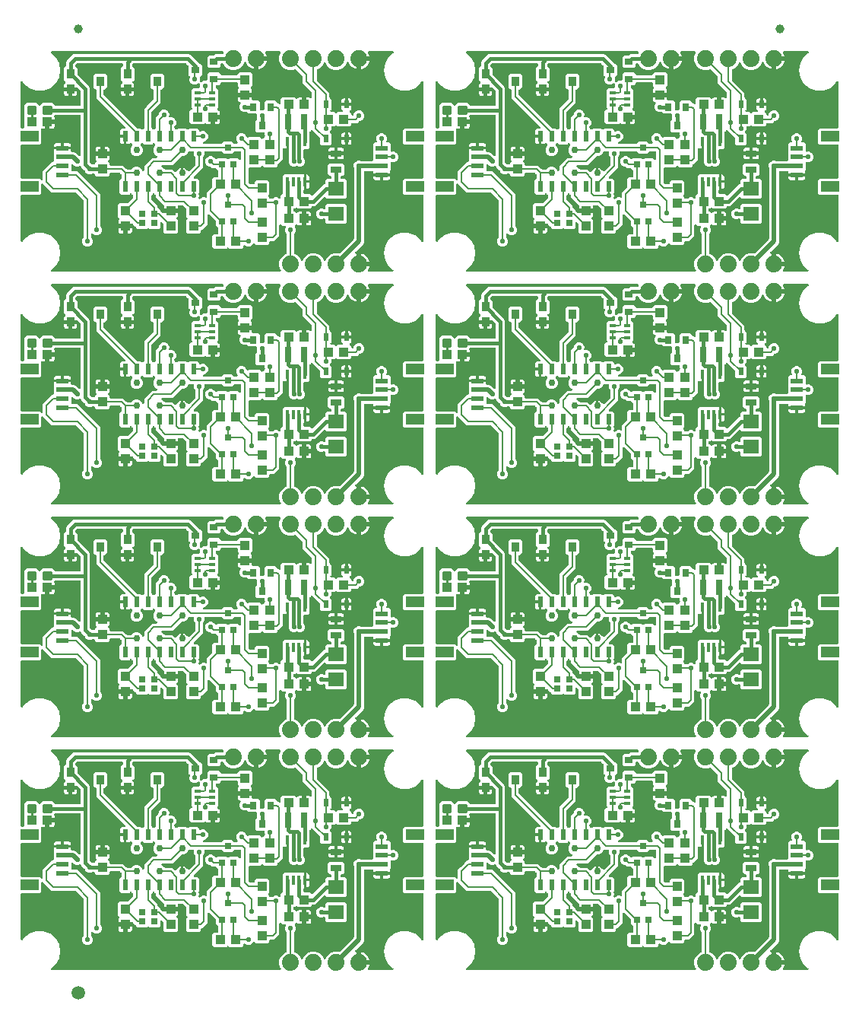
<source format=gtl>
G04 EAGLE Gerber RS-274X export*
G75*
%MOMM*%
%FSLAX34Y34*%
%LPD*%
%INTop Copper*%
%IPPOS*%
%AMOC8*
5,1,8,0,0,1.08239X$1,22.5*%
G01*
%ADD10R,1.000000X1.100000*%
%ADD11R,1.100000X1.000000*%
%ADD12R,1.200000X0.800000*%
%ADD13R,2.000000X1.200000*%
%ADD14R,1.350000X0.600000*%
%ADD15C,0.762000*%
%ADD16C,1.879600*%
%ADD17R,0.800000X1.800000*%
%ADD18R,0.700000X0.700000*%
%ADD19R,0.600000X1.200000*%
%ADD20R,0.400000X1.100000*%
%ADD21R,0.750000X0.700000*%
%ADD22R,0.800000X0.900000*%
%ADD23R,1.800000X1.600000*%
%ADD24R,0.630000X0.830000*%
%ADD25R,0.900000X1.000000*%
%ADD26R,0.900000X1.100000*%
%ADD27C,0.300000*%
%ADD28R,0.900000X0.800000*%
%ADD29R,0.800000X0.400000*%
%ADD30C,1.000000*%
%ADD31C,1.500000*%
%ADD32C,0.554000*%
%ADD33C,0.406400*%
%ADD34C,0.203200*%
%ADD35C,0.508000*%
%ADD36C,0.558800*%
%ADD37C,0.254000*%

G36*
X880582Y4323D02*
X880582Y4323D01*
X880617Y4321D01*
X880739Y4343D01*
X880862Y4359D01*
X880895Y4372D01*
X880930Y4378D01*
X881043Y4430D01*
X881158Y4476D01*
X881186Y4496D01*
X881219Y4511D01*
X881315Y4590D01*
X881415Y4662D01*
X881438Y4690D01*
X881465Y4712D01*
X881539Y4812D01*
X881618Y4907D01*
X881633Y4939D01*
X881654Y4968D01*
X881701Y5083D01*
X881754Y5195D01*
X881760Y5230D01*
X881773Y5263D01*
X881790Y5386D01*
X881813Y5507D01*
X881811Y5543D01*
X881816Y5578D01*
X881801Y5701D01*
X881794Y5825D01*
X881783Y5859D01*
X881778Y5894D01*
X881734Y6009D01*
X881696Y6127D01*
X881677Y6157D01*
X881664Y6190D01*
X881592Y6291D01*
X881525Y6396D01*
X881500Y6420D01*
X881479Y6449D01*
X881362Y6560D01*
X876495Y10644D01*
X872509Y17549D01*
X871125Y25400D01*
X872509Y33251D01*
X876495Y40155D01*
X882602Y45280D01*
X890094Y48007D01*
X898066Y48007D01*
X905558Y45280D01*
X911665Y40155D01*
X912793Y38202D01*
X912881Y38086D01*
X912966Y37968D01*
X912977Y37959D01*
X912985Y37949D01*
X913099Y37858D01*
X913211Y37765D01*
X913224Y37759D01*
X913234Y37751D01*
X913368Y37691D01*
X913499Y37630D01*
X913512Y37627D01*
X913525Y37622D01*
X913669Y37597D01*
X913812Y37570D01*
X913825Y37571D01*
X913838Y37568D01*
X913984Y37581D01*
X914129Y37590D01*
X914142Y37594D01*
X914155Y37595D01*
X914293Y37643D01*
X914431Y37688D01*
X914443Y37695D01*
X914456Y37699D01*
X914577Y37780D01*
X914700Y37858D01*
X914709Y37868D01*
X914721Y37875D01*
X914818Y37983D01*
X914918Y38089D01*
X914925Y38101D01*
X914934Y38111D01*
X915001Y38240D01*
X915072Y38368D01*
X915075Y38381D01*
X915081Y38393D01*
X915115Y38535D01*
X915151Y38676D01*
X915152Y38694D01*
X915154Y38702D01*
X915154Y38720D01*
X915161Y38837D01*
X915161Y88682D01*
X915146Y88800D01*
X915139Y88919D01*
X915126Y88957D01*
X915121Y88998D01*
X915078Y89108D01*
X915041Y89221D01*
X915019Y89256D01*
X915004Y89293D01*
X914935Y89389D01*
X914871Y89490D01*
X914841Y89518D01*
X914818Y89551D01*
X914726Y89627D01*
X914639Y89708D01*
X914604Y89728D01*
X914573Y89753D01*
X914465Y89804D01*
X914361Y89862D01*
X914321Y89872D01*
X914285Y89889D01*
X914168Y89911D01*
X914053Y89941D01*
X913993Y89945D01*
X913973Y89949D01*
X913952Y89947D01*
X913892Y89951D01*
X894167Y89951D01*
X892381Y91737D01*
X892381Y106263D01*
X894167Y108049D01*
X913892Y108049D01*
X914010Y108064D01*
X914129Y108071D01*
X914167Y108084D01*
X914208Y108089D01*
X914318Y108132D01*
X914431Y108169D01*
X914466Y108191D01*
X914503Y108206D01*
X914599Y108275D01*
X914700Y108339D01*
X914728Y108369D01*
X914761Y108392D01*
X914837Y108484D01*
X914918Y108571D01*
X914938Y108606D01*
X914963Y108637D01*
X915014Y108745D01*
X915072Y108849D01*
X915082Y108889D01*
X915099Y108925D01*
X915121Y109042D01*
X915151Y109157D01*
X915155Y109217D01*
X915159Y109237D01*
X915157Y109258D01*
X915161Y109318D01*
X915161Y144682D01*
X915146Y144800D01*
X915139Y144919D01*
X915126Y144957D01*
X915121Y144998D01*
X915078Y145108D01*
X915041Y145221D01*
X915019Y145256D01*
X915004Y145293D01*
X914935Y145389D01*
X914871Y145490D01*
X914841Y145518D01*
X914818Y145551D01*
X914726Y145627D01*
X914639Y145708D01*
X914604Y145728D01*
X914573Y145753D01*
X914465Y145804D01*
X914361Y145862D01*
X914321Y145872D01*
X914285Y145889D01*
X914168Y145911D01*
X914053Y145941D01*
X913993Y145945D01*
X913973Y145949D01*
X913952Y145947D01*
X913892Y145951D01*
X894167Y145951D01*
X892381Y147737D01*
X892381Y162263D01*
X894167Y164049D01*
X913892Y164049D01*
X914010Y164064D01*
X914129Y164071D01*
X914167Y164084D01*
X914208Y164089D01*
X914318Y164132D01*
X914431Y164169D01*
X914466Y164191D01*
X914503Y164206D01*
X914599Y164275D01*
X914700Y164339D01*
X914728Y164369D01*
X914761Y164392D01*
X914837Y164484D01*
X914918Y164571D01*
X914938Y164606D01*
X914963Y164637D01*
X915014Y164745D01*
X915072Y164849D01*
X915082Y164889D01*
X915099Y164925D01*
X915121Y165042D01*
X915151Y165157D01*
X915155Y165217D01*
X915159Y165237D01*
X915157Y165258D01*
X915161Y165318D01*
X915161Y215163D01*
X915143Y215308D01*
X915128Y215453D01*
X915123Y215466D01*
X915121Y215479D01*
X915068Y215614D01*
X915017Y215751D01*
X915009Y215762D01*
X915004Y215775D01*
X914919Y215892D01*
X914836Y216012D01*
X914825Y216021D01*
X914818Y216032D01*
X914706Y216125D01*
X914595Y216220D01*
X914583Y216226D01*
X914573Y216235D01*
X914441Y216297D01*
X914310Y216362D01*
X914297Y216365D01*
X914285Y216370D01*
X914143Y216398D01*
X913999Y216428D01*
X913986Y216428D01*
X913973Y216430D01*
X913828Y216421D01*
X913682Y216415D01*
X913668Y216411D01*
X913655Y216410D01*
X913517Y216366D01*
X913377Y216324D01*
X913365Y216317D01*
X913353Y216312D01*
X913230Y216235D01*
X913105Y216159D01*
X913095Y216149D01*
X913084Y216142D01*
X912984Y216036D01*
X912882Y215932D01*
X912872Y215917D01*
X912866Y215911D01*
X912858Y215896D01*
X912793Y215798D01*
X911665Y213845D01*
X905558Y208720D01*
X898066Y205993D01*
X890094Y205993D01*
X882602Y208720D01*
X876495Y213844D01*
X872509Y220749D01*
X871125Y228600D01*
X872509Y236451D01*
X876495Y243356D01*
X881362Y247440D01*
X881386Y247466D01*
X881415Y247486D01*
X881494Y247582D01*
X881579Y247673D01*
X881595Y247704D01*
X881618Y247731D01*
X881671Y247844D01*
X881730Y247953D01*
X881738Y247987D01*
X881754Y248019D01*
X881777Y248141D01*
X881807Y248261D01*
X881807Y248297D01*
X881813Y248332D01*
X881806Y248455D01*
X881805Y248579D01*
X881796Y248614D01*
X881794Y248649D01*
X881755Y248767D01*
X881724Y248887D01*
X881706Y248918D01*
X881696Y248951D01*
X881629Y249056D01*
X881569Y249165D01*
X881544Y249190D01*
X881525Y249220D01*
X881435Y249305D01*
X881350Y249395D01*
X881320Y249414D01*
X881294Y249438D01*
X881185Y249498D01*
X881080Y249564D01*
X881046Y249575D01*
X881015Y249592D01*
X880895Y249623D01*
X880777Y249660D01*
X880742Y249662D01*
X880707Y249671D01*
X880547Y249681D01*
X854439Y249681D01*
X854399Y249676D01*
X854359Y249679D01*
X854242Y249656D01*
X854123Y249641D01*
X854086Y249627D01*
X854047Y249619D01*
X853939Y249568D01*
X853828Y249524D01*
X853795Y249501D01*
X853759Y249484D01*
X853667Y249408D01*
X853570Y249338D01*
X853545Y249307D01*
X853514Y249281D01*
X853444Y249185D01*
X853367Y249093D01*
X853350Y249056D01*
X853327Y249024D01*
X853283Y248913D01*
X853232Y248805D01*
X853224Y248766D01*
X853210Y248729D01*
X853195Y248610D01*
X853172Y248493D01*
X853175Y248453D01*
X853170Y248413D01*
X853184Y248294D01*
X853192Y248175D01*
X853204Y248137D01*
X853209Y248098D01*
X853253Y247986D01*
X853290Y247873D01*
X853311Y247839D01*
X853326Y247802D01*
X853412Y247666D01*
X853491Y247557D01*
X854344Y245883D01*
X854925Y244096D01*
X854965Y243839D01*
X844550Y243839D01*
X844432Y243824D01*
X844313Y243817D01*
X844275Y243804D01*
X844235Y243799D01*
X844124Y243756D01*
X844011Y243719D01*
X843977Y243697D01*
X843939Y243682D01*
X843843Y243612D01*
X843742Y243549D01*
X843714Y243519D01*
X843682Y243495D01*
X843606Y243404D01*
X843524Y243317D01*
X843505Y243282D01*
X843479Y243251D01*
X843428Y243143D01*
X843371Y243039D01*
X843360Y242999D01*
X843343Y242963D01*
X843321Y242846D01*
X843291Y242731D01*
X843287Y242670D01*
X843283Y242650D01*
X843285Y242630D01*
X843281Y242570D01*
X843281Y241299D01*
X842010Y241299D01*
X841892Y241284D01*
X841773Y241277D01*
X841735Y241264D01*
X841694Y241259D01*
X841584Y241215D01*
X841471Y241179D01*
X841436Y241157D01*
X841399Y241142D01*
X841303Y241072D01*
X841202Y241009D01*
X841174Y240979D01*
X841141Y240955D01*
X841066Y240864D01*
X840984Y240777D01*
X840964Y240742D01*
X840939Y240710D01*
X840888Y240603D01*
X840830Y240498D01*
X840820Y240459D01*
X840803Y240423D01*
X840781Y240306D01*
X840751Y240191D01*
X840747Y240130D01*
X840743Y240110D01*
X840745Y240090D01*
X840741Y240030D01*
X840741Y229615D01*
X840484Y229655D01*
X838697Y230236D01*
X837023Y231089D01*
X835502Y232194D01*
X834174Y233522D01*
X833069Y235043D01*
X832216Y236717D01*
X832065Y237182D01*
X832052Y237209D01*
X832045Y237238D01*
X831985Y237352D01*
X831930Y237470D01*
X831911Y237493D01*
X831897Y237519D01*
X831810Y237615D01*
X831727Y237715D01*
X831703Y237732D01*
X831683Y237754D01*
X831574Y237826D01*
X831470Y237902D01*
X831442Y237913D01*
X831417Y237929D01*
X831294Y237971D01*
X831174Y238019D01*
X831144Y238023D01*
X831116Y238032D01*
X830987Y238043D01*
X830859Y238059D01*
X830829Y238055D01*
X830799Y238058D01*
X830671Y238035D01*
X830543Y238019D01*
X830515Y238008D01*
X830486Y238003D01*
X830368Y237950D01*
X830247Y237902D01*
X830223Y237885D01*
X830196Y237873D01*
X830095Y237792D01*
X829990Y237716D01*
X829971Y237693D01*
X829947Y237674D01*
X829869Y237570D01*
X829787Y237471D01*
X829774Y237444D01*
X829756Y237420D01*
X829685Y237275D01*
X828432Y234250D01*
X824930Y230748D01*
X820356Y228853D01*
X815404Y228853D01*
X810830Y230748D01*
X807328Y234250D01*
X806353Y236605D01*
X806284Y236725D01*
X806219Y236848D01*
X806205Y236863D01*
X806195Y236881D01*
X806098Y236981D01*
X806005Y237084D01*
X805988Y237095D01*
X805974Y237109D01*
X805856Y237182D01*
X805739Y237258D01*
X805720Y237265D01*
X805703Y237276D01*
X805570Y237316D01*
X805438Y237362D01*
X805418Y237363D01*
X805399Y237369D01*
X805260Y237376D01*
X805121Y237387D01*
X805101Y237383D01*
X805081Y237384D01*
X804945Y237356D01*
X804808Y237332D01*
X804789Y237324D01*
X804770Y237320D01*
X804645Y237259D01*
X804518Y237202D01*
X804502Y237189D01*
X804484Y237180D01*
X804378Y237090D01*
X804270Y237003D01*
X804257Y236987D01*
X804242Y236974D01*
X804162Y236860D01*
X804078Y236749D01*
X804066Y236724D01*
X804059Y236714D01*
X804052Y236695D01*
X804007Y236605D01*
X803032Y234250D01*
X799530Y230748D01*
X797328Y229836D01*
X797303Y229821D01*
X797275Y229812D01*
X797165Y229743D01*
X797052Y229678D01*
X797031Y229658D01*
X797006Y229642D01*
X796917Y229548D01*
X796824Y229457D01*
X796808Y229432D01*
X796788Y229410D01*
X796725Y229297D01*
X796657Y229186D01*
X796649Y229158D01*
X796634Y229132D01*
X796602Y229006D01*
X796564Y228882D01*
X796562Y228853D01*
X796555Y228824D01*
X796545Y228663D01*
X796545Y218109D01*
X796557Y218011D01*
X796560Y217912D01*
X796577Y217854D01*
X796585Y217794D01*
X796621Y217702D01*
X796649Y217607D01*
X796679Y217555D01*
X796702Y217498D01*
X796760Y217418D01*
X796810Y217333D01*
X796876Y217257D01*
X796888Y217241D01*
X796898Y217233D01*
X796916Y217212D01*
X810515Y203614D01*
X810515Y198503D01*
X810527Y198404D01*
X810530Y198305D01*
X810537Y198283D01*
X810537Y198277D01*
X810547Y198246D01*
X810555Y198187D01*
X810591Y198095D01*
X810619Y198000D01*
X810649Y197948D01*
X810672Y197891D01*
X810730Y197811D01*
X810780Y197726D01*
X810846Y197651D01*
X810858Y197634D01*
X810868Y197626D01*
X810886Y197605D01*
X812579Y195913D01*
X812579Y185087D01*
X811697Y184205D01*
X811612Y184096D01*
X811523Y183989D01*
X811514Y183970D01*
X811502Y183954D01*
X811447Y183827D01*
X811388Y183701D01*
X811384Y183681D01*
X811376Y183662D01*
X811354Y183524D01*
X811328Y183388D01*
X811329Y183368D01*
X811326Y183348D01*
X811339Y183209D01*
X811348Y183071D01*
X811354Y183052D01*
X811356Y183032D01*
X811403Y182900D01*
X811446Y182769D01*
X811456Y182751D01*
X811463Y182732D01*
X811541Y182617D01*
X811616Y182500D01*
X811631Y182486D01*
X811642Y182469D01*
X811746Y182377D01*
X811847Y182282D01*
X811865Y182272D01*
X811880Y182259D01*
X812004Y182196D01*
X812126Y182128D01*
X812145Y182123D01*
X812164Y182114D01*
X812299Y182084D01*
X812434Y182049D01*
X812462Y182047D01*
X812474Y182044D01*
X812494Y182045D01*
X812595Y182039D01*
X816143Y182039D01*
X816982Y181199D01*
X817076Y181126D01*
X817166Y181047D01*
X817202Y181029D01*
X817234Y181004D01*
X817343Y180957D01*
X817449Y180903D01*
X817488Y180894D01*
X817526Y180878D01*
X817643Y180859D01*
X817759Y180833D01*
X817800Y180834D01*
X817840Y180828D01*
X817958Y180839D01*
X818077Y180843D01*
X818116Y180854D01*
X818156Y180858D01*
X818269Y180898D01*
X818383Y180931D01*
X818417Y180952D01*
X818456Y180965D01*
X818554Y181032D01*
X818657Y181093D01*
X818702Y181133D01*
X818719Y181144D01*
X818732Y181159D01*
X818777Y181199D01*
X819617Y182039D01*
X823884Y182039D01*
X824022Y182056D01*
X824160Y182069D01*
X824179Y182076D01*
X824199Y182079D01*
X824329Y182130D01*
X824460Y182177D01*
X824476Y182188D01*
X824495Y182196D01*
X824608Y182277D01*
X824723Y182355D01*
X824736Y182371D01*
X824752Y182382D01*
X824841Y182490D01*
X824933Y182594D01*
X824942Y182612D01*
X824955Y182627D01*
X825015Y182753D01*
X825078Y182877D01*
X825082Y182897D01*
X825091Y182915D01*
X825117Y183052D01*
X825147Y183187D01*
X825147Y183208D01*
X825151Y183227D01*
X825142Y183366D01*
X825138Y183505D01*
X825132Y183525D01*
X825131Y183545D01*
X825088Y183677D01*
X825049Y183811D01*
X825039Y183828D01*
X825033Y183847D01*
X824959Y183965D01*
X824888Y184085D01*
X824869Y184106D01*
X824863Y184116D01*
X824848Y184130D01*
X824781Y184205D01*
X824197Y184790D01*
X823862Y185369D01*
X823689Y186016D01*
X823689Y188926D01*
X829075Y188926D01*
X829193Y188941D01*
X829312Y188948D01*
X829350Y188960D01*
X829390Y188966D01*
X829397Y188968D01*
X829409Y188966D01*
X829525Y188936D01*
X829585Y188932D01*
X829605Y188928D01*
X829625Y188930D01*
X829685Y188926D01*
X835071Y188926D01*
X835071Y186016D01*
X834898Y185369D01*
X834563Y184790D01*
X834090Y184317D01*
X833478Y183963D01*
X833378Y183887D01*
X833274Y183817D01*
X833251Y183792D01*
X833224Y183771D01*
X833146Y183673D01*
X833063Y183578D01*
X833048Y183548D01*
X833027Y183522D01*
X832976Y183407D01*
X832919Y183295D01*
X832911Y183262D01*
X832897Y183231D01*
X832876Y183107D01*
X832849Y182985D01*
X832850Y182951D01*
X832844Y182918D01*
X832855Y182793D01*
X832859Y182667D01*
X832868Y182635D01*
X832871Y182601D01*
X832912Y182482D01*
X832947Y182361D01*
X832964Y182332D01*
X832975Y182301D01*
X833045Y182196D01*
X833108Y182088D01*
X833141Y182051D01*
X833151Y182036D01*
X833167Y182021D01*
X833215Y181967D01*
X834929Y180253D01*
X834929Y179324D01*
X834944Y179206D01*
X834951Y179087D01*
X834964Y179049D01*
X834969Y179008D01*
X835012Y178898D01*
X835049Y178785D01*
X835071Y178750D01*
X835086Y178713D01*
X835155Y178617D01*
X835219Y178516D01*
X835249Y178488D01*
X835272Y178455D01*
X835364Y178379D01*
X835451Y178298D01*
X835486Y178278D01*
X835517Y178253D01*
X835625Y178202D01*
X835642Y178193D01*
X835654Y178185D01*
X835661Y178182D01*
X835729Y178144D01*
X835769Y178134D01*
X835805Y178117D01*
X835908Y178097D01*
X835955Y178081D01*
X835982Y178079D01*
X836037Y178065D01*
X836097Y178061D01*
X836117Y178057D01*
X836138Y178059D01*
X836198Y178055D01*
X836213Y178055D01*
X836243Y178058D01*
X836272Y178056D01*
X836369Y178073D01*
X836435Y178077D01*
X836464Y178086D01*
X836529Y178095D01*
X836556Y178105D01*
X836585Y178110D01*
X836704Y178164D01*
X836709Y178166D01*
X836737Y178175D01*
X836746Y178181D01*
X836825Y178212D01*
X836848Y178229D01*
X836875Y178241D01*
X836977Y178322D01*
X837082Y178398D01*
X837101Y178421D01*
X837124Y178440D01*
X837202Y178543D01*
X837285Y178643D01*
X837297Y178670D01*
X837315Y178694D01*
X837386Y178838D01*
X838327Y181110D01*
X839970Y182753D01*
X842118Y183643D01*
X844442Y183643D01*
X846590Y182753D01*
X848233Y181110D01*
X849123Y178962D01*
X849123Y176638D01*
X848233Y174490D01*
X846590Y172847D01*
X844442Y171957D01*
X843711Y171957D01*
X843613Y171945D01*
X843514Y171942D01*
X843456Y171925D01*
X843396Y171917D01*
X843304Y171881D01*
X843209Y171853D01*
X843157Y171823D01*
X843100Y171800D01*
X843020Y171742D01*
X842935Y171692D01*
X842859Y171626D01*
X842843Y171614D01*
X842835Y171604D01*
X842814Y171586D01*
X841154Y169925D01*
X836198Y169925D01*
X836080Y169910D01*
X835961Y169903D01*
X835923Y169890D01*
X835882Y169885D01*
X835772Y169842D01*
X835659Y169805D01*
X835624Y169783D01*
X835587Y169768D01*
X835491Y169699D01*
X835390Y169635D01*
X835362Y169605D01*
X835329Y169582D01*
X835253Y169490D01*
X835172Y169403D01*
X835152Y169368D01*
X835127Y169337D01*
X835076Y169229D01*
X835018Y169125D01*
X835008Y169085D01*
X834991Y169049D01*
X834969Y168932D01*
X834939Y168817D01*
X834935Y168757D01*
X834931Y168737D01*
X834933Y168716D01*
X834929Y168656D01*
X834929Y167727D01*
X833143Y165941D01*
X819617Y165941D01*
X818777Y166781D01*
X818683Y166854D01*
X818594Y166933D01*
X818558Y166951D01*
X818526Y166976D01*
X818417Y167023D01*
X818311Y167077D01*
X818272Y167086D01*
X818234Y167102D01*
X818117Y167121D01*
X818001Y167147D01*
X817960Y167146D01*
X817920Y167152D01*
X817802Y167141D01*
X817683Y167137D01*
X817644Y167126D01*
X817604Y167122D01*
X817492Y167082D01*
X817377Y167049D01*
X817342Y167028D01*
X817304Y167015D01*
X817206Y166948D01*
X817103Y166887D01*
X817058Y166848D01*
X817041Y166836D01*
X817028Y166821D01*
X816982Y166781D01*
X816143Y165941D01*
X813538Y165941D01*
X813420Y165926D01*
X813301Y165919D01*
X813263Y165906D01*
X813222Y165901D01*
X813112Y165858D01*
X812999Y165821D01*
X812964Y165799D01*
X812927Y165784D01*
X812831Y165715D01*
X812730Y165651D01*
X812702Y165621D01*
X812669Y165598D01*
X812593Y165506D01*
X812512Y165419D01*
X812492Y165384D01*
X812467Y165353D01*
X812416Y165245D01*
X812358Y165141D01*
X812348Y165101D01*
X812331Y165065D01*
X812309Y164948D01*
X812279Y164833D01*
X812275Y164773D01*
X812271Y164753D01*
X812273Y164732D01*
X812269Y164672D01*
X812269Y162673D01*
X811349Y160453D01*
X811348Y160450D01*
X811323Y160418D01*
X811276Y160308D01*
X811221Y160202D01*
X811213Y160163D01*
X811197Y160126D01*
X811178Y160008D01*
X811152Y159892D01*
X811153Y159852D01*
X811147Y159812D01*
X811158Y159693D01*
X811161Y159574D01*
X811173Y159535D01*
X811176Y159495D01*
X811217Y159383D01*
X811250Y159269D01*
X811270Y159234D01*
X811284Y159196D01*
X811351Y159097D01*
X811411Y158995D01*
X811451Y158950D01*
X811462Y158933D01*
X811478Y158919D01*
X811518Y158874D01*
X812579Y157813D01*
X812579Y146987D01*
X810793Y145201D01*
X801967Y145201D01*
X800181Y146987D01*
X800181Y152325D01*
X800169Y152423D01*
X800166Y152522D01*
X800149Y152580D01*
X800141Y152640D01*
X800105Y152732D01*
X800077Y152827D01*
X800047Y152880D01*
X800024Y152936D01*
X799966Y153016D01*
X799916Y153101D01*
X799850Y153177D01*
X799838Y153193D01*
X799828Y153201D01*
X799810Y153222D01*
X793708Y159324D01*
X791559Y161473D01*
X791465Y161546D01*
X791376Y161624D01*
X791340Y161643D01*
X791308Y161667D01*
X791198Y161715D01*
X791093Y161769D01*
X791053Y161778D01*
X791016Y161794D01*
X790898Y161813D01*
X790782Y161839D01*
X790742Y161837D01*
X790702Y161844D01*
X790583Y161833D01*
X790464Y161829D01*
X790426Y161818D01*
X790385Y161814D01*
X790273Y161774D01*
X790159Y161740D01*
X790124Y161720D01*
X790086Y161706D01*
X789987Y161639D01*
X789885Y161579D01*
X789840Y161539D01*
X789823Y161528D01*
X789809Y161512D01*
X789764Y161473D01*
X788632Y160341D01*
X788572Y160263D01*
X788504Y160191D01*
X788475Y160138D01*
X788438Y160090D01*
X788398Y159999D01*
X788350Y159912D01*
X788335Y159854D01*
X788311Y159798D01*
X788296Y159700D01*
X788271Y159604D01*
X788265Y159504D01*
X788261Y159484D01*
X788263Y159471D01*
X788261Y159443D01*
X788261Y148409D01*
X788241Y148339D01*
X788241Y148329D01*
X788239Y148320D01*
X788229Y148160D01*
X788229Y142737D01*
X786443Y140951D01*
X783030Y140951D01*
X782912Y140936D01*
X782793Y140929D01*
X782755Y140916D01*
X782714Y140911D01*
X782604Y140868D01*
X782491Y140831D01*
X782456Y140809D01*
X782419Y140794D01*
X782323Y140725D01*
X782222Y140661D01*
X782194Y140631D01*
X782161Y140608D01*
X782085Y140516D01*
X782004Y140429D01*
X781984Y140394D01*
X781959Y140363D01*
X781908Y140255D01*
X781850Y140151D01*
X781840Y140111D01*
X781823Y140075D01*
X781801Y139958D01*
X781771Y139843D01*
X781767Y139783D01*
X781763Y139763D01*
X781765Y139742D01*
X781761Y139682D01*
X781761Y131234D01*
X781773Y131136D01*
X781776Y131037D01*
X781783Y131014D01*
X781783Y131007D01*
X781793Y130975D01*
X781801Y130918D01*
X781837Y130826D01*
X781865Y130731D01*
X781895Y130679D01*
X781918Y130623D01*
X781976Y130543D01*
X782026Y130457D01*
X782092Y130382D01*
X782104Y130365D01*
X782114Y130358D01*
X782132Y130336D01*
X782173Y130296D01*
X783059Y128157D01*
X783059Y125843D01*
X782173Y123704D01*
X780536Y122067D01*
X778397Y121181D01*
X776083Y121181D01*
X774551Y121816D01*
X774455Y121842D01*
X774363Y121877D01*
X774302Y121884D01*
X774244Y121900D01*
X774145Y121901D01*
X774047Y121912D01*
X773987Y121904D01*
X773926Y121905D01*
X773830Y121882D01*
X773732Y121868D01*
X773637Y121835D01*
X773617Y121831D01*
X773606Y121825D01*
X773579Y121816D01*
X772047Y121181D01*
X769733Y121181D01*
X767594Y122067D01*
X765957Y123704D01*
X765071Y125843D01*
X765071Y128243D01*
X765087Y128298D01*
X765087Y128308D01*
X765089Y128317D01*
X765099Y128477D01*
X765099Y140190D01*
X765084Y140308D01*
X765077Y140427D01*
X765064Y140465D01*
X765059Y140506D01*
X765016Y140616D01*
X764979Y140729D01*
X764957Y140764D01*
X764949Y140784D01*
X764949Y149500D01*
X764934Y149618D01*
X764927Y149737D01*
X764915Y149775D01*
X764910Y149815D01*
X764866Y149926D01*
X764829Y150039D01*
X764807Y150073D01*
X764793Y150111D01*
X764723Y150207D01*
X764659Y150308D01*
X764629Y150336D01*
X764606Y150368D01*
X764514Y150444D01*
X764427Y150526D01*
X764392Y150545D01*
X764361Y150571D01*
X764253Y150622D01*
X764149Y150679D01*
X764110Y150689D01*
X764073Y150707D01*
X763956Y150729D01*
X763841Y150759D01*
X763781Y150763D01*
X763761Y150766D01*
X763760Y150766D01*
X763740Y150765D01*
X763680Y150769D01*
X763562Y150754D01*
X763443Y150747D01*
X763404Y150734D01*
X763364Y150729D01*
X763254Y150685D01*
X763140Y150649D01*
X763106Y150627D01*
X763069Y150612D01*
X762972Y150542D01*
X762872Y150478D01*
X762844Y150449D01*
X762811Y150425D01*
X762735Y150333D01*
X762654Y150247D01*
X762634Y150211D01*
X762608Y150180D01*
X762558Y150073D01*
X762500Y149968D01*
X762490Y149929D01*
X762473Y149893D01*
X762451Y149776D01*
X762421Y149660D01*
X762417Y149600D01*
X762413Y149580D01*
X762414Y149560D01*
X762411Y149500D01*
X762411Y141459D01*
X761346Y141459D01*
X760699Y141632D01*
X760349Y141835D01*
X760226Y141886D01*
X760107Y141943D01*
X760080Y141948D01*
X760055Y141958D01*
X759924Y141978D01*
X759794Y142002D01*
X759768Y142001D01*
X759741Y142005D01*
X759609Y141991D01*
X759477Y141983D01*
X759451Y141974D01*
X759425Y141972D01*
X759300Y141925D01*
X759175Y141885D01*
X759152Y141870D01*
X759126Y141861D01*
X759018Y141785D01*
X758906Y141714D01*
X758887Y141695D01*
X758865Y141679D01*
X758779Y141580D01*
X758688Y141483D01*
X758675Y141459D01*
X758657Y141439D01*
X758598Y141320D01*
X758534Y141204D01*
X758528Y141178D01*
X758516Y141154D01*
X758488Y141024D01*
X758455Y140896D01*
X758453Y140858D01*
X758449Y140843D01*
X758450Y140821D01*
X758445Y140736D01*
X758445Y129126D01*
X753522Y124203D01*
X753420Y124190D01*
X753301Y124183D01*
X753263Y124170D01*
X753222Y124165D01*
X753112Y124122D01*
X752999Y124085D01*
X752964Y124063D01*
X752927Y124048D01*
X752831Y123979D01*
X752730Y123915D01*
X752702Y123885D01*
X752669Y123862D01*
X752593Y123770D01*
X752512Y123683D01*
X752492Y123648D01*
X752467Y123617D01*
X752416Y123509D01*
X752358Y123405D01*
X752348Y123365D01*
X752331Y123329D01*
X752309Y123212D01*
X752279Y123097D01*
X752275Y123037D01*
X752271Y123017D01*
X752273Y122996D01*
X752269Y122936D01*
X752269Y121897D01*
X750483Y120111D01*
X737957Y120111D01*
X736227Y121841D01*
X736133Y121914D01*
X736044Y121993D01*
X736008Y122011D01*
X735976Y122036D01*
X735867Y122083D01*
X735761Y122137D01*
X735722Y122146D01*
X735684Y122162D01*
X735567Y122181D01*
X735451Y122207D01*
X735410Y122206D01*
X735370Y122212D01*
X735252Y122201D01*
X735133Y122197D01*
X735094Y122186D01*
X735054Y122182D01*
X734942Y122142D01*
X734827Y122109D01*
X734792Y122088D01*
X734754Y122075D01*
X734656Y122008D01*
X734553Y121947D01*
X734508Y121908D01*
X734491Y121896D01*
X734478Y121881D01*
X734432Y121841D01*
X732703Y120111D01*
X721614Y120111D01*
X721496Y120096D01*
X721377Y120089D01*
X721339Y120076D01*
X721298Y120071D01*
X721188Y120028D01*
X721075Y119991D01*
X721040Y119969D01*
X721003Y119954D01*
X720907Y119885D01*
X720806Y119821D01*
X720778Y119791D01*
X720745Y119768D01*
X720669Y119676D01*
X720588Y119589D01*
X720568Y119554D01*
X720543Y119523D01*
X720492Y119415D01*
X720434Y119311D01*
X720424Y119271D01*
X720407Y119235D01*
X720385Y119118D01*
X720355Y119003D01*
X720351Y118943D01*
X720347Y118923D01*
X720349Y118902D01*
X720345Y118842D01*
X720345Y103809D01*
X720357Y103711D01*
X720360Y103612D01*
X720377Y103554D01*
X720385Y103494D01*
X720421Y103402D01*
X720449Y103307D01*
X720479Y103255D01*
X720502Y103198D01*
X720560Y103118D01*
X720610Y103033D01*
X720676Y102957D01*
X720688Y102941D01*
X720698Y102933D01*
X720716Y102912D01*
X721792Y101836D01*
X721870Y101776D01*
X721942Y101708D01*
X721995Y101679D01*
X722043Y101642D01*
X722134Y101602D01*
X722221Y101554D01*
X722279Y101539D01*
X722335Y101515D01*
X722433Y101500D01*
X722529Y101475D01*
X722629Y101469D01*
X722649Y101465D01*
X722661Y101467D01*
X722689Y101465D01*
X726012Y101465D01*
X726130Y101480D01*
X726249Y101487D01*
X726287Y101500D01*
X726328Y101505D01*
X726438Y101548D01*
X726551Y101585D01*
X726586Y101607D01*
X726623Y101622D01*
X726719Y101691D01*
X726820Y101755D01*
X726848Y101785D01*
X726881Y101808D01*
X726957Y101900D01*
X727038Y101987D01*
X727058Y102022D01*
X727083Y102053D01*
X727134Y102161D01*
X727192Y102265D01*
X727202Y102305D01*
X727219Y102341D01*
X727241Y102458D01*
X727271Y102573D01*
X727275Y102633D01*
X727279Y102653D01*
X727277Y102674D01*
X727281Y102734D01*
X727281Y104163D01*
X729067Y105949D01*
X741593Y105949D01*
X743379Y104163D01*
X743379Y90637D01*
X742539Y89798D01*
X742466Y89704D01*
X742387Y89614D01*
X742369Y89578D01*
X742344Y89546D01*
X742297Y89437D01*
X742243Y89331D01*
X742234Y89292D01*
X742218Y89254D01*
X742199Y89137D01*
X742173Y89021D01*
X742174Y88980D01*
X742168Y88940D01*
X742179Y88822D01*
X742183Y88703D01*
X742194Y88664D01*
X742198Y88624D01*
X742238Y88511D01*
X742271Y88397D01*
X742292Y88363D01*
X742305Y88324D01*
X742372Y88226D01*
X742433Y88123D01*
X742473Y88078D01*
X742484Y88061D01*
X742499Y88048D01*
X742539Y88003D01*
X743379Y87163D01*
X743379Y87004D01*
X743394Y86886D01*
X743401Y86767D01*
X743414Y86729D01*
X743419Y86688D01*
X743462Y86578D01*
X743499Y86465D01*
X743521Y86430D01*
X743536Y86393D01*
X743605Y86297D01*
X743669Y86196D01*
X743699Y86168D01*
X743722Y86135D01*
X743814Y86059D01*
X743901Y85978D01*
X743936Y85958D01*
X743967Y85933D01*
X744075Y85882D01*
X744179Y85824D01*
X744219Y85814D01*
X744255Y85797D01*
X744372Y85775D01*
X744487Y85745D01*
X744547Y85741D01*
X744567Y85737D01*
X744588Y85739D01*
X744648Y85735D01*
X746270Y85735D01*
X746368Y85747D01*
X746467Y85750D01*
X746526Y85767D01*
X746586Y85775D01*
X746678Y85811D01*
X746773Y85839D01*
X746825Y85869D01*
X746881Y85892D01*
X746961Y85950D01*
X747047Y86000D01*
X747122Y86066D01*
X747139Y86078D01*
X747146Y86088D01*
X747168Y86106D01*
X747274Y86213D01*
X749413Y87099D01*
X751727Y87099D01*
X753866Y86213D01*
X754214Y85864D01*
X754324Y85779D01*
X754431Y85690D01*
X754450Y85682D01*
X754466Y85669D01*
X754594Y85614D01*
X754719Y85555D01*
X754739Y85551D01*
X754758Y85543D01*
X754896Y85521D01*
X755032Y85495D01*
X755052Y85496D01*
X755072Y85493D01*
X755211Y85506D01*
X755349Y85515D01*
X755368Y85521D01*
X755388Y85523D01*
X755519Y85570D01*
X755651Y85613D01*
X755669Y85624D01*
X755688Y85631D01*
X755802Y85709D01*
X755920Y85783D01*
X755934Y85798D01*
X755951Y85809D01*
X756043Y85913D01*
X756138Y86015D01*
X756148Y86033D01*
X756161Y86048D01*
X756224Y86172D01*
X756292Y86293D01*
X756297Y86313D01*
X756306Y86331D01*
X756336Y86467D01*
X756371Y86601D01*
X756373Y86629D01*
X756376Y86641D01*
X756375Y86662D01*
X756381Y86762D01*
X756381Y88813D01*
X758228Y90659D01*
X758288Y90737D01*
X758356Y90809D01*
X758385Y90862D01*
X758422Y90910D01*
X758462Y91001D01*
X758510Y91088D01*
X758525Y91147D01*
X758549Y91202D01*
X758564Y91300D01*
X758589Y91396D01*
X758595Y91496D01*
X758599Y91516D01*
X758597Y91529D01*
X758599Y91557D01*
X758599Y105591D01*
X758619Y105661D01*
X758619Y105671D01*
X758621Y105680D01*
X758627Y105767D01*
X758629Y105778D01*
X758628Y105789D01*
X758631Y105840D01*
X758631Y111263D01*
X760417Y113049D01*
X779943Y113049D01*
X780079Y112912D01*
X780157Y112852D01*
X780229Y112784D01*
X780282Y112755D01*
X780330Y112718D01*
X780421Y112678D01*
X780508Y112630D01*
X780567Y112615D01*
X780622Y112591D01*
X780720Y112576D01*
X780816Y112551D01*
X780916Y112545D01*
X780936Y112541D01*
X780949Y112543D01*
X780977Y112541D01*
X781911Y112541D01*
X781911Y104500D01*
X781911Y95769D01*
X781908Y95763D01*
X781850Y95659D01*
X781840Y95620D01*
X781823Y95583D01*
X781801Y95466D01*
X781771Y95351D01*
X781767Y95291D01*
X781763Y95271D01*
X781765Y95250D01*
X781761Y95190D01*
X781761Y91868D01*
X781776Y91750D01*
X781783Y91631D01*
X781796Y91593D01*
X781801Y91552D01*
X781844Y91442D01*
X781881Y91329D01*
X781903Y91294D01*
X781918Y91257D01*
X781987Y91161D01*
X782051Y91060D01*
X782081Y91032D01*
X782104Y90999D01*
X782196Y90923D01*
X782283Y90842D01*
X782318Y90822D01*
X782349Y90797D01*
X782457Y90746D01*
X782561Y90688D01*
X782601Y90678D01*
X782637Y90661D01*
X782754Y90639D01*
X782869Y90609D01*
X782929Y90605D01*
X782949Y90601D01*
X782970Y90603D01*
X783030Y90599D01*
X788693Y90599D01*
X790121Y89171D01*
X790215Y89098D01*
X790304Y89019D01*
X790340Y89001D01*
X790372Y88976D01*
X790481Y88929D01*
X790587Y88875D01*
X790627Y88866D01*
X790664Y88850D01*
X790782Y88831D01*
X790898Y88805D01*
X790938Y88806D01*
X790978Y88800D01*
X791097Y88811D01*
X791215Y88815D01*
X791254Y88826D01*
X791295Y88830D01*
X791407Y88870D01*
X791521Y88903D01*
X791556Y88923D01*
X791594Y88937D01*
X791692Y89004D01*
X791795Y89065D01*
X791840Y89104D01*
X791857Y89116D01*
X791870Y89131D01*
X791916Y89171D01*
X803602Y100857D01*
X805048Y101456D01*
X805073Y101471D01*
X805101Y101480D01*
X805211Y101549D01*
X805324Y101614D01*
X805345Y101634D01*
X805370Y101650D01*
X805459Y101745D01*
X805552Y101835D01*
X805568Y101860D01*
X805588Y101882D01*
X805651Y101995D01*
X805719Y102106D01*
X805727Y102134D01*
X805742Y102160D01*
X805774Y102286D01*
X805812Y102410D01*
X805814Y102439D01*
X805821Y102468D01*
X805831Y102629D01*
X805831Y105813D01*
X807617Y107599D01*
X811530Y107599D01*
X811648Y107614D01*
X811767Y107621D01*
X811805Y107634D01*
X811846Y107639D01*
X811956Y107682D01*
X812069Y107719D01*
X812104Y107741D01*
X812141Y107756D01*
X812237Y107825D01*
X812338Y107889D01*
X812366Y107919D01*
X812399Y107942D01*
X812475Y108034D01*
X812556Y108121D01*
X812576Y108156D01*
X812601Y108187D01*
X812652Y108295D01*
X812710Y108399D01*
X812720Y108439D01*
X812737Y108475D01*
X812759Y108592D01*
X812789Y108707D01*
X812793Y108767D01*
X812797Y108787D01*
X812795Y108808D01*
X812799Y108868D01*
X812799Y109682D01*
X812784Y109800D01*
X812777Y109919D01*
X812764Y109957D01*
X812759Y109998D01*
X812716Y110108D01*
X812679Y110221D01*
X812657Y110256D01*
X812642Y110293D01*
X812573Y110389D01*
X812509Y110490D01*
X812479Y110518D01*
X812456Y110551D01*
X812364Y110627D01*
X812277Y110708D01*
X812242Y110728D01*
X812211Y110753D01*
X812103Y110804D01*
X811999Y110862D01*
X811959Y110872D01*
X811923Y110889D01*
X811806Y110911D01*
X811691Y110941D01*
X811631Y110945D01*
X811611Y110949D01*
X811590Y110947D01*
X811530Y110951D01*
X810617Y110951D01*
X808831Y112737D01*
X808831Y123263D01*
X810617Y125049D01*
X825143Y125049D01*
X826929Y123263D01*
X826929Y112737D01*
X825143Y110951D01*
X824230Y110951D01*
X824112Y110936D01*
X823993Y110929D01*
X823955Y110916D01*
X823914Y110911D01*
X823804Y110868D01*
X823691Y110831D01*
X823656Y110809D01*
X823619Y110794D01*
X823523Y110725D01*
X823422Y110661D01*
X823394Y110631D01*
X823361Y110608D01*
X823285Y110516D01*
X823204Y110429D01*
X823184Y110394D01*
X823159Y110363D01*
X823108Y110255D01*
X823050Y110151D01*
X823040Y110111D01*
X823023Y110075D01*
X823001Y109958D01*
X822971Y109843D01*
X822967Y109783D01*
X822963Y109763D01*
X822964Y109751D01*
X822963Y109747D01*
X822964Y109735D01*
X822961Y109682D01*
X822961Y108868D01*
X822976Y108750D01*
X822983Y108631D01*
X822996Y108593D01*
X823001Y108552D01*
X823044Y108442D01*
X823081Y108329D01*
X823103Y108294D01*
X823118Y108257D01*
X823187Y108161D01*
X823251Y108060D01*
X823281Y108032D01*
X823304Y107999D01*
X823396Y107923D01*
X823483Y107842D01*
X823518Y107822D01*
X823549Y107797D01*
X823657Y107746D01*
X823761Y107688D01*
X823801Y107678D01*
X823837Y107661D01*
X823954Y107639D01*
X824069Y107609D01*
X824129Y107605D01*
X824149Y107601D01*
X824170Y107603D01*
X824230Y107599D01*
X828143Y107599D01*
X829929Y105813D01*
X829929Y87287D01*
X828143Y85501D01*
X807617Y85501D01*
X806014Y87104D01*
X805920Y87177D01*
X805831Y87256D01*
X805795Y87274D01*
X805763Y87299D01*
X805654Y87346D01*
X805548Y87400D01*
X805508Y87409D01*
X805471Y87425D01*
X805353Y87444D01*
X805237Y87470D01*
X805197Y87469D01*
X805157Y87475D01*
X805038Y87464D01*
X804920Y87460D01*
X804881Y87449D01*
X804840Y87445D01*
X804728Y87405D01*
X804614Y87372D01*
X804579Y87352D01*
X804541Y87338D01*
X804443Y87271D01*
X804340Y87210D01*
X804295Y87171D01*
X804278Y87159D01*
X804265Y87144D01*
X804219Y87104D01*
X795358Y78243D01*
X793491Y77469D01*
X791748Y77469D01*
X791630Y77454D01*
X791511Y77447D01*
X791473Y77434D01*
X791432Y77429D01*
X791322Y77386D01*
X791209Y77349D01*
X791174Y77327D01*
X791137Y77312D01*
X791041Y77243D01*
X790940Y77179D01*
X790912Y77149D01*
X790879Y77126D01*
X790803Y77034D01*
X790722Y76947D01*
X790702Y76912D01*
X790677Y76881D01*
X790626Y76773D01*
X790568Y76669D01*
X790558Y76629D01*
X790541Y76593D01*
X790519Y76476D01*
X790489Y76361D01*
X790485Y76301D01*
X790483Y76292D01*
X788693Y74501D01*
X775167Y74501D01*
X774327Y75341D01*
X774233Y75414D01*
X774144Y75493D01*
X774108Y75511D01*
X774076Y75536D01*
X773967Y75583D01*
X773861Y75637D01*
X773822Y75646D01*
X773784Y75662D01*
X773667Y75681D01*
X773551Y75707D01*
X773510Y75706D01*
X773470Y75712D01*
X773352Y75701D01*
X773233Y75697D01*
X773194Y75686D01*
X773154Y75682D01*
X773042Y75642D01*
X772927Y75609D01*
X772892Y75588D01*
X772854Y75575D01*
X772756Y75508D01*
X772653Y75447D01*
X772608Y75408D01*
X772591Y75396D01*
X772578Y75381D01*
X772532Y75341D01*
X771693Y74501D01*
X771280Y74501D01*
X771162Y74486D01*
X771043Y74479D01*
X771005Y74466D01*
X770964Y74461D01*
X770854Y74418D01*
X770741Y74381D01*
X770706Y74359D01*
X770669Y74344D01*
X770573Y74275D01*
X770472Y74211D01*
X770444Y74181D01*
X770411Y74158D01*
X770335Y74066D01*
X770254Y73979D01*
X770234Y73944D01*
X770209Y73913D01*
X770158Y73805D01*
X770100Y73701D01*
X770090Y73661D01*
X770073Y73625D01*
X770051Y73508D01*
X770021Y73393D01*
X770017Y73333D01*
X770013Y73313D01*
X770015Y73292D01*
X770011Y73232D01*
X770011Y72818D01*
X770026Y72700D01*
X770033Y72581D01*
X770046Y72543D01*
X770051Y72502D01*
X770094Y72392D01*
X770131Y72279D01*
X770153Y72244D01*
X770168Y72207D01*
X770237Y72111D01*
X770301Y72010D01*
X770331Y71982D01*
X770354Y71949D01*
X770446Y71873D01*
X770533Y71792D01*
X770568Y71772D01*
X770599Y71747D01*
X770707Y71696D01*
X770811Y71638D01*
X770851Y71628D01*
X770887Y71611D01*
X771004Y71589D01*
X771119Y71559D01*
X771179Y71555D01*
X771199Y71551D01*
X771220Y71553D01*
X771280Y71549D01*
X771693Y71549D01*
X772892Y70350D01*
X772986Y70277D01*
X773075Y70198D01*
X773111Y70180D01*
X773143Y70155D01*
X773252Y70108D01*
X773358Y70053D01*
X773398Y70045D01*
X773435Y70029D01*
X773553Y70010D01*
X773669Y69984D01*
X773709Y69985D01*
X773749Y69979D01*
X773868Y69990D01*
X773986Y69993D01*
X774025Y70005D01*
X774066Y70009D01*
X774178Y70049D01*
X774292Y70082D01*
X774327Y70102D01*
X774365Y70116D01*
X774463Y70183D01*
X774566Y70243D01*
X774611Y70283D01*
X774628Y70295D01*
X774641Y70310D01*
X774687Y70350D01*
X774870Y70533D01*
X775449Y70868D01*
X776096Y71041D01*
X779431Y71041D01*
X779431Y64730D01*
X779446Y64612D01*
X779453Y64493D01*
X779465Y64455D01*
X779471Y64415D01*
X779514Y64304D01*
X779551Y64191D01*
X779573Y64157D01*
X779588Y64119D01*
X779657Y64023D01*
X779721Y63922D01*
X779751Y63894D01*
X779774Y63862D01*
X779866Y63786D01*
X779953Y63704D01*
X779988Y63685D01*
X780019Y63659D01*
X780127Y63608D01*
X780231Y63551D01*
X780271Y63541D01*
X780307Y63523D01*
X780414Y63503D01*
X780384Y63499D01*
X780274Y63455D01*
X780161Y63419D01*
X780126Y63397D01*
X780089Y63382D01*
X779992Y63312D01*
X779892Y63249D01*
X779864Y63219D01*
X779831Y63195D01*
X779755Y63104D01*
X779674Y63017D01*
X779654Y62982D01*
X779629Y62950D01*
X779578Y62843D01*
X779520Y62738D01*
X779510Y62699D01*
X779493Y62663D01*
X779471Y62546D01*
X779441Y62430D01*
X779437Y62370D01*
X779433Y62350D01*
X779435Y62330D01*
X779431Y62270D01*
X779431Y55959D01*
X776096Y55959D01*
X775449Y56132D01*
X774870Y56467D01*
X774687Y56650D01*
X774593Y56723D01*
X774503Y56802D01*
X774467Y56820D01*
X774435Y56845D01*
X774326Y56892D01*
X774220Y56947D01*
X774181Y56955D01*
X774144Y56971D01*
X774026Y56990D01*
X773910Y57016D01*
X773870Y57015D01*
X773829Y57021D01*
X773711Y57010D01*
X773592Y57007D01*
X773553Y56995D01*
X773513Y56991D01*
X773401Y56951D01*
X773286Y56918D01*
X773252Y56898D01*
X773214Y56884D01*
X773115Y56817D01*
X773013Y56757D01*
X772967Y56717D01*
X772950Y56705D01*
X772937Y56690D01*
X772892Y56650D01*
X772073Y55831D01*
X772000Y55737D01*
X771921Y55648D01*
X771903Y55612D01*
X771878Y55580D01*
X771830Y55470D01*
X771776Y55364D01*
X771767Y55325D01*
X771751Y55288D01*
X771733Y55170D01*
X771707Y55054D01*
X771708Y55014D01*
X771702Y54974D01*
X771713Y54855D01*
X771716Y54736D01*
X771728Y54698D01*
X771731Y54657D01*
X771772Y54545D01*
X771805Y54431D01*
X771825Y54396D01*
X771839Y54358D01*
X771906Y54259D01*
X771966Y54157D01*
X772006Y54112D01*
X772007Y54111D01*
X772899Y51957D01*
X772899Y49643D01*
X772013Y47504D01*
X771516Y47008D01*
X771456Y46929D01*
X771388Y46857D01*
X771359Y46804D01*
X771322Y46756D01*
X771282Y46665D01*
X771234Y46579D01*
X771219Y46520D01*
X771195Y46464D01*
X771180Y46366D01*
X771155Y46271D01*
X771149Y46171D01*
X771145Y46150D01*
X771147Y46138D01*
X771145Y46110D01*
X771145Y25337D01*
X771148Y25307D01*
X771146Y25278D01*
X771168Y25150D01*
X771185Y25021D01*
X771195Y24994D01*
X771200Y24965D01*
X771254Y24846D01*
X771302Y24725D01*
X771319Y24702D01*
X771331Y24675D01*
X771412Y24573D01*
X771488Y24468D01*
X771511Y24449D01*
X771530Y24426D01*
X771633Y24348D01*
X771733Y24265D01*
X771760Y24253D01*
X771784Y24235D01*
X771928Y24164D01*
X774130Y23252D01*
X777632Y19750D01*
X778607Y17395D01*
X778676Y17275D01*
X778741Y17152D01*
X778755Y17137D01*
X778765Y17119D01*
X778862Y17019D01*
X778955Y16916D01*
X778972Y16905D01*
X778986Y16891D01*
X779105Y16818D01*
X779221Y16742D01*
X779240Y16735D01*
X779257Y16724D01*
X779390Y16684D01*
X779522Y16638D01*
X779542Y16637D01*
X779561Y16631D01*
X779700Y16624D01*
X779839Y16613D01*
X779859Y16617D01*
X779879Y16616D01*
X780015Y16644D01*
X780152Y16668D01*
X780171Y16676D01*
X780190Y16680D01*
X780316Y16741D01*
X780442Y16798D01*
X780458Y16811D01*
X780476Y16820D01*
X780582Y16910D01*
X780690Y16997D01*
X780703Y17013D01*
X780718Y17026D01*
X780798Y17140D01*
X780882Y17251D01*
X780894Y17276D01*
X780901Y17286D01*
X780908Y17305D01*
X780953Y17395D01*
X781928Y19750D01*
X785430Y23252D01*
X790004Y25147D01*
X794956Y25147D01*
X799530Y23252D01*
X803032Y19750D01*
X804007Y17395D01*
X804076Y17275D01*
X804141Y17152D01*
X804155Y17137D01*
X804165Y17119D01*
X804262Y17019D01*
X804355Y16916D01*
X804372Y16905D01*
X804386Y16891D01*
X804505Y16818D01*
X804621Y16742D01*
X804640Y16735D01*
X804657Y16724D01*
X804790Y16684D01*
X804922Y16638D01*
X804942Y16637D01*
X804961Y16631D01*
X805100Y16624D01*
X805239Y16613D01*
X805259Y16617D01*
X805279Y16616D01*
X805415Y16644D01*
X805552Y16668D01*
X805571Y16676D01*
X805590Y16680D01*
X805716Y16741D01*
X805842Y16798D01*
X805858Y16811D01*
X805876Y16820D01*
X805982Y16910D01*
X806090Y16997D01*
X806103Y17013D01*
X806118Y17026D01*
X806198Y17140D01*
X806282Y17251D01*
X806294Y17276D01*
X806301Y17286D01*
X806308Y17305D01*
X806353Y17395D01*
X807328Y19750D01*
X810830Y23252D01*
X815404Y25147D01*
X820356Y25147D01*
X821034Y24866D01*
X821063Y24858D01*
X821089Y24845D01*
X821216Y24816D01*
X821341Y24782D01*
X821370Y24781D01*
X821399Y24775D01*
X821529Y24779D01*
X821659Y24777D01*
X821688Y24784D01*
X821717Y24785D01*
X821842Y24821D01*
X821968Y24851D01*
X821994Y24865D01*
X822023Y24873D01*
X822134Y24939D01*
X822249Y25000D01*
X822271Y25020D01*
X822296Y25035D01*
X822417Y25141D01*
X837320Y40043D01*
X837380Y40121D01*
X837448Y40194D01*
X837477Y40247D01*
X837514Y40294D01*
X837554Y40385D01*
X837602Y40472D01*
X837617Y40531D01*
X837641Y40586D01*
X837656Y40684D01*
X837681Y40780D01*
X837687Y40880D01*
X837691Y40900D01*
X837689Y40913D01*
X837691Y40941D01*
X837691Y119955D01*
X837690Y119964D01*
X837691Y119973D01*
X837670Y120120D01*
X837651Y120270D01*
X837648Y120279D01*
X837647Y120288D01*
X837595Y120441D01*
X837461Y120763D01*
X837461Y123077D01*
X838347Y125216D01*
X839984Y126853D01*
X842123Y127739D01*
X844437Y127739D01*
X844566Y127685D01*
X844575Y127683D01*
X844583Y127678D01*
X844729Y127641D01*
X844873Y127601D01*
X844882Y127601D01*
X844891Y127599D01*
X845052Y127589D01*
X857612Y127589D01*
X857730Y127604D01*
X857849Y127611D01*
X857887Y127624D01*
X857928Y127629D01*
X858038Y127672D01*
X858151Y127709D01*
X858186Y127731D01*
X858223Y127746D01*
X858319Y127815D01*
X858420Y127879D01*
X858448Y127909D01*
X858481Y127932D01*
X858557Y128024D01*
X858638Y128111D01*
X858658Y128146D01*
X858683Y128177D01*
X858734Y128285D01*
X858792Y128389D01*
X858802Y128429D01*
X858819Y128465D01*
X858841Y128582D01*
X858871Y128697D01*
X858875Y128757D01*
X858879Y128777D01*
X858877Y128798D01*
X858881Y128858D01*
X858881Y136303D01*
X858891Y136322D01*
X858916Y136354D01*
X858963Y136463D01*
X859017Y136569D01*
X859026Y136608D01*
X859042Y136646D01*
X859061Y136763D01*
X859087Y136879D01*
X859086Y136920D01*
X859092Y136960D01*
X859081Y137078D01*
X859077Y137197D01*
X859066Y137236D01*
X859062Y137276D01*
X859022Y137388D01*
X858989Y137503D01*
X858968Y137538D01*
X858955Y137576D01*
X858888Y137674D01*
X858881Y137685D01*
X858881Y146263D01*
X860667Y148049D01*
X862285Y148049D01*
X862334Y148055D01*
X862384Y148053D01*
X862491Y148075D01*
X862600Y148089D01*
X862646Y148107D01*
X862695Y148117D01*
X862794Y148165D01*
X862896Y148206D01*
X862936Y148235D01*
X862981Y148257D01*
X863064Y148328D01*
X863153Y148392D01*
X863185Y148431D01*
X863223Y148463D01*
X863286Y148553D01*
X863356Y148637D01*
X863377Y148682D01*
X863406Y148723D01*
X863445Y148826D01*
X863492Y148925D01*
X863501Y148974D01*
X863519Y149020D01*
X863531Y149130D01*
X863551Y149237D01*
X863548Y149287D01*
X863554Y149336D01*
X863538Y149445D01*
X863532Y149555D01*
X863516Y149602D01*
X863509Y149651D01*
X863457Y149804D01*
X862861Y151243D01*
X862861Y153557D01*
X863747Y155696D01*
X865384Y157333D01*
X867523Y158219D01*
X869837Y158219D01*
X871976Y157333D01*
X873613Y155696D01*
X874499Y153557D01*
X874499Y151243D01*
X873903Y149804D01*
X873890Y149756D01*
X873868Y149711D01*
X873848Y149603D01*
X873819Y149497D01*
X873818Y149447D01*
X873809Y149398D01*
X873815Y149289D01*
X873814Y149179D01*
X873825Y149131D01*
X873828Y149081D01*
X873862Y148977D01*
X873888Y148870D01*
X873911Y148826D01*
X873926Y148779D01*
X873985Y148686D01*
X874037Y148589D01*
X874070Y148552D01*
X874097Y148510D01*
X874177Y148435D01*
X874250Y148353D01*
X874292Y148326D01*
X874328Y148292D01*
X874424Y148239D01*
X874516Y148179D01*
X874563Y148162D01*
X874607Y148138D01*
X874713Y148111D01*
X874817Y148075D01*
X874867Y148071D01*
X874915Y148059D01*
X875075Y148049D01*
X876693Y148049D01*
X878479Y146263D01*
X878479Y139076D01*
X878485Y139027D01*
X878483Y138977D01*
X878505Y138869D01*
X878519Y138760D01*
X878537Y138714D01*
X878547Y138665D01*
X878595Y138567D01*
X878636Y138465D01*
X878665Y138425D01*
X878687Y138380D01*
X878758Y138296D01*
X878822Y138207D01*
X878861Y138176D01*
X878893Y138138D01*
X878983Y138075D01*
X879067Y138005D01*
X879112Y137983D01*
X879153Y137955D01*
X879256Y137916D01*
X879355Y137869D01*
X879404Y137860D01*
X879450Y137842D01*
X879560Y137830D01*
X879667Y137809D01*
X879717Y137812D01*
X879767Y137807D01*
X879875Y137822D01*
X879985Y137829D01*
X880032Y137844D01*
X880081Y137851D01*
X880220Y137899D01*
X882537Y137899D01*
X884676Y137013D01*
X886313Y135376D01*
X887199Y133237D01*
X887199Y130923D01*
X886313Y128784D01*
X884676Y127147D01*
X882537Y126261D01*
X880217Y126261D01*
X880186Y126270D01*
X880141Y126291D01*
X880033Y126312D01*
X879927Y126341D01*
X879877Y126341D01*
X879828Y126351D01*
X879719Y126344D01*
X879609Y126346D01*
X879561Y126334D01*
X879511Y126331D01*
X879407Y126297D01*
X879300Y126272D01*
X879256Y126248D01*
X879209Y126233D01*
X879116Y126174D01*
X879019Y126123D01*
X878982Y126089D01*
X878940Y126063D01*
X878864Y125983D01*
X878783Y125909D01*
X878756Y125867D01*
X878722Y125831D01*
X878669Y125735D01*
X878609Y125643D01*
X878592Y125596D01*
X878568Y125553D01*
X878541Y125446D01*
X878505Y125342D01*
X878501Y125293D01*
X878489Y125245D01*
X878479Y125084D01*
X878479Y117737D01*
X878089Y117347D01*
X878024Y117263D01*
X877952Y117186D01*
X877927Y117138D01*
X877894Y117096D01*
X877852Y116999D01*
X877802Y116906D01*
X877789Y116853D01*
X877767Y116804D01*
X877751Y116699D01*
X877725Y116597D01*
X877726Y116543D01*
X877717Y116490D01*
X877727Y116384D01*
X877728Y116279D01*
X877745Y116195D01*
X877747Y116173D01*
X877752Y116158D01*
X877760Y116121D01*
X877971Y115334D01*
X877971Y113499D01*
X868910Y113499D01*
X868792Y113484D01*
X868673Y113477D01*
X868666Y113475D01*
X868610Y113489D01*
X868550Y113493D01*
X868530Y113497D01*
X868510Y113495D01*
X868450Y113499D01*
X859389Y113499D01*
X859389Y115142D01*
X859374Y115260D01*
X859367Y115379D01*
X859354Y115417D01*
X859349Y115458D01*
X859306Y115568D01*
X859269Y115681D01*
X859247Y115716D01*
X859232Y115753D01*
X859163Y115849D01*
X859099Y115950D01*
X859069Y115978D01*
X859046Y116011D01*
X858954Y116087D01*
X858867Y116168D01*
X858832Y116188D01*
X858801Y116213D01*
X858693Y116264D01*
X858589Y116322D01*
X858549Y116332D01*
X858513Y116349D01*
X858396Y116371D01*
X858281Y116401D01*
X858221Y116405D01*
X858201Y116409D01*
X858180Y116407D01*
X858120Y116411D01*
X850138Y116411D01*
X850020Y116396D01*
X849901Y116389D01*
X849863Y116376D01*
X849822Y116371D01*
X849712Y116328D01*
X849599Y116291D01*
X849564Y116269D01*
X849527Y116254D01*
X849431Y116185D01*
X849330Y116121D01*
X849302Y116091D01*
X849269Y116068D01*
X849193Y115976D01*
X849112Y115889D01*
X849092Y115854D01*
X849067Y115823D01*
X849016Y115715D01*
X848958Y115611D01*
X848948Y115571D01*
X848931Y115535D01*
X848909Y115418D01*
X848879Y115303D01*
X848875Y115243D01*
X848871Y115223D01*
X848873Y115202D01*
X848869Y115142D01*
X848869Y36988D01*
X848018Y34934D01*
X839615Y26532D01*
X839567Y26469D01*
X839510Y26413D01*
X839470Y26344D01*
X839421Y26281D01*
X839389Y26208D01*
X839348Y26139D01*
X839326Y26062D01*
X839294Y25989D01*
X839282Y25910D01*
X839259Y25834D01*
X839257Y25754D01*
X839244Y25675D01*
X839252Y25595D01*
X839249Y25516D01*
X839267Y25438D01*
X839274Y25358D01*
X839301Y25283D01*
X839318Y25205D01*
X839355Y25134D01*
X839382Y25059D01*
X839427Y24993D01*
X839463Y24922D01*
X839515Y24862D01*
X839560Y24796D01*
X839620Y24743D01*
X839673Y24683D01*
X839739Y24638D01*
X839799Y24585D01*
X839870Y24549D01*
X839936Y24504D01*
X840011Y24477D01*
X840082Y24441D01*
X840160Y24423D01*
X840235Y24396D01*
X840314Y24388D01*
X840392Y24371D01*
X840472Y24373D01*
X840551Y24366D01*
X840709Y24380D01*
X840710Y24381D01*
X840711Y24381D01*
X840712Y24381D01*
X840741Y24385D01*
X840741Y13970D01*
X840756Y13852D01*
X840763Y13733D01*
X840776Y13695D01*
X840781Y13655D01*
X840824Y13544D01*
X840861Y13431D01*
X840883Y13397D01*
X840898Y13359D01*
X840968Y13263D01*
X841031Y13162D01*
X841061Y13134D01*
X841084Y13102D01*
X841176Y13026D01*
X841263Y12944D01*
X841298Y12925D01*
X841329Y12899D01*
X841437Y12848D01*
X841541Y12791D01*
X841581Y12780D01*
X841617Y12763D01*
X841734Y12741D01*
X841849Y12711D01*
X841910Y12707D01*
X841930Y12703D01*
X841950Y12705D01*
X842010Y12701D01*
X843281Y12701D01*
X843281Y11430D01*
X843296Y11312D01*
X843303Y11193D01*
X843316Y11155D01*
X843321Y11114D01*
X843365Y11004D01*
X843401Y10891D01*
X843423Y10856D01*
X843438Y10819D01*
X843508Y10723D01*
X843571Y10622D01*
X843601Y10594D01*
X843625Y10561D01*
X843716Y10486D01*
X843803Y10404D01*
X843838Y10384D01*
X843870Y10359D01*
X843977Y10308D01*
X844082Y10250D01*
X844121Y10240D01*
X844157Y10223D01*
X844274Y10201D01*
X844389Y10171D01*
X844450Y10167D01*
X844470Y10163D01*
X844490Y10165D01*
X844550Y10161D01*
X854965Y10161D01*
X854925Y9904D01*
X854344Y8117D01*
X853491Y6443D01*
X853412Y6334D01*
X853393Y6299D01*
X853367Y6269D01*
X853316Y6160D01*
X853259Y6056D01*
X853249Y6017D01*
X853232Y5981D01*
X853209Y5864D01*
X853180Y5747D01*
X853180Y5708D01*
X853172Y5668D01*
X853180Y5549D01*
X853179Y5429D01*
X853189Y5391D01*
X853192Y5351D01*
X853229Y5237D01*
X853258Y5121D01*
X853278Y5086D01*
X853290Y5049D01*
X853354Y4948D01*
X853411Y4843D01*
X853439Y4814D01*
X853460Y4780D01*
X853547Y4698D01*
X853629Y4611D01*
X853663Y4589D01*
X853692Y4562D01*
X853796Y4504D01*
X853897Y4440D01*
X853935Y4428D01*
X853970Y4408D01*
X854086Y4379D01*
X854200Y4341D01*
X854240Y4339D01*
X854278Y4329D01*
X854439Y4319D01*
X880547Y4319D01*
X880582Y4323D01*
G37*
G36*
X418302Y4323D02*
X418302Y4323D01*
X418337Y4321D01*
X418459Y4343D01*
X418582Y4359D01*
X418615Y4372D01*
X418650Y4378D01*
X418763Y4430D01*
X418878Y4476D01*
X418906Y4496D01*
X418939Y4511D01*
X419035Y4590D01*
X419135Y4662D01*
X419158Y4690D01*
X419185Y4712D01*
X419259Y4812D01*
X419338Y4907D01*
X419353Y4939D01*
X419374Y4968D01*
X419421Y5083D01*
X419474Y5195D01*
X419480Y5230D01*
X419493Y5263D01*
X419510Y5386D01*
X419533Y5507D01*
X419531Y5543D01*
X419536Y5578D01*
X419521Y5701D01*
X419514Y5825D01*
X419503Y5859D01*
X419498Y5894D01*
X419454Y6009D01*
X419416Y6127D01*
X419397Y6157D01*
X419384Y6190D01*
X419312Y6291D01*
X419245Y6396D01*
X419220Y6420D01*
X419199Y6449D01*
X419082Y6560D01*
X414215Y10644D01*
X410229Y17549D01*
X408845Y25400D01*
X410229Y33251D01*
X414215Y40155D01*
X420322Y45280D01*
X427814Y48007D01*
X435786Y48007D01*
X443278Y45280D01*
X449385Y40156D01*
X450513Y38202D01*
X450601Y38086D01*
X450686Y37968D01*
X450697Y37959D01*
X450705Y37949D01*
X450819Y37858D01*
X450931Y37765D01*
X450944Y37759D01*
X450954Y37751D01*
X451088Y37691D01*
X451219Y37630D01*
X451232Y37627D01*
X451245Y37622D01*
X451389Y37597D01*
X451532Y37570D01*
X451545Y37571D01*
X451558Y37568D01*
X451704Y37581D01*
X451849Y37590D01*
X451862Y37594D01*
X451875Y37595D01*
X452013Y37643D01*
X452151Y37688D01*
X452163Y37695D01*
X452176Y37699D01*
X452297Y37780D01*
X452420Y37858D01*
X452429Y37868D01*
X452441Y37875D01*
X452538Y37983D01*
X452638Y38089D01*
X452645Y38101D01*
X452654Y38111D01*
X452721Y38240D01*
X452792Y38368D01*
X452795Y38381D01*
X452801Y38393D01*
X452835Y38535D01*
X452871Y38676D01*
X452872Y38694D01*
X452874Y38702D01*
X452874Y38720D01*
X452881Y38837D01*
X452881Y88682D01*
X452866Y88800D01*
X452859Y88919D01*
X452846Y88957D01*
X452841Y88998D01*
X452798Y89108D01*
X452761Y89221D01*
X452739Y89256D01*
X452724Y89293D01*
X452655Y89389D01*
X452591Y89490D01*
X452561Y89518D01*
X452538Y89551D01*
X452446Y89627D01*
X452359Y89708D01*
X452324Y89728D01*
X452293Y89753D01*
X452185Y89804D01*
X452081Y89862D01*
X452041Y89872D01*
X452005Y89889D01*
X451888Y89911D01*
X451773Y89941D01*
X451713Y89945D01*
X451693Y89949D01*
X451672Y89947D01*
X451612Y89951D01*
X431887Y89951D01*
X430101Y91737D01*
X430101Y106263D01*
X431887Y108049D01*
X451612Y108049D01*
X451730Y108064D01*
X451849Y108071D01*
X451887Y108084D01*
X451928Y108089D01*
X452038Y108132D01*
X452151Y108169D01*
X452186Y108191D01*
X452223Y108206D01*
X452319Y108275D01*
X452420Y108339D01*
X452448Y108369D01*
X452481Y108392D01*
X452557Y108484D01*
X452638Y108571D01*
X452658Y108606D01*
X452683Y108637D01*
X452734Y108745D01*
X452792Y108849D01*
X452802Y108889D01*
X452819Y108925D01*
X452841Y109042D01*
X452871Y109157D01*
X452875Y109217D01*
X452879Y109237D01*
X452877Y109258D01*
X452881Y109318D01*
X452881Y144682D01*
X452866Y144800D01*
X452859Y144919D01*
X452846Y144957D01*
X452841Y144998D01*
X452798Y145108D01*
X452761Y145221D01*
X452739Y145256D01*
X452724Y145293D01*
X452655Y145389D01*
X452591Y145490D01*
X452561Y145518D01*
X452538Y145551D01*
X452446Y145627D01*
X452359Y145708D01*
X452324Y145728D01*
X452293Y145753D01*
X452185Y145804D01*
X452081Y145862D01*
X452041Y145872D01*
X452005Y145889D01*
X451888Y145911D01*
X451773Y145941D01*
X451713Y145945D01*
X451693Y145949D01*
X451672Y145947D01*
X451612Y145951D01*
X431887Y145951D01*
X430101Y147737D01*
X430101Y162263D01*
X431887Y164049D01*
X451612Y164049D01*
X451730Y164064D01*
X451849Y164071D01*
X451887Y164084D01*
X451928Y164089D01*
X452038Y164132D01*
X452151Y164169D01*
X452186Y164191D01*
X452223Y164206D01*
X452319Y164275D01*
X452420Y164339D01*
X452448Y164369D01*
X452481Y164392D01*
X452557Y164484D01*
X452638Y164571D01*
X452658Y164606D01*
X452683Y164637D01*
X452734Y164745D01*
X452792Y164849D01*
X452802Y164889D01*
X452819Y164925D01*
X452841Y165042D01*
X452871Y165157D01*
X452875Y165217D01*
X452879Y165237D01*
X452877Y165258D01*
X452881Y165318D01*
X452881Y215163D01*
X452863Y215308D01*
X452848Y215453D01*
X452843Y215466D01*
X452841Y215479D01*
X452788Y215614D01*
X452737Y215751D01*
X452729Y215762D01*
X452724Y215775D01*
X452639Y215892D01*
X452556Y216012D01*
X452545Y216021D01*
X452538Y216032D01*
X452426Y216125D01*
X452315Y216220D01*
X452303Y216226D01*
X452293Y216235D01*
X452161Y216297D01*
X452030Y216362D01*
X452017Y216365D01*
X452005Y216370D01*
X451863Y216398D01*
X451719Y216428D01*
X451706Y216428D01*
X451693Y216430D01*
X451548Y216421D01*
X451402Y216415D01*
X451388Y216411D01*
X451375Y216410D01*
X451237Y216366D01*
X451097Y216324D01*
X451085Y216317D01*
X451073Y216312D01*
X450950Y216235D01*
X450825Y216159D01*
X450815Y216149D01*
X450804Y216142D01*
X450704Y216036D01*
X450602Y215932D01*
X450592Y215917D01*
X450586Y215911D01*
X450578Y215896D01*
X450513Y215798D01*
X449385Y213845D01*
X443278Y208720D01*
X435786Y205993D01*
X427814Y205993D01*
X420322Y208720D01*
X414215Y213844D01*
X410229Y220749D01*
X408845Y228600D01*
X410229Y236451D01*
X414215Y243355D01*
X419082Y247440D01*
X419106Y247466D01*
X419135Y247486D01*
X419214Y247582D01*
X419299Y247673D01*
X419315Y247704D01*
X419338Y247731D01*
X419391Y247844D01*
X419450Y247953D01*
X419458Y247987D01*
X419474Y248019D01*
X419497Y248141D01*
X419527Y248261D01*
X419527Y248297D01*
X419533Y248332D01*
X419526Y248455D01*
X419525Y248579D01*
X419516Y248614D01*
X419514Y248649D01*
X419475Y248767D01*
X419444Y248887D01*
X419426Y248918D01*
X419416Y248951D01*
X419349Y249056D01*
X419289Y249165D01*
X419264Y249190D01*
X419245Y249220D01*
X419155Y249305D01*
X419070Y249395D01*
X419040Y249414D01*
X419014Y249438D01*
X418905Y249498D01*
X418800Y249564D01*
X418766Y249575D01*
X418735Y249592D01*
X418615Y249623D01*
X418497Y249660D01*
X418462Y249662D01*
X418427Y249671D01*
X418267Y249681D01*
X392159Y249681D01*
X392119Y249676D01*
X392079Y249679D01*
X391962Y249656D01*
X391843Y249641D01*
X391806Y249627D01*
X391767Y249619D01*
X391659Y249568D01*
X391548Y249524D01*
X391515Y249501D01*
X391479Y249484D01*
X391387Y249408D01*
X391290Y249338D01*
X391265Y249307D01*
X391234Y249281D01*
X391164Y249185D01*
X391087Y249093D01*
X391070Y249056D01*
X391047Y249024D01*
X391003Y248913D01*
X390952Y248805D01*
X390944Y248766D01*
X390930Y248729D01*
X390915Y248610D01*
X390892Y248493D01*
X390895Y248453D01*
X390890Y248413D01*
X390904Y248294D01*
X390912Y248175D01*
X390924Y248137D01*
X390929Y248098D01*
X390973Y247986D01*
X391010Y247873D01*
X391031Y247839D01*
X391046Y247802D01*
X391132Y247666D01*
X391211Y247557D01*
X392064Y245883D01*
X392645Y244096D01*
X392685Y243839D01*
X382270Y243839D01*
X382152Y243824D01*
X382033Y243817D01*
X381995Y243804D01*
X381955Y243799D01*
X381844Y243756D01*
X381731Y243719D01*
X381697Y243697D01*
X381659Y243682D01*
X381563Y243612D01*
X381462Y243549D01*
X381434Y243519D01*
X381402Y243495D01*
X381326Y243404D01*
X381244Y243317D01*
X381225Y243282D01*
X381199Y243251D01*
X381148Y243143D01*
X381091Y243039D01*
X381080Y242999D01*
X381063Y242963D01*
X381041Y242846D01*
X381011Y242731D01*
X381007Y242670D01*
X381003Y242650D01*
X381005Y242630D01*
X381001Y242570D01*
X381001Y241299D01*
X379730Y241299D01*
X379612Y241284D01*
X379493Y241277D01*
X379455Y241264D01*
X379414Y241259D01*
X379304Y241215D01*
X379191Y241179D01*
X379156Y241157D01*
X379119Y241142D01*
X379023Y241072D01*
X378922Y241009D01*
X378894Y240979D01*
X378861Y240955D01*
X378786Y240864D01*
X378704Y240777D01*
X378684Y240742D01*
X378659Y240710D01*
X378608Y240603D01*
X378550Y240498D01*
X378540Y240459D01*
X378523Y240423D01*
X378501Y240306D01*
X378471Y240191D01*
X378467Y240130D01*
X378463Y240110D01*
X378465Y240090D01*
X378461Y240030D01*
X378461Y229615D01*
X378204Y229655D01*
X376417Y230236D01*
X374743Y231089D01*
X373222Y232194D01*
X371894Y233522D01*
X370789Y235043D01*
X369936Y236717D01*
X369785Y237182D01*
X369772Y237209D01*
X369765Y237238D01*
X369705Y237352D01*
X369650Y237470D01*
X369631Y237493D01*
X369617Y237519D01*
X369530Y237615D01*
X369447Y237715D01*
X369423Y237732D01*
X369403Y237754D01*
X369294Y237826D01*
X369190Y237902D01*
X369162Y237913D01*
X369137Y237929D01*
X369014Y237971D01*
X368894Y238019D01*
X368864Y238023D01*
X368836Y238032D01*
X368707Y238043D01*
X368579Y238059D01*
X368549Y238055D01*
X368519Y238058D01*
X368391Y238035D01*
X368263Y238019D01*
X368235Y238008D01*
X368206Y238003D01*
X368088Y237950D01*
X367967Y237902D01*
X367943Y237885D01*
X367916Y237873D01*
X367815Y237792D01*
X367710Y237716D01*
X367691Y237693D01*
X367667Y237674D01*
X367589Y237570D01*
X367507Y237471D01*
X367494Y237444D01*
X367476Y237420D01*
X367405Y237275D01*
X366152Y234250D01*
X362650Y230748D01*
X358076Y228853D01*
X353124Y228853D01*
X348550Y230748D01*
X345048Y234249D01*
X344073Y236605D01*
X344004Y236726D01*
X343939Y236848D01*
X343925Y236863D01*
X343915Y236881D01*
X343818Y236981D01*
X343725Y237084D01*
X343708Y237095D01*
X343694Y237109D01*
X343576Y237182D01*
X343459Y237258D01*
X343440Y237265D01*
X343423Y237276D01*
X343290Y237316D01*
X343158Y237362D01*
X343138Y237363D01*
X343119Y237369D01*
X342980Y237376D01*
X342841Y237387D01*
X342821Y237383D01*
X342801Y237384D01*
X342665Y237356D01*
X342528Y237332D01*
X342509Y237324D01*
X342490Y237320D01*
X342365Y237259D01*
X342238Y237202D01*
X342222Y237189D01*
X342204Y237180D01*
X342098Y237090D01*
X341990Y237003D01*
X341977Y236987D01*
X341962Y236974D01*
X341882Y236860D01*
X341798Y236749D01*
X341786Y236724D01*
X341779Y236714D01*
X341772Y236695D01*
X341727Y236605D01*
X340752Y234250D01*
X337250Y230748D01*
X335048Y229836D01*
X335023Y229821D01*
X334995Y229812D01*
X334885Y229743D01*
X334772Y229678D01*
X334751Y229658D01*
X334726Y229642D01*
X334637Y229548D01*
X334544Y229457D01*
X334528Y229432D01*
X334508Y229410D01*
X334445Y229297D01*
X334377Y229186D01*
X334369Y229158D01*
X334354Y229132D01*
X334322Y229006D01*
X334284Y228882D01*
X334282Y228853D01*
X334275Y228824D01*
X334265Y228663D01*
X334265Y218109D01*
X334277Y218011D01*
X334280Y217912D01*
X334297Y217854D01*
X334305Y217794D01*
X334341Y217702D01*
X334369Y217607D01*
X334399Y217555D01*
X334422Y217498D01*
X334480Y217418D01*
X334530Y217333D01*
X334596Y217257D01*
X334608Y217241D01*
X334618Y217233D01*
X334636Y217212D01*
X348235Y203614D01*
X348235Y198503D01*
X348247Y198404D01*
X348250Y198305D01*
X348257Y198283D01*
X348257Y198277D01*
X348267Y198246D01*
X348275Y198187D01*
X348311Y198095D01*
X348339Y198000D01*
X348369Y197948D01*
X348392Y197891D01*
X348450Y197811D01*
X348500Y197726D01*
X348566Y197651D01*
X348578Y197634D01*
X348588Y197626D01*
X348606Y197605D01*
X350299Y195913D01*
X350299Y185087D01*
X349417Y184205D01*
X349332Y184096D01*
X349243Y183989D01*
X349234Y183970D01*
X349222Y183954D01*
X349167Y183827D01*
X349108Y183701D01*
X349104Y183681D01*
X349096Y183662D01*
X349074Y183524D01*
X349048Y183388D01*
X349049Y183368D01*
X349046Y183348D01*
X349059Y183209D01*
X349068Y183071D01*
X349074Y183052D01*
X349076Y183032D01*
X349123Y182900D01*
X349166Y182769D01*
X349176Y182751D01*
X349183Y182732D01*
X349261Y182617D01*
X349336Y182500D01*
X349351Y182486D01*
X349362Y182469D01*
X349466Y182377D01*
X349567Y182282D01*
X349585Y182272D01*
X349600Y182259D01*
X349724Y182196D01*
X349846Y182128D01*
X349865Y182123D01*
X349884Y182114D01*
X350019Y182084D01*
X350154Y182049D01*
X350182Y182047D01*
X350194Y182044D01*
X350214Y182045D01*
X350315Y182039D01*
X353863Y182039D01*
X354702Y181199D01*
X354796Y181126D01*
X354886Y181047D01*
X354922Y181029D01*
X354954Y181004D01*
X355063Y180957D01*
X355169Y180903D01*
X355208Y180894D01*
X355246Y180878D01*
X355363Y180859D01*
X355479Y180833D01*
X355520Y180834D01*
X355560Y180828D01*
X355678Y180839D01*
X355797Y180843D01*
X355836Y180854D01*
X355876Y180858D01*
X355989Y180898D01*
X356103Y180931D01*
X356137Y180952D01*
X356176Y180965D01*
X356274Y181032D01*
X356377Y181093D01*
X356422Y181133D01*
X356439Y181144D01*
X356452Y181159D01*
X356497Y181199D01*
X357337Y182039D01*
X361604Y182039D01*
X361742Y182056D01*
X361880Y182069D01*
X361899Y182076D01*
X361919Y182079D01*
X362049Y182130D01*
X362180Y182177D01*
X362196Y182188D01*
X362215Y182196D01*
X362328Y182277D01*
X362443Y182355D01*
X362456Y182371D01*
X362472Y182382D01*
X362561Y182490D01*
X362653Y182594D01*
X362662Y182612D01*
X362675Y182627D01*
X362735Y182753D01*
X362798Y182877D01*
X362802Y182897D01*
X362811Y182915D01*
X362837Y183052D01*
X362867Y183187D01*
X362867Y183208D01*
X362871Y183227D01*
X362862Y183366D01*
X362858Y183505D01*
X362852Y183525D01*
X362851Y183545D01*
X362808Y183677D01*
X362769Y183811D01*
X362759Y183828D01*
X362753Y183847D01*
X362679Y183965D01*
X362608Y184085D01*
X362589Y184106D01*
X362583Y184116D01*
X362568Y184130D01*
X362501Y184205D01*
X361917Y184790D01*
X361582Y185369D01*
X361409Y186016D01*
X361409Y188926D01*
X366795Y188926D01*
X366913Y188941D01*
X367032Y188948D01*
X367070Y188960D01*
X367110Y188966D01*
X367117Y188968D01*
X367129Y188966D01*
X367245Y188936D01*
X367305Y188932D01*
X367325Y188928D01*
X367345Y188930D01*
X367405Y188926D01*
X372791Y188926D01*
X372791Y186016D01*
X372618Y185369D01*
X372283Y184790D01*
X371810Y184317D01*
X371198Y183963D01*
X371097Y183887D01*
X370994Y183817D01*
X370971Y183792D01*
X370944Y183771D01*
X370866Y183673D01*
X370783Y183578D01*
X370768Y183548D01*
X370747Y183522D01*
X370696Y183407D01*
X370638Y183295D01*
X370631Y183262D01*
X370617Y183231D01*
X370596Y183107D01*
X370569Y182985D01*
X370570Y182951D01*
X370564Y182918D01*
X370575Y182793D01*
X370578Y182667D01*
X370588Y182635D01*
X370591Y182601D01*
X370632Y182482D01*
X370667Y182361D01*
X370684Y182332D01*
X370695Y182301D01*
X370765Y182196D01*
X370828Y182088D01*
X370861Y182051D01*
X370871Y182036D01*
X370887Y182021D01*
X370935Y181967D01*
X372649Y180253D01*
X372649Y179324D01*
X372664Y179206D01*
X372671Y179087D01*
X372684Y179049D01*
X372689Y179008D01*
X372732Y178898D01*
X372769Y178785D01*
X372791Y178750D01*
X372806Y178713D01*
X372875Y178617D01*
X372939Y178516D01*
X372969Y178488D01*
X372992Y178455D01*
X373084Y178379D01*
X373171Y178298D01*
X373206Y178278D01*
X373237Y178253D01*
X373345Y178202D01*
X373362Y178193D01*
X373374Y178185D01*
X373381Y178182D01*
X373449Y178144D01*
X373489Y178134D01*
X373525Y178117D01*
X373628Y178097D01*
X373675Y178081D01*
X373702Y178079D01*
X373757Y178065D01*
X373817Y178061D01*
X373837Y178057D01*
X373858Y178059D01*
X373918Y178055D01*
X373933Y178055D01*
X373963Y178058D01*
X373992Y178056D01*
X374089Y178073D01*
X374155Y178077D01*
X374184Y178086D01*
X374249Y178095D01*
X374276Y178105D01*
X374305Y178110D01*
X374424Y178164D01*
X374429Y178166D01*
X374457Y178175D01*
X374466Y178181D01*
X374545Y178212D01*
X374568Y178229D01*
X374595Y178241D01*
X374697Y178322D01*
X374802Y178398D01*
X374821Y178421D01*
X374844Y178440D01*
X374922Y178543D01*
X375005Y178643D01*
X375017Y178670D01*
X375035Y178694D01*
X375106Y178838D01*
X376047Y181110D01*
X377690Y182753D01*
X379838Y183643D01*
X382162Y183643D01*
X384310Y182753D01*
X385953Y181110D01*
X386843Y178962D01*
X386843Y176638D01*
X385953Y174490D01*
X384310Y172847D01*
X382162Y171957D01*
X381431Y171957D01*
X381333Y171945D01*
X381234Y171942D01*
X381176Y171925D01*
X381116Y171917D01*
X381024Y171881D01*
X380929Y171853D01*
X380877Y171823D01*
X380820Y171800D01*
X380740Y171742D01*
X380655Y171692D01*
X380579Y171626D01*
X380563Y171614D01*
X380555Y171604D01*
X380534Y171586D01*
X378874Y169925D01*
X373918Y169925D01*
X373800Y169910D01*
X373681Y169903D01*
X373643Y169890D01*
X373602Y169885D01*
X373492Y169842D01*
X373379Y169805D01*
X373344Y169783D01*
X373307Y169768D01*
X373211Y169699D01*
X373110Y169635D01*
X373082Y169605D01*
X373049Y169582D01*
X372973Y169490D01*
X372892Y169403D01*
X372872Y169368D01*
X372847Y169337D01*
X372796Y169229D01*
X372738Y169125D01*
X372728Y169085D01*
X372711Y169049D01*
X372689Y168932D01*
X372659Y168817D01*
X372655Y168757D01*
X372651Y168737D01*
X372653Y168716D01*
X372649Y168656D01*
X372649Y167727D01*
X370863Y165941D01*
X357337Y165941D01*
X356497Y166781D01*
X356403Y166854D01*
X356314Y166933D01*
X356278Y166951D01*
X356246Y166976D01*
X356137Y167023D01*
X356031Y167077D01*
X355992Y167086D01*
X355954Y167102D01*
X355837Y167121D01*
X355721Y167147D01*
X355680Y167146D01*
X355640Y167152D01*
X355522Y167141D01*
X355403Y167137D01*
X355364Y167126D01*
X355324Y167122D01*
X355212Y167082D01*
X355097Y167049D01*
X355062Y167028D01*
X355024Y167015D01*
X354926Y166948D01*
X354823Y166887D01*
X354778Y166848D01*
X354761Y166836D01*
X354748Y166821D01*
X354702Y166781D01*
X353863Y165941D01*
X351258Y165941D01*
X351140Y165926D01*
X351021Y165919D01*
X350983Y165906D01*
X350942Y165901D01*
X350832Y165858D01*
X350719Y165821D01*
X350684Y165799D01*
X350647Y165784D01*
X350551Y165715D01*
X350450Y165651D01*
X350422Y165621D01*
X350389Y165598D01*
X350313Y165506D01*
X350232Y165419D01*
X350212Y165384D01*
X350187Y165353D01*
X350136Y165245D01*
X350078Y165141D01*
X350068Y165101D01*
X350051Y165065D01*
X350029Y164948D01*
X349999Y164833D01*
X349995Y164773D01*
X349991Y164753D01*
X349993Y164732D01*
X349989Y164672D01*
X349989Y162673D01*
X349069Y160453D01*
X349068Y160450D01*
X349043Y160418D01*
X348996Y160308D01*
X348941Y160202D01*
X348933Y160163D01*
X348917Y160126D01*
X348898Y160008D01*
X348872Y159892D01*
X348873Y159852D01*
X348867Y159812D01*
X348878Y159693D01*
X348881Y159574D01*
X348893Y159535D01*
X348896Y159495D01*
X348937Y159383D01*
X348970Y159269D01*
X348990Y159234D01*
X349004Y159196D01*
X349071Y159097D01*
X349131Y158995D01*
X349171Y158950D01*
X349182Y158933D01*
X349198Y158919D01*
X349238Y158874D01*
X350299Y157813D01*
X350299Y146987D01*
X348513Y145201D01*
X339687Y145201D01*
X337901Y146987D01*
X337901Y152325D01*
X337889Y152423D01*
X337886Y152522D01*
X337869Y152580D01*
X337861Y152640D01*
X337825Y152732D01*
X337797Y152827D01*
X337767Y152880D01*
X337744Y152936D01*
X337686Y153016D01*
X337636Y153101D01*
X337570Y153177D01*
X337558Y153193D01*
X337548Y153201D01*
X337530Y153222D01*
X331428Y159324D01*
X329279Y161473D01*
X329185Y161546D01*
X329096Y161624D01*
X329060Y161643D01*
X329028Y161667D01*
X328918Y161715D01*
X328813Y161769D01*
X328773Y161778D01*
X328736Y161794D01*
X328618Y161813D01*
X328502Y161839D01*
X328462Y161837D01*
X328422Y161844D01*
X328303Y161833D01*
X328184Y161829D01*
X328146Y161818D01*
X328105Y161814D01*
X327993Y161774D01*
X327879Y161740D01*
X327844Y161720D01*
X327806Y161706D01*
X327707Y161639D01*
X327605Y161579D01*
X327560Y161539D01*
X327543Y161528D01*
X327529Y161512D01*
X327484Y161473D01*
X326352Y160341D01*
X326292Y160263D01*
X326224Y160191D01*
X326195Y160138D01*
X326158Y160090D01*
X326118Y159999D01*
X326070Y159912D01*
X326055Y159854D01*
X326031Y159798D01*
X326016Y159700D01*
X325991Y159604D01*
X325985Y159504D01*
X325981Y159484D01*
X325983Y159471D01*
X325981Y159443D01*
X325981Y148409D01*
X325961Y148339D01*
X325961Y148329D01*
X325959Y148320D01*
X325949Y148160D01*
X325949Y142737D01*
X324163Y140951D01*
X320750Y140951D01*
X320632Y140936D01*
X320513Y140929D01*
X320475Y140916D01*
X320434Y140911D01*
X320324Y140868D01*
X320211Y140831D01*
X320176Y140809D01*
X320139Y140794D01*
X320043Y140725D01*
X319942Y140661D01*
X319914Y140631D01*
X319881Y140608D01*
X319805Y140516D01*
X319724Y140429D01*
X319704Y140394D01*
X319679Y140363D01*
X319628Y140255D01*
X319570Y140151D01*
X319560Y140111D01*
X319543Y140075D01*
X319521Y139958D01*
X319491Y139843D01*
X319487Y139783D01*
X319483Y139763D01*
X319485Y139742D01*
X319481Y139682D01*
X319481Y131234D01*
X319493Y131136D01*
X319496Y131037D01*
X319503Y131014D01*
X319503Y131007D01*
X319513Y130975D01*
X319521Y130918D01*
X319557Y130826D01*
X319585Y130731D01*
X319615Y130679D01*
X319638Y130623D01*
X319696Y130543D01*
X319746Y130457D01*
X319812Y130382D01*
X319824Y130365D01*
X319834Y130358D01*
X319852Y130336D01*
X319893Y130296D01*
X320779Y128157D01*
X320779Y125843D01*
X319893Y123704D01*
X318256Y122067D01*
X316117Y121181D01*
X313803Y121181D01*
X312271Y121816D01*
X312175Y121842D01*
X312083Y121877D01*
X312022Y121884D01*
X311964Y121900D01*
X311865Y121901D01*
X311767Y121912D01*
X311707Y121904D01*
X311646Y121905D01*
X311550Y121882D01*
X311452Y121868D01*
X311357Y121835D01*
X311337Y121831D01*
X311326Y121825D01*
X311299Y121816D01*
X309767Y121181D01*
X307453Y121181D01*
X305314Y122067D01*
X303677Y123704D01*
X302791Y125843D01*
X302791Y128243D01*
X302807Y128298D01*
X302807Y128308D01*
X302809Y128317D01*
X302819Y128477D01*
X302819Y140190D01*
X302804Y140308D01*
X302797Y140427D01*
X302784Y140465D01*
X302779Y140506D01*
X302736Y140616D01*
X302699Y140729D01*
X302677Y140764D01*
X302669Y140784D01*
X302669Y149500D01*
X302654Y149618D01*
X302647Y149737D01*
X302635Y149775D01*
X302630Y149815D01*
X302586Y149926D01*
X302549Y150039D01*
X302527Y150073D01*
X302513Y150111D01*
X302443Y150207D01*
X302379Y150308D01*
X302349Y150336D01*
X302326Y150368D01*
X302234Y150444D01*
X302147Y150526D01*
X302112Y150545D01*
X302081Y150571D01*
X301973Y150622D01*
X301869Y150679D01*
X301830Y150689D01*
X301793Y150707D01*
X301676Y150729D01*
X301561Y150759D01*
X301501Y150763D01*
X301481Y150766D01*
X301480Y150766D01*
X301460Y150765D01*
X301400Y150769D01*
X301282Y150754D01*
X301163Y150747D01*
X301124Y150734D01*
X301084Y150729D01*
X300974Y150685D01*
X300860Y150649D01*
X300826Y150627D01*
X300789Y150612D01*
X300692Y150542D01*
X300592Y150478D01*
X300564Y150449D01*
X300531Y150425D01*
X300455Y150333D01*
X300374Y150247D01*
X300354Y150211D01*
X300328Y150180D01*
X300278Y150073D01*
X300220Y149968D01*
X300210Y149929D01*
X300193Y149893D01*
X300171Y149776D01*
X300141Y149660D01*
X300137Y149600D01*
X300133Y149580D01*
X300134Y149560D01*
X300131Y149500D01*
X300131Y141459D01*
X299066Y141459D01*
X298419Y141632D01*
X298069Y141835D01*
X297946Y141886D01*
X297827Y141943D01*
X297800Y141948D01*
X297775Y141958D01*
X297644Y141978D01*
X297514Y142002D01*
X297488Y142001D01*
X297461Y142005D01*
X297329Y141991D01*
X297197Y141983D01*
X297171Y141974D01*
X297145Y141972D01*
X297020Y141925D01*
X296895Y141885D01*
X296872Y141870D01*
X296846Y141861D01*
X296738Y141785D01*
X296626Y141714D01*
X296607Y141695D01*
X296585Y141679D01*
X296499Y141580D01*
X296408Y141483D01*
X296395Y141459D01*
X296377Y141439D01*
X296318Y141320D01*
X296254Y141204D01*
X296248Y141178D01*
X296236Y141154D01*
X296208Y141024D01*
X296175Y140896D01*
X296173Y140858D01*
X296169Y140843D01*
X296170Y140821D01*
X296165Y140736D01*
X296165Y129126D01*
X291242Y124203D01*
X291140Y124190D01*
X291021Y124183D01*
X290983Y124170D01*
X290942Y124165D01*
X290832Y124122D01*
X290719Y124085D01*
X290684Y124063D01*
X290647Y124048D01*
X290551Y123979D01*
X290450Y123915D01*
X290422Y123885D01*
X290389Y123862D01*
X290313Y123770D01*
X290232Y123683D01*
X290212Y123648D01*
X290187Y123617D01*
X290136Y123509D01*
X290078Y123405D01*
X290068Y123365D01*
X290051Y123329D01*
X290029Y123212D01*
X289999Y123097D01*
X289995Y123037D01*
X289991Y123017D01*
X289993Y122996D01*
X289989Y122936D01*
X289989Y121897D01*
X288203Y120111D01*
X275677Y120111D01*
X273947Y121841D01*
X273853Y121914D01*
X273764Y121993D01*
X273728Y122011D01*
X273696Y122036D01*
X273587Y122083D01*
X273481Y122137D01*
X273442Y122146D01*
X273404Y122162D01*
X273287Y122181D01*
X273171Y122207D01*
X273130Y122206D01*
X273090Y122212D01*
X272972Y122201D01*
X272853Y122197D01*
X272814Y122186D01*
X272774Y122182D01*
X272662Y122142D01*
X272547Y122109D01*
X272512Y122088D01*
X272474Y122075D01*
X272376Y122008D01*
X272273Y121947D01*
X272228Y121908D01*
X272211Y121896D01*
X272198Y121881D01*
X272152Y121841D01*
X270423Y120111D01*
X259334Y120111D01*
X259216Y120096D01*
X259097Y120089D01*
X259059Y120076D01*
X259018Y120071D01*
X258908Y120028D01*
X258795Y119991D01*
X258760Y119969D01*
X258723Y119954D01*
X258627Y119885D01*
X258526Y119821D01*
X258498Y119791D01*
X258465Y119768D01*
X258389Y119676D01*
X258308Y119589D01*
X258288Y119554D01*
X258263Y119523D01*
X258212Y119415D01*
X258154Y119311D01*
X258144Y119271D01*
X258127Y119235D01*
X258105Y119118D01*
X258075Y119003D01*
X258071Y118943D01*
X258067Y118923D01*
X258069Y118902D01*
X258065Y118842D01*
X258065Y103809D01*
X258077Y103711D01*
X258080Y103612D01*
X258097Y103554D01*
X258105Y103494D01*
X258141Y103402D01*
X258169Y103307D01*
X258199Y103255D01*
X258222Y103198D01*
X258280Y103118D01*
X258330Y103033D01*
X258396Y102957D01*
X258408Y102941D01*
X258418Y102933D01*
X258436Y102912D01*
X259512Y101836D01*
X259590Y101776D01*
X259662Y101708D01*
X259715Y101679D01*
X259763Y101642D01*
X259854Y101602D01*
X259941Y101554D01*
X259999Y101539D01*
X260055Y101515D01*
X260153Y101500D01*
X260249Y101475D01*
X260349Y101469D01*
X260369Y101465D01*
X260381Y101467D01*
X260409Y101465D01*
X263732Y101465D01*
X263850Y101480D01*
X263969Y101487D01*
X264007Y101500D01*
X264048Y101505D01*
X264158Y101548D01*
X264271Y101585D01*
X264306Y101607D01*
X264343Y101622D01*
X264439Y101691D01*
X264540Y101755D01*
X264568Y101785D01*
X264601Y101808D01*
X264677Y101900D01*
X264758Y101987D01*
X264778Y102022D01*
X264803Y102053D01*
X264854Y102161D01*
X264912Y102265D01*
X264922Y102305D01*
X264939Y102341D01*
X264961Y102458D01*
X264991Y102573D01*
X264995Y102633D01*
X264999Y102653D01*
X264997Y102674D01*
X265001Y102734D01*
X265001Y104163D01*
X266787Y105949D01*
X279313Y105949D01*
X281099Y104163D01*
X281099Y90637D01*
X280259Y89798D01*
X280186Y89704D01*
X280107Y89614D01*
X280089Y89578D01*
X280064Y89546D01*
X280017Y89437D01*
X279963Y89331D01*
X279954Y89292D01*
X279938Y89254D01*
X279919Y89137D01*
X279893Y89021D01*
X279894Y88980D01*
X279888Y88940D01*
X279899Y88822D01*
X279903Y88703D01*
X279914Y88664D01*
X279918Y88624D01*
X279958Y88511D01*
X279991Y88397D01*
X280012Y88363D01*
X280025Y88324D01*
X280092Y88226D01*
X280153Y88123D01*
X280193Y88078D01*
X280204Y88061D01*
X280219Y88048D01*
X280259Y88003D01*
X281099Y87163D01*
X281099Y87004D01*
X281114Y86886D01*
X281121Y86767D01*
X281134Y86729D01*
X281139Y86688D01*
X281182Y86578D01*
X281219Y86465D01*
X281241Y86430D01*
X281256Y86393D01*
X281325Y86297D01*
X281389Y86196D01*
X281419Y86168D01*
X281442Y86135D01*
X281534Y86059D01*
X281621Y85978D01*
X281656Y85958D01*
X281687Y85933D01*
X281795Y85882D01*
X281899Y85824D01*
X281939Y85814D01*
X281975Y85797D01*
X282092Y85775D01*
X282207Y85745D01*
X282267Y85741D01*
X282287Y85737D01*
X282308Y85739D01*
X282368Y85735D01*
X283990Y85735D01*
X284088Y85747D01*
X284187Y85750D01*
X284246Y85767D01*
X284306Y85775D01*
X284398Y85811D01*
X284493Y85839D01*
X284545Y85869D01*
X284601Y85892D01*
X284681Y85950D01*
X284767Y86000D01*
X284842Y86066D01*
X284859Y86078D01*
X284866Y86088D01*
X284888Y86106D01*
X284994Y86213D01*
X287133Y87099D01*
X289447Y87099D01*
X291586Y86213D01*
X291934Y85864D01*
X292044Y85779D01*
X292151Y85690D01*
X292170Y85682D01*
X292186Y85669D01*
X292314Y85614D01*
X292439Y85555D01*
X292459Y85551D01*
X292478Y85543D01*
X292616Y85521D01*
X292752Y85495D01*
X292772Y85496D01*
X292792Y85493D01*
X292931Y85506D01*
X293069Y85515D01*
X293088Y85521D01*
X293108Y85523D01*
X293239Y85570D01*
X293371Y85613D01*
X293389Y85624D01*
X293408Y85631D01*
X293522Y85709D01*
X293640Y85783D01*
X293654Y85798D01*
X293671Y85809D01*
X293763Y85913D01*
X293858Y86015D01*
X293868Y86033D01*
X293881Y86048D01*
X293944Y86172D01*
X294012Y86293D01*
X294017Y86313D01*
X294026Y86331D01*
X294056Y86467D01*
X294091Y86601D01*
X294093Y86629D01*
X294096Y86641D01*
X294095Y86662D01*
X294101Y86762D01*
X294101Y88813D01*
X295948Y90659D01*
X296008Y90737D01*
X296076Y90809D01*
X296105Y90862D01*
X296142Y90910D01*
X296182Y91001D01*
X296230Y91088D01*
X296245Y91146D01*
X296269Y91202D01*
X296284Y91300D01*
X296309Y91396D01*
X296315Y91496D01*
X296319Y91516D01*
X296317Y91529D01*
X296319Y91557D01*
X296319Y105591D01*
X296339Y105661D01*
X296339Y105671D01*
X296341Y105680D01*
X296347Y105767D01*
X296349Y105778D01*
X296348Y105789D01*
X296351Y105840D01*
X296351Y111263D01*
X298137Y113049D01*
X317663Y113049D01*
X317799Y112912D01*
X317877Y112852D01*
X317949Y112784D01*
X318002Y112755D01*
X318050Y112718D01*
X318141Y112678D01*
X318228Y112630D01*
X318287Y112615D01*
X318342Y112591D01*
X318440Y112576D01*
X318536Y112551D01*
X318636Y112545D01*
X318656Y112541D01*
X318669Y112543D01*
X318697Y112541D01*
X319631Y112541D01*
X319631Y104500D01*
X319631Y95769D01*
X319628Y95763D01*
X319570Y95659D01*
X319560Y95619D01*
X319543Y95583D01*
X319521Y95466D01*
X319491Y95351D01*
X319487Y95290D01*
X319483Y95270D01*
X319485Y95250D01*
X319481Y95190D01*
X319481Y91868D01*
X319496Y91750D01*
X319503Y91631D01*
X319516Y91593D01*
X319521Y91552D01*
X319564Y91442D01*
X319601Y91329D01*
X319623Y91294D01*
X319638Y91257D01*
X319707Y91161D01*
X319771Y91060D01*
X319801Y91032D01*
X319824Y90999D01*
X319916Y90923D01*
X320003Y90842D01*
X320038Y90822D01*
X320069Y90797D01*
X320177Y90746D01*
X320281Y90688D01*
X320321Y90678D01*
X320357Y90661D01*
X320474Y90639D01*
X320589Y90609D01*
X320649Y90605D01*
X320669Y90601D01*
X320690Y90603D01*
X320750Y90599D01*
X326413Y90599D01*
X327841Y89171D01*
X327935Y89098D01*
X328024Y89019D01*
X328060Y89001D01*
X328092Y88976D01*
X328201Y88929D01*
X328307Y88875D01*
X328347Y88866D01*
X328384Y88850D01*
X328502Y88831D01*
X328618Y88805D01*
X328658Y88806D01*
X328698Y88800D01*
X328817Y88811D01*
X328935Y88815D01*
X328974Y88826D01*
X329015Y88830D01*
X329127Y88870D01*
X329241Y88903D01*
X329276Y88923D01*
X329314Y88937D01*
X329412Y89004D01*
X329515Y89065D01*
X329560Y89104D01*
X329577Y89116D01*
X329590Y89131D01*
X329636Y89171D01*
X341322Y100857D01*
X342768Y101456D01*
X342793Y101471D01*
X342821Y101480D01*
X342931Y101549D01*
X343044Y101614D01*
X343065Y101634D01*
X343090Y101650D01*
X343179Y101745D01*
X343272Y101835D01*
X343288Y101860D01*
X343308Y101882D01*
X343371Y101995D01*
X343439Y102106D01*
X343447Y102134D01*
X343462Y102160D01*
X343494Y102286D01*
X343532Y102410D01*
X343534Y102439D01*
X343541Y102468D01*
X343551Y102629D01*
X343551Y105813D01*
X345337Y107599D01*
X349250Y107599D01*
X349368Y107614D01*
X349487Y107621D01*
X349525Y107634D01*
X349566Y107639D01*
X349676Y107682D01*
X349789Y107719D01*
X349824Y107741D01*
X349861Y107756D01*
X349957Y107825D01*
X350058Y107889D01*
X350086Y107919D01*
X350119Y107942D01*
X350195Y108034D01*
X350276Y108121D01*
X350296Y108156D01*
X350321Y108187D01*
X350372Y108295D01*
X350430Y108399D01*
X350440Y108439D01*
X350457Y108475D01*
X350479Y108592D01*
X350509Y108707D01*
X350513Y108767D01*
X350517Y108787D01*
X350515Y108808D01*
X350519Y108868D01*
X350519Y109682D01*
X350504Y109800D01*
X350497Y109919D01*
X350484Y109957D01*
X350479Y109998D01*
X350436Y110108D01*
X350399Y110221D01*
X350377Y110256D01*
X350362Y110293D01*
X350293Y110389D01*
X350229Y110490D01*
X350199Y110518D01*
X350176Y110551D01*
X350084Y110627D01*
X349997Y110708D01*
X349962Y110728D01*
X349931Y110753D01*
X349823Y110804D01*
X349719Y110862D01*
X349679Y110872D01*
X349643Y110889D01*
X349526Y110911D01*
X349411Y110941D01*
X349351Y110945D01*
X349331Y110949D01*
X349310Y110947D01*
X349250Y110951D01*
X348337Y110951D01*
X346551Y112737D01*
X346551Y123263D01*
X348337Y125049D01*
X362863Y125049D01*
X364649Y123263D01*
X364649Y112737D01*
X362863Y110951D01*
X361950Y110951D01*
X361832Y110936D01*
X361713Y110929D01*
X361675Y110916D01*
X361634Y110911D01*
X361524Y110868D01*
X361411Y110831D01*
X361376Y110809D01*
X361339Y110794D01*
X361243Y110725D01*
X361142Y110661D01*
X361114Y110631D01*
X361081Y110608D01*
X361005Y110516D01*
X360924Y110429D01*
X360904Y110394D01*
X360879Y110363D01*
X360828Y110255D01*
X360770Y110151D01*
X360760Y110111D01*
X360743Y110075D01*
X360721Y109958D01*
X360691Y109843D01*
X360687Y109783D01*
X360683Y109763D01*
X360684Y109751D01*
X360683Y109747D01*
X360684Y109735D01*
X360681Y109682D01*
X360681Y108868D01*
X360696Y108750D01*
X360703Y108631D01*
X360716Y108593D01*
X360721Y108552D01*
X360764Y108442D01*
X360801Y108329D01*
X360823Y108294D01*
X360838Y108257D01*
X360907Y108161D01*
X360971Y108060D01*
X361001Y108032D01*
X361024Y107999D01*
X361116Y107923D01*
X361203Y107842D01*
X361238Y107822D01*
X361269Y107797D01*
X361377Y107746D01*
X361481Y107688D01*
X361521Y107678D01*
X361557Y107661D01*
X361674Y107639D01*
X361789Y107609D01*
X361849Y107605D01*
X361869Y107601D01*
X361890Y107603D01*
X361950Y107599D01*
X365863Y107599D01*
X367649Y105813D01*
X367649Y87287D01*
X365863Y85501D01*
X345337Y85501D01*
X343734Y87104D01*
X343640Y87177D01*
X343551Y87256D01*
X343515Y87274D01*
X343483Y87299D01*
X343374Y87346D01*
X343268Y87400D01*
X343228Y87409D01*
X343191Y87425D01*
X343074Y87444D01*
X342958Y87470D01*
X342917Y87469D01*
X342877Y87475D01*
X342759Y87464D01*
X342640Y87460D01*
X342601Y87449D01*
X342561Y87445D01*
X342448Y87405D01*
X342334Y87372D01*
X342299Y87352D01*
X342261Y87338D01*
X342163Y87271D01*
X342060Y87211D01*
X342015Y87171D01*
X341998Y87159D01*
X341985Y87144D01*
X341939Y87104D01*
X333078Y78243D01*
X331211Y77469D01*
X329468Y77469D01*
X329350Y77454D01*
X329231Y77447D01*
X329193Y77434D01*
X329152Y77429D01*
X329042Y77386D01*
X328929Y77349D01*
X328894Y77327D01*
X328857Y77312D01*
X328761Y77243D01*
X328660Y77179D01*
X328632Y77149D01*
X328599Y77126D01*
X328523Y77034D01*
X328442Y76947D01*
X328422Y76912D01*
X328397Y76881D01*
X328346Y76773D01*
X328288Y76669D01*
X328278Y76629D01*
X328261Y76593D01*
X328239Y76476D01*
X328209Y76361D01*
X328205Y76301D01*
X328203Y76292D01*
X326413Y74501D01*
X312887Y74501D01*
X312047Y75341D01*
X311953Y75414D01*
X311864Y75493D01*
X311828Y75511D01*
X311796Y75536D01*
X311687Y75583D01*
X311581Y75637D01*
X311542Y75646D01*
X311504Y75662D01*
X311387Y75681D01*
X311271Y75707D01*
X311230Y75706D01*
X311190Y75712D01*
X311072Y75701D01*
X310953Y75697D01*
X310914Y75686D01*
X310874Y75682D01*
X310762Y75642D01*
X310647Y75609D01*
X310612Y75588D01*
X310574Y75575D01*
X310476Y75508D01*
X310373Y75447D01*
X310328Y75408D01*
X310311Y75396D01*
X310298Y75381D01*
X310252Y75341D01*
X309413Y74501D01*
X309000Y74501D01*
X308882Y74486D01*
X308763Y74479D01*
X308725Y74466D01*
X308684Y74461D01*
X308574Y74418D01*
X308461Y74381D01*
X308426Y74359D01*
X308389Y74344D01*
X308293Y74275D01*
X308192Y74211D01*
X308164Y74181D01*
X308131Y74158D01*
X308055Y74066D01*
X307974Y73979D01*
X307954Y73944D01*
X307929Y73913D01*
X307878Y73805D01*
X307820Y73701D01*
X307810Y73661D01*
X307793Y73625D01*
X307771Y73508D01*
X307741Y73393D01*
X307737Y73333D01*
X307733Y73313D01*
X307735Y73292D01*
X307731Y73232D01*
X307731Y72818D01*
X307746Y72700D01*
X307753Y72581D01*
X307766Y72543D01*
X307771Y72502D01*
X307814Y72392D01*
X307851Y72279D01*
X307873Y72244D01*
X307888Y72207D01*
X307957Y72111D01*
X308021Y72010D01*
X308051Y71982D01*
X308074Y71949D01*
X308166Y71873D01*
X308253Y71792D01*
X308288Y71772D01*
X308319Y71747D01*
X308427Y71696D01*
X308531Y71638D01*
X308571Y71628D01*
X308607Y71611D01*
X308724Y71589D01*
X308839Y71559D01*
X308899Y71555D01*
X308919Y71551D01*
X308940Y71553D01*
X309000Y71549D01*
X309413Y71549D01*
X310612Y70350D01*
X310706Y70277D01*
X310795Y70198D01*
X310831Y70180D01*
X310863Y70155D01*
X310972Y70108D01*
X311078Y70053D01*
X311118Y70045D01*
X311155Y70029D01*
X311273Y70010D01*
X311389Y69984D01*
X311429Y69985D01*
X311469Y69979D01*
X311588Y69990D01*
X311707Y69994D01*
X311745Y70005D01*
X311786Y70009D01*
X311898Y70049D01*
X312012Y70082D01*
X312047Y70102D01*
X312085Y70116D01*
X312183Y70183D01*
X312286Y70243D01*
X312331Y70283D01*
X312348Y70295D01*
X312362Y70310D01*
X312407Y70350D01*
X312590Y70533D01*
X313169Y70868D01*
X313816Y71041D01*
X317151Y71041D01*
X317151Y64730D01*
X317166Y64612D01*
X317173Y64493D01*
X317185Y64455D01*
X317191Y64415D01*
X317234Y64304D01*
X317271Y64191D01*
X317293Y64157D01*
X317308Y64119D01*
X317377Y64023D01*
X317441Y63922D01*
X317471Y63894D01*
X317494Y63862D01*
X317586Y63786D01*
X317673Y63704D01*
X317708Y63685D01*
X317739Y63659D01*
X317847Y63608D01*
X317951Y63551D01*
X317991Y63541D01*
X318027Y63523D01*
X318134Y63503D01*
X318104Y63499D01*
X317994Y63455D01*
X317881Y63419D01*
X317846Y63397D01*
X317809Y63382D01*
X317712Y63312D01*
X317612Y63249D01*
X317584Y63219D01*
X317551Y63195D01*
X317475Y63104D01*
X317394Y63017D01*
X317374Y62982D01*
X317349Y62950D01*
X317298Y62843D01*
X317240Y62738D01*
X317230Y62699D01*
X317213Y62663D01*
X317191Y62546D01*
X317161Y62430D01*
X317157Y62370D01*
X317153Y62350D01*
X317155Y62330D01*
X317151Y62270D01*
X317151Y55959D01*
X313816Y55959D01*
X313169Y56132D01*
X312590Y56467D01*
X312407Y56650D01*
X312313Y56723D01*
X312223Y56802D01*
X312188Y56820D01*
X312156Y56845D01*
X312046Y56892D01*
X311940Y56947D01*
X311901Y56955D01*
X311864Y56971D01*
X311746Y56990D01*
X311630Y57016D01*
X311589Y57015D01*
X311550Y57021D01*
X311431Y57010D01*
X311312Y57007D01*
X311273Y56995D01*
X311233Y56991D01*
X311121Y56951D01*
X311007Y56918D01*
X310972Y56898D01*
X310934Y56884D01*
X310835Y56817D01*
X310733Y56757D01*
X310687Y56717D01*
X310671Y56705D01*
X310657Y56690D01*
X310612Y56650D01*
X309793Y55831D01*
X309720Y55737D01*
X309641Y55648D01*
X309623Y55612D01*
X309598Y55580D01*
X309550Y55471D01*
X309496Y55364D01*
X309487Y55325D01*
X309471Y55288D01*
X309453Y55170D01*
X309427Y55054D01*
X309428Y55014D01*
X309422Y54974D01*
X309433Y54855D01*
X309436Y54736D01*
X309448Y54698D01*
X309451Y54657D01*
X309492Y54545D01*
X309525Y54431D01*
X309545Y54396D01*
X309559Y54358D01*
X309626Y54259D01*
X309686Y54157D01*
X309726Y54112D01*
X309727Y54111D01*
X310619Y51957D01*
X310619Y49643D01*
X309733Y47504D01*
X309236Y47008D01*
X309176Y46929D01*
X309108Y46857D01*
X309079Y46804D01*
X309042Y46756D01*
X309002Y46665D01*
X308954Y46579D01*
X308939Y46520D01*
X308915Y46464D01*
X308900Y46366D01*
X308875Y46271D01*
X308869Y46171D01*
X308865Y46150D01*
X308867Y46138D01*
X308865Y46110D01*
X308865Y25337D01*
X308868Y25307D01*
X308866Y25278D01*
X308888Y25150D01*
X308905Y25021D01*
X308915Y24994D01*
X308920Y24965D01*
X308974Y24846D01*
X309022Y24725D01*
X309039Y24702D01*
X309051Y24675D01*
X309132Y24573D01*
X309208Y24468D01*
X309231Y24449D01*
X309250Y24426D01*
X309353Y24348D01*
X309453Y24265D01*
X309480Y24253D01*
X309504Y24235D01*
X309648Y24164D01*
X311850Y23252D01*
X315352Y19750D01*
X316327Y17395D01*
X316396Y17275D01*
X316461Y17152D01*
X316475Y17137D01*
X316485Y17119D01*
X316582Y17019D01*
X316675Y16916D01*
X316692Y16905D01*
X316706Y16891D01*
X316825Y16818D01*
X316941Y16742D01*
X316960Y16735D01*
X316977Y16724D01*
X317110Y16683D01*
X317242Y16638D01*
X317262Y16637D01*
X317281Y16631D01*
X317420Y16624D01*
X317559Y16613D01*
X317579Y16617D01*
X317599Y16616D01*
X317735Y16644D01*
X317872Y16668D01*
X317891Y16676D01*
X317910Y16680D01*
X318036Y16741D01*
X318162Y16798D01*
X318178Y16811D01*
X318196Y16820D01*
X318302Y16910D01*
X318410Y16997D01*
X318423Y17013D01*
X318438Y17026D01*
X318518Y17140D01*
X318602Y17251D01*
X318614Y17276D01*
X318621Y17286D01*
X318628Y17305D01*
X318673Y17395D01*
X319648Y19751D01*
X323150Y23252D01*
X327724Y25147D01*
X332676Y25147D01*
X337250Y23252D01*
X340752Y19750D01*
X341727Y17395D01*
X341796Y17275D01*
X341861Y17152D01*
X341875Y17137D01*
X341885Y17119D01*
X341982Y17019D01*
X342075Y16916D01*
X342092Y16905D01*
X342106Y16891D01*
X342225Y16818D01*
X342341Y16742D01*
X342360Y16735D01*
X342377Y16724D01*
X342510Y16683D01*
X342642Y16638D01*
X342662Y16637D01*
X342681Y16631D01*
X342820Y16624D01*
X342959Y16613D01*
X342979Y16617D01*
X342999Y16616D01*
X343135Y16644D01*
X343272Y16668D01*
X343291Y16676D01*
X343310Y16680D01*
X343436Y16741D01*
X343562Y16798D01*
X343578Y16811D01*
X343596Y16820D01*
X343702Y16910D01*
X343810Y16997D01*
X343823Y17013D01*
X343838Y17026D01*
X343918Y17140D01*
X344002Y17251D01*
X344014Y17276D01*
X344021Y17286D01*
X344028Y17305D01*
X344073Y17395D01*
X345048Y19751D01*
X348550Y23252D01*
X353124Y25147D01*
X358076Y25147D01*
X358754Y24866D01*
X358783Y24858D01*
X358809Y24845D01*
X358936Y24816D01*
X359061Y24782D01*
X359090Y24781D01*
X359119Y24775D01*
X359249Y24779D01*
X359379Y24777D01*
X359408Y24784D01*
X359437Y24785D01*
X359562Y24821D01*
X359688Y24851D01*
X359714Y24865D01*
X359743Y24873D01*
X359854Y24939D01*
X359969Y25000D01*
X359991Y25020D01*
X360016Y25035D01*
X360137Y25141D01*
X375040Y40043D01*
X375100Y40121D01*
X375168Y40194D01*
X375197Y40247D01*
X375234Y40294D01*
X375274Y40385D01*
X375322Y40472D01*
X375337Y40531D01*
X375361Y40586D01*
X375376Y40684D01*
X375401Y40780D01*
X375407Y40880D01*
X375411Y40900D01*
X375409Y40913D01*
X375411Y40941D01*
X375411Y119955D01*
X375410Y119964D01*
X375411Y119973D01*
X375390Y120120D01*
X375371Y120270D01*
X375368Y120279D01*
X375367Y120288D01*
X375315Y120441D01*
X375181Y120763D01*
X375181Y123077D01*
X376067Y125216D01*
X377704Y126853D01*
X379843Y127739D01*
X382157Y127739D01*
X382286Y127685D01*
X382295Y127683D01*
X382303Y127678D01*
X382449Y127641D01*
X382593Y127601D01*
X382602Y127601D01*
X382611Y127599D01*
X382772Y127589D01*
X395332Y127589D01*
X395450Y127604D01*
X395569Y127611D01*
X395607Y127624D01*
X395648Y127629D01*
X395758Y127672D01*
X395871Y127709D01*
X395906Y127731D01*
X395943Y127746D01*
X396039Y127815D01*
X396140Y127879D01*
X396168Y127909D01*
X396201Y127932D01*
X396277Y128024D01*
X396358Y128111D01*
X396378Y128146D01*
X396403Y128177D01*
X396454Y128285D01*
X396512Y128389D01*
X396522Y128429D01*
X396539Y128465D01*
X396561Y128582D01*
X396591Y128697D01*
X396595Y128757D01*
X396599Y128777D01*
X396597Y128798D01*
X396601Y128858D01*
X396601Y136303D01*
X396611Y136322D01*
X396636Y136354D01*
X396683Y136463D01*
X396737Y136569D01*
X396746Y136608D01*
X396762Y136646D01*
X396781Y136763D01*
X396807Y136879D01*
X396806Y136920D01*
X396812Y136960D01*
X396801Y137078D01*
X396797Y137197D01*
X396786Y137236D01*
X396782Y137276D01*
X396742Y137388D01*
X396709Y137503D01*
X396688Y137538D01*
X396675Y137576D01*
X396608Y137674D01*
X396601Y137685D01*
X396601Y146263D01*
X398387Y148049D01*
X400005Y148049D01*
X400054Y148055D01*
X400104Y148053D01*
X400211Y148075D01*
X400320Y148089D01*
X400366Y148107D01*
X400415Y148117D01*
X400514Y148165D01*
X400616Y148206D01*
X400656Y148235D01*
X400701Y148257D01*
X400784Y148328D01*
X400873Y148392D01*
X400905Y148431D01*
X400943Y148463D01*
X401006Y148553D01*
X401076Y148637D01*
X401097Y148682D01*
X401126Y148723D01*
X401165Y148826D01*
X401212Y148925D01*
X401221Y148974D01*
X401239Y149020D01*
X401251Y149130D01*
X401271Y149237D01*
X401268Y149287D01*
X401274Y149336D01*
X401258Y149445D01*
X401252Y149555D01*
X401236Y149602D01*
X401229Y149651D01*
X401177Y149804D01*
X400581Y151243D01*
X400581Y153557D01*
X401467Y155696D01*
X403104Y157333D01*
X405243Y158219D01*
X407557Y158219D01*
X409696Y157333D01*
X411333Y155696D01*
X412219Y153557D01*
X412219Y151243D01*
X411623Y149804D01*
X411610Y149756D01*
X411588Y149711D01*
X411568Y149603D01*
X411539Y149497D01*
X411538Y149447D01*
X411529Y149398D01*
X411535Y149289D01*
X411534Y149179D01*
X411545Y149131D01*
X411548Y149081D01*
X411582Y148977D01*
X411608Y148870D01*
X411631Y148826D01*
X411646Y148779D01*
X411705Y148686D01*
X411757Y148589D01*
X411790Y148552D01*
X411817Y148510D01*
X411897Y148435D01*
X411970Y148353D01*
X412012Y148326D01*
X412048Y148292D01*
X412144Y148239D01*
X412236Y148179D01*
X412283Y148162D01*
X412327Y148138D01*
X412433Y148111D01*
X412537Y148075D01*
X412587Y148071D01*
X412635Y148059D01*
X412795Y148049D01*
X414413Y148049D01*
X416199Y146263D01*
X416199Y139076D01*
X416205Y139027D01*
X416203Y138977D01*
X416225Y138869D01*
X416239Y138760D01*
X416257Y138714D01*
X416267Y138665D01*
X416315Y138567D01*
X416356Y138465D01*
X416385Y138425D01*
X416407Y138380D01*
X416478Y138296D01*
X416542Y138207D01*
X416581Y138176D01*
X416613Y138138D01*
X416703Y138075D01*
X416787Y138005D01*
X416832Y137983D01*
X416873Y137955D01*
X416976Y137916D01*
X417075Y137869D01*
X417124Y137860D01*
X417170Y137842D01*
X417280Y137830D01*
X417387Y137809D01*
X417437Y137812D01*
X417487Y137807D01*
X417595Y137822D01*
X417705Y137829D01*
X417752Y137844D01*
X417801Y137851D01*
X417940Y137899D01*
X420257Y137899D01*
X422396Y137013D01*
X424033Y135376D01*
X424919Y133237D01*
X424919Y130923D01*
X424033Y128784D01*
X422396Y127147D01*
X420257Y126261D01*
X417937Y126261D01*
X417906Y126270D01*
X417861Y126291D01*
X417753Y126312D01*
X417647Y126341D01*
X417597Y126341D01*
X417548Y126351D01*
X417439Y126344D01*
X417329Y126346D01*
X417281Y126334D01*
X417231Y126331D01*
X417127Y126297D01*
X417020Y126272D01*
X416976Y126248D01*
X416929Y126233D01*
X416836Y126174D01*
X416739Y126123D01*
X416702Y126089D01*
X416660Y126063D01*
X416584Y125983D01*
X416503Y125909D01*
X416476Y125867D01*
X416442Y125831D01*
X416389Y125735D01*
X416329Y125643D01*
X416312Y125596D01*
X416288Y125553D01*
X416261Y125446D01*
X416225Y125342D01*
X416221Y125293D01*
X416209Y125245D01*
X416199Y125084D01*
X416199Y117737D01*
X415809Y117347D01*
X415744Y117263D01*
X415672Y117186D01*
X415647Y117138D01*
X415614Y117096D01*
X415572Y116999D01*
X415522Y116906D01*
X415509Y116853D01*
X415487Y116804D01*
X415471Y116699D01*
X415445Y116597D01*
X415446Y116543D01*
X415437Y116490D01*
X415447Y116384D01*
X415448Y116279D01*
X415465Y116195D01*
X415467Y116173D01*
X415472Y116158D01*
X415480Y116121D01*
X415691Y115334D01*
X415691Y113499D01*
X406630Y113499D01*
X406512Y113484D01*
X406393Y113477D01*
X406386Y113475D01*
X406330Y113489D01*
X406270Y113493D01*
X406250Y113497D01*
X406230Y113495D01*
X406170Y113499D01*
X397109Y113499D01*
X397109Y115142D01*
X397094Y115260D01*
X397087Y115379D01*
X397074Y115417D01*
X397069Y115458D01*
X397026Y115568D01*
X396989Y115681D01*
X396967Y115716D01*
X396952Y115753D01*
X396883Y115849D01*
X396819Y115950D01*
X396789Y115978D01*
X396766Y116011D01*
X396674Y116087D01*
X396587Y116168D01*
X396552Y116188D01*
X396521Y116213D01*
X396413Y116264D01*
X396309Y116322D01*
X396269Y116332D01*
X396233Y116349D01*
X396116Y116371D01*
X396001Y116401D01*
X395941Y116405D01*
X395921Y116409D01*
X395900Y116407D01*
X395840Y116411D01*
X387858Y116411D01*
X387740Y116396D01*
X387621Y116389D01*
X387583Y116376D01*
X387542Y116371D01*
X387432Y116328D01*
X387319Y116291D01*
X387284Y116269D01*
X387247Y116254D01*
X387151Y116185D01*
X387050Y116121D01*
X387022Y116091D01*
X386989Y116068D01*
X386913Y115976D01*
X386832Y115889D01*
X386812Y115854D01*
X386787Y115823D01*
X386736Y115715D01*
X386678Y115611D01*
X386668Y115571D01*
X386651Y115535D01*
X386629Y115418D01*
X386599Y115303D01*
X386595Y115243D01*
X386591Y115223D01*
X386593Y115202D01*
X386589Y115142D01*
X386589Y36988D01*
X385738Y34934D01*
X377336Y26532D01*
X377287Y26469D01*
X377230Y26413D01*
X377190Y26344D01*
X377141Y26281D01*
X377109Y26208D01*
X377068Y26139D01*
X377046Y26062D01*
X377014Y25989D01*
X377002Y25910D01*
X376979Y25834D01*
X376977Y25754D01*
X376964Y25675D01*
X376972Y25595D01*
X376969Y25516D01*
X376987Y25438D01*
X376994Y25358D01*
X377021Y25283D01*
X377038Y25205D01*
X377075Y25134D01*
X377102Y25059D01*
X377147Y24993D01*
X377183Y24922D01*
X377235Y24862D01*
X377280Y24796D01*
X377340Y24743D01*
X377393Y24683D01*
X377459Y24638D01*
X377519Y24585D01*
X377590Y24549D01*
X377656Y24504D01*
X377731Y24477D01*
X377802Y24441D01*
X377880Y24423D01*
X377955Y24396D01*
X378034Y24388D01*
X378112Y24371D01*
X378192Y24373D01*
X378271Y24366D01*
X378429Y24380D01*
X378430Y24381D01*
X378431Y24381D01*
X378432Y24381D01*
X378461Y24385D01*
X378461Y13970D01*
X378476Y13852D01*
X378483Y13733D01*
X378496Y13695D01*
X378501Y13655D01*
X378544Y13544D01*
X378581Y13431D01*
X378603Y13397D01*
X378618Y13359D01*
X378688Y13263D01*
X378751Y13162D01*
X378781Y13134D01*
X378804Y13102D01*
X378896Y13026D01*
X378983Y12944D01*
X379018Y12925D01*
X379049Y12899D01*
X379157Y12848D01*
X379261Y12791D01*
X379301Y12780D01*
X379337Y12763D01*
X379454Y12741D01*
X379569Y12711D01*
X379630Y12707D01*
X379650Y12703D01*
X379670Y12705D01*
X379730Y12701D01*
X381001Y12701D01*
X381001Y11430D01*
X381016Y11312D01*
X381023Y11193D01*
X381036Y11155D01*
X381041Y11114D01*
X381085Y11004D01*
X381121Y10891D01*
X381143Y10856D01*
X381158Y10819D01*
X381228Y10723D01*
X381291Y10622D01*
X381321Y10594D01*
X381345Y10561D01*
X381436Y10486D01*
X381523Y10404D01*
X381558Y10384D01*
X381590Y10359D01*
X381697Y10308D01*
X381802Y10250D01*
X381841Y10240D01*
X381877Y10223D01*
X381994Y10201D01*
X382109Y10171D01*
X382170Y10167D01*
X382190Y10163D01*
X382210Y10165D01*
X382270Y10161D01*
X392685Y10161D01*
X392645Y9904D01*
X392064Y8117D01*
X391211Y6443D01*
X391132Y6334D01*
X391113Y6299D01*
X391087Y6269D01*
X391036Y6160D01*
X390979Y6056D01*
X390969Y6017D01*
X390952Y5981D01*
X390929Y5864D01*
X390900Y5747D01*
X390900Y5708D01*
X390892Y5668D01*
X390900Y5549D01*
X390899Y5429D01*
X390909Y5391D01*
X390912Y5351D01*
X390949Y5237D01*
X390978Y5121D01*
X390998Y5086D01*
X391010Y5049D01*
X391074Y4948D01*
X391131Y4843D01*
X391159Y4814D01*
X391180Y4780D01*
X391267Y4698D01*
X391349Y4611D01*
X391383Y4589D01*
X391412Y4562D01*
X391516Y4504D01*
X391617Y4440D01*
X391655Y4428D01*
X391690Y4408D01*
X391806Y4379D01*
X391920Y4341D01*
X391960Y4339D01*
X391998Y4329D01*
X392159Y4319D01*
X418267Y4319D01*
X418302Y4323D01*
G37*
G36*
X418302Y263403D02*
X418302Y263403D01*
X418337Y263401D01*
X418459Y263423D01*
X418582Y263439D01*
X418615Y263452D01*
X418650Y263458D01*
X418763Y263510D01*
X418878Y263556D01*
X418906Y263576D01*
X418939Y263591D01*
X419035Y263670D01*
X419135Y263742D01*
X419158Y263770D01*
X419185Y263792D01*
X419259Y263892D01*
X419338Y263987D01*
X419353Y264019D01*
X419374Y264048D01*
X419421Y264163D01*
X419474Y264275D01*
X419480Y264310D01*
X419493Y264343D01*
X419510Y264466D01*
X419533Y264587D01*
X419531Y264623D01*
X419536Y264658D01*
X419521Y264781D01*
X419514Y264905D01*
X419503Y264939D01*
X419498Y264974D01*
X419454Y265089D01*
X419416Y265207D01*
X419397Y265237D01*
X419384Y265270D01*
X419312Y265371D01*
X419245Y265476D01*
X419220Y265500D01*
X419199Y265529D01*
X419082Y265640D01*
X414215Y269724D01*
X410229Y276629D01*
X408845Y284480D01*
X410229Y292331D01*
X414215Y299235D01*
X420322Y304360D01*
X427814Y307087D01*
X435786Y307087D01*
X443278Y304360D01*
X449385Y299236D01*
X450513Y297282D01*
X450601Y297166D01*
X450686Y297048D01*
X450697Y297039D01*
X450705Y297029D01*
X450819Y296938D01*
X450931Y296845D01*
X450944Y296839D01*
X450954Y296831D01*
X451088Y296771D01*
X451219Y296710D01*
X451232Y296707D01*
X451245Y296702D01*
X451389Y296677D01*
X451532Y296650D01*
X451545Y296651D01*
X451558Y296648D01*
X451704Y296661D01*
X451849Y296670D01*
X451862Y296674D01*
X451875Y296675D01*
X452013Y296723D01*
X452151Y296768D01*
X452163Y296775D01*
X452176Y296779D01*
X452297Y296860D01*
X452420Y296938D01*
X452429Y296948D01*
X452441Y296955D01*
X452538Y297063D01*
X452638Y297169D01*
X452645Y297181D01*
X452654Y297191D01*
X452721Y297320D01*
X452792Y297448D01*
X452795Y297461D01*
X452801Y297473D01*
X452835Y297615D01*
X452871Y297756D01*
X452872Y297774D01*
X452874Y297782D01*
X452874Y297800D01*
X452881Y297917D01*
X452881Y347762D01*
X452866Y347880D01*
X452859Y347999D01*
X452846Y348037D01*
X452841Y348078D01*
X452798Y348188D01*
X452761Y348301D01*
X452739Y348336D01*
X452724Y348373D01*
X452655Y348469D01*
X452591Y348570D01*
X452561Y348598D01*
X452538Y348631D01*
X452446Y348707D01*
X452359Y348788D01*
X452324Y348808D01*
X452293Y348833D01*
X452185Y348884D01*
X452081Y348942D01*
X452041Y348952D01*
X452005Y348969D01*
X451888Y348991D01*
X451773Y349021D01*
X451713Y349025D01*
X451693Y349029D01*
X451672Y349027D01*
X451612Y349031D01*
X431887Y349031D01*
X430101Y350817D01*
X430101Y365343D01*
X431887Y367129D01*
X451612Y367129D01*
X451730Y367144D01*
X451849Y367151D01*
X451887Y367164D01*
X451928Y367169D01*
X452038Y367212D01*
X452151Y367249D01*
X452186Y367271D01*
X452223Y367286D01*
X452319Y367355D01*
X452420Y367419D01*
X452448Y367449D01*
X452481Y367472D01*
X452557Y367564D01*
X452638Y367651D01*
X452658Y367686D01*
X452683Y367717D01*
X452734Y367825D01*
X452792Y367929D01*
X452802Y367969D01*
X452819Y368005D01*
X452841Y368122D01*
X452871Y368237D01*
X452875Y368297D01*
X452879Y368317D01*
X452877Y368338D01*
X452881Y368398D01*
X452881Y403762D01*
X452866Y403880D01*
X452859Y403999D01*
X452846Y404037D01*
X452841Y404078D01*
X452798Y404188D01*
X452761Y404301D01*
X452739Y404336D01*
X452724Y404373D01*
X452655Y404469D01*
X452591Y404570D01*
X452561Y404598D01*
X452538Y404631D01*
X452446Y404707D01*
X452359Y404788D01*
X452324Y404808D01*
X452293Y404833D01*
X452185Y404884D01*
X452081Y404942D01*
X452041Y404952D01*
X452005Y404969D01*
X451888Y404991D01*
X451773Y405021D01*
X451713Y405025D01*
X451693Y405029D01*
X451672Y405027D01*
X451612Y405031D01*
X431887Y405031D01*
X430101Y406817D01*
X430101Y421343D01*
X431887Y423129D01*
X451612Y423129D01*
X451730Y423144D01*
X451849Y423151D01*
X451887Y423164D01*
X451928Y423169D01*
X452038Y423212D01*
X452151Y423249D01*
X452186Y423271D01*
X452223Y423286D01*
X452319Y423355D01*
X452420Y423419D01*
X452448Y423449D01*
X452481Y423472D01*
X452557Y423564D01*
X452638Y423651D01*
X452658Y423686D01*
X452683Y423717D01*
X452734Y423825D01*
X452792Y423929D01*
X452802Y423969D01*
X452819Y424005D01*
X452841Y424122D01*
X452871Y424237D01*
X452875Y424297D01*
X452879Y424317D01*
X452877Y424338D01*
X452881Y424398D01*
X452881Y474243D01*
X452863Y474388D01*
X452848Y474533D01*
X452843Y474546D01*
X452841Y474559D01*
X452788Y474694D01*
X452737Y474831D01*
X452729Y474842D01*
X452724Y474855D01*
X452639Y474972D01*
X452556Y475092D01*
X452545Y475101D01*
X452538Y475112D01*
X452426Y475205D01*
X452315Y475300D01*
X452303Y475306D01*
X452293Y475315D01*
X452161Y475377D01*
X452030Y475442D01*
X452017Y475445D01*
X452005Y475450D01*
X451863Y475478D01*
X451719Y475508D01*
X451706Y475508D01*
X451693Y475510D01*
X451548Y475501D01*
X451402Y475495D01*
X451389Y475491D01*
X451375Y475490D01*
X451237Y475446D01*
X451097Y475404D01*
X451085Y475397D01*
X451073Y475392D01*
X450950Y475315D01*
X450825Y475239D01*
X450815Y475229D01*
X450804Y475222D01*
X450704Y475116D01*
X450602Y475012D01*
X450592Y474997D01*
X450586Y474991D01*
X450578Y474976D01*
X450513Y474878D01*
X449385Y472925D01*
X443278Y467800D01*
X435786Y465073D01*
X427814Y465073D01*
X420322Y467800D01*
X414215Y472924D01*
X410229Y479829D01*
X408845Y487680D01*
X410229Y495531D01*
X414215Y502435D01*
X419082Y506520D01*
X419106Y506546D01*
X419135Y506566D01*
X419214Y506662D01*
X419299Y506753D01*
X419315Y506784D01*
X419338Y506811D01*
X419391Y506924D01*
X419450Y507033D01*
X419458Y507067D01*
X419474Y507099D01*
X419497Y507221D01*
X419527Y507341D01*
X419527Y507377D01*
X419533Y507412D01*
X419526Y507535D01*
X419525Y507659D01*
X419516Y507694D01*
X419514Y507729D01*
X419475Y507847D01*
X419444Y507967D01*
X419426Y507998D01*
X419416Y508031D01*
X419349Y508136D01*
X419289Y508245D01*
X419264Y508270D01*
X419245Y508300D01*
X419155Y508385D01*
X419070Y508475D01*
X419040Y508494D01*
X419014Y508518D01*
X418905Y508578D01*
X418800Y508644D01*
X418766Y508655D01*
X418735Y508672D01*
X418615Y508703D01*
X418497Y508740D01*
X418462Y508742D01*
X418427Y508751D01*
X418267Y508761D01*
X392159Y508761D01*
X392119Y508756D01*
X392079Y508759D01*
X391962Y508736D01*
X391843Y508721D01*
X391806Y508707D01*
X391767Y508699D01*
X391659Y508648D01*
X391548Y508604D01*
X391515Y508581D01*
X391479Y508564D01*
X391387Y508488D01*
X391290Y508418D01*
X391265Y508387D01*
X391234Y508361D01*
X391164Y508265D01*
X391087Y508173D01*
X391070Y508136D01*
X391047Y508104D01*
X391003Y507993D01*
X390952Y507885D01*
X390944Y507846D01*
X390930Y507809D01*
X390915Y507690D01*
X390892Y507573D01*
X390895Y507533D01*
X390890Y507493D01*
X390904Y507374D01*
X390912Y507255D01*
X390924Y507217D01*
X390929Y507178D01*
X390973Y507066D01*
X391010Y506953D01*
X391031Y506919D01*
X391046Y506882D01*
X391132Y506746D01*
X391211Y506637D01*
X392064Y504963D01*
X392645Y503176D01*
X392685Y502919D01*
X382270Y502919D01*
X382152Y502904D01*
X382033Y502897D01*
X381995Y502884D01*
X381955Y502879D01*
X381844Y502836D01*
X381731Y502799D01*
X381697Y502777D01*
X381659Y502762D01*
X381563Y502692D01*
X381462Y502629D01*
X381434Y502599D01*
X381402Y502575D01*
X381326Y502484D01*
X381244Y502397D01*
X381225Y502362D01*
X381199Y502331D01*
X381148Y502223D01*
X381091Y502119D01*
X381080Y502079D01*
X381063Y502043D01*
X381041Y501926D01*
X381011Y501811D01*
X381007Y501750D01*
X381003Y501730D01*
X381005Y501710D01*
X381001Y501650D01*
X381001Y500379D01*
X379730Y500379D01*
X379612Y500364D01*
X379493Y500357D01*
X379455Y500344D01*
X379414Y500339D01*
X379304Y500295D01*
X379191Y500259D01*
X379156Y500237D01*
X379119Y500222D01*
X379023Y500152D01*
X378922Y500089D01*
X378894Y500059D01*
X378861Y500035D01*
X378786Y499944D01*
X378704Y499857D01*
X378684Y499822D01*
X378659Y499790D01*
X378608Y499683D01*
X378550Y499578D01*
X378540Y499539D01*
X378523Y499503D01*
X378501Y499386D01*
X378471Y499271D01*
X378467Y499210D01*
X378463Y499190D01*
X378465Y499170D01*
X378461Y499110D01*
X378461Y488695D01*
X378204Y488735D01*
X376417Y489316D01*
X374743Y490169D01*
X373222Y491274D01*
X371894Y492602D01*
X370789Y494123D01*
X369936Y495797D01*
X369785Y496262D01*
X369772Y496289D01*
X369765Y496318D01*
X369705Y496432D01*
X369650Y496550D01*
X369631Y496573D01*
X369617Y496599D01*
X369530Y496695D01*
X369447Y496795D01*
X369423Y496812D01*
X369403Y496834D01*
X369294Y496906D01*
X369190Y496982D01*
X369162Y496993D01*
X369137Y497009D01*
X369014Y497051D01*
X368894Y497099D01*
X368864Y497103D01*
X368836Y497112D01*
X368707Y497123D01*
X368579Y497139D01*
X368549Y497135D01*
X368519Y497138D01*
X368391Y497115D01*
X368263Y497099D01*
X368235Y497088D01*
X368206Y497083D01*
X368088Y497030D01*
X367967Y496982D01*
X367943Y496965D01*
X367916Y496953D01*
X367815Y496872D01*
X367710Y496796D01*
X367691Y496773D01*
X367667Y496754D01*
X367589Y496650D01*
X367507Y496551D01*
X367494Y496524D01*
X367476Y496500D01*
X367405Y496355D01*
X366152Y493330D01*
X362650Y489828D01*
X358076Y487933D01*
X353124Y487933D01*
X348550Y489828D01*
X345048Y493330D01*
X344073Y495685D01*
X344004Y495805D01*
X343939Y495928D01*
X343925Y495943D01*
X343915Y495961D01*
X343818Y496061D01*
X343725Y496164D01*
X343708Y496175D01*
X343694Y496189D01*
X343576Y496262D01*
X343459Y496338D01*
X343440Y496345D01*
X343423Y496356D01*
X343290Y496396D01*
X343158Y496442D01*
X343138Y496443D01*
X343119Y496449D01*
X342980Y496456D01*
X342841Y496467D01*
X342821Y496463D01*
X342801Y496464D01*
X342665Y496436D01*
X342528Y496412D01*
X342509Y496404D01*
X342490Y496400D01*
X342365Y496339D01*
X342238Y496282D01*
X342222Y496269D01*
X342204Y496260D01*
X342098Y496170D01*
X341990Y496083D01*
X341977Y496067D01*
X341962Y496054D01*
X341882Y495940D01*
X341798Y495829D01*
X341786Y495804D01*
X341779Y495794D01*
X341772Y495775D01*
X341727Y495685D01*
X340752Y493330D01*
X337250Y489828D01*
X335048Y488916D01*
X335023Y488901D01*
X334995Y488892D01*
X334885Y488823D01*
X334772Y488758D01*
X334751Y488738D01*
X334726Y488722D01*
X334637Y488628D01*
X334544Y488537D01*
X334528Y488512D01*
X334508Y488490D01*
X334445Y488377D01*
X334377Y488266D01*
X334369Y488238D01*
X334354Y488212D01*
X334322Y488086D01*
X334284Y487962D01*
X334282Y487933D01*
X334275Y487904D01*
X334265Y487743D01*
X334265Y477189D01*
X334277Y477091D01*
X334280Y476992D01*
X334297Y476934D01*
X334305Y476874D01*
X334341Y476782D01*
X334369Y476687D01*
X334399Y476635D01*
X334422Y476578D01*
X334480Y476498D01*
X334530Y476413D01*
X334596Y476337D01*
X334608Y476321D01*
X334618Y476313D01*
X334636Y476292D01*
X348235Y462694D01*
X348235Y457583D01*
X348247Y457484D01*
X348250Y457385D01*
X348257Y457363D01*
X348257Y457357D01*
X348267Y457326D01*
X348275Y457267D01*
X348311Y457175D01*
X348339Y457080D01*
X348369Y457028D01*
X348392Y456971D01*
X348450Y456891D01*
X348500Y456806D01*
X348566Y456731D01*
X348578Y456714D01*
X348588Y456706D01*
X348606Y456685D01*
X350299Y454993D01*
X350299Y444167D01*
X349417Y443285D01*
X349332Y443176D01*
X349243Y443069D01*
X349234Y443050D01*
X349222Y443034D01*
X349167Y442907D01*
X349108Y442781D01*
X349104Y442761D01*
X349096Y442742D01*
X349074Y442604D01*
X349048Y442468D01*
X349049Y442448D01*
X349046Y442428D01*
X349059Y442289D01*
X349068Y442151D01*
X349074Y442132D01*
X349076Y442112D01*
X349123Y441980D01*
X349166Y441849D01*
X349176Y441831D01*
X349183Y441812D01*
X349261Y441697D01*
X349336Y441580D01*
X349351Y441566D01*
X349362Y441549D01*
X349466Y441457D01*
X349567Y441362D01*
X349585Y441352D01*
X349600Y441339D01*
X349724Y441276D01*
X349846Y441208D01*
X349865Y441203D01*
X349884Y441194D01*
X350019Y441164D01*
X350154Y441129D01*
X350182Y441127D01*
X350194Y441124D01*
X350214Y441125D01*
X350315Y441119D01*
X353863Y441119D01*
X354702Y440279D01*
X354796Y440206D01*
X354886Y440127D01*
X354922Y440109D01*
X354954Y440084D01*
X355063Y440037D01*
X355169Y439983D01*
X355208Y439974D01*
X355246Y439958D01*
X355363Y439939D01*
X355479Y439913D01*
X355520Y439914D01*
X355560Y439908D01*
X355678Y439919D01*
X355797Y439923D01*
X355836Y439934D01*
X355876Y439938D01*
X355989Y439978D01*
X356103Y440011D01*
X356137Y440032D01*
X356176Y440045D01*
X356274Y440112D01*
X356377Y440173D01*
X356422Y440213D01*
X356439Y440224D01*
X356452Y440239D01*
X356497Y440279D01*
X357337Y441119D01*
X361604Y441119D01*
X361742Y441136D01*
X361880Y441149D01*
X361899Y441156D01*
X361919Y441159D01*
X362049Y441210D01*
X362180Y441257D01*
X362196Y441268D01*
X362215Y441276D01*
X362328Y441357D01*
X362443Y441435D01*
X362456Y441451D01*
X362472Y441462D01*
X362561Y441570D01*
X362653Y441674D01*
X362662Y441692D01*
X362675Y441707D01*
X362735Y441833D01*
X362798Y441957D01*
X362802Y441977D01*
X362811Y441995D01*
X362837Y442132D01*
X362867Y442267D01*
X362867Y442288D01*
X362871Y442307D01*
X362862Y442446D01*
X362858Y442585D01*
X362852Y442605D01*
X362851Y442625D01*
X362808Y442757D01*
X362769Y442891D01*
X362759Y442908D01*
X362753Y442927D01*
X362679Y443045D01*
X362608Y443165D01*
X362589Y443186D01*
X362583Y443196D01*
X362568Y443210D01*
X362501Y443285D01*
X361917Y443870D01*
X361582Y444449D01*
X361409Y445096D01*
X361409Y448006D01*
X366795Y448006D01*
X366913Y448021D01*
X367032Y448028D01*
X367070Y448040D01*
X367110Y448046D01*
X367117Y448048D01*
X367129Y448046D01*
X367245Y448016D01*
X367305Y448012D01*
X367325Y448008D01*
X367345Y448010D01*
X367405Y448006D01*
X372791Y448006D01*
X372791Y445096D01*
X372618Y444449D01*
X372283Y443870D01*
X371810Y443397D01*
X371198Y443043D01*
X371097Y442967D01*
X370994Y442897D01*
X370971Y442872D01*
X370944Y442851D01*
X370866Y442753D01*
X370783Y442658D01*
X370768Y442628D01*
X370747Y442602D01*
X370696Y442487D01*
X370638Y442375D01*
X370631Y442342D01*
X370617Y442311D01*
X370596Y442187D01*
X370569Y442065D01*
X370570Y442031D01*
X370564Y441998D01*
X370575Y441873D01*
X370578Y441747D01*
X370588Y441715D01*
X370591Y441681D01*
X370632Y441562D01*
X370667Y441441D01*
X370684Y441412D01*
X370695Y441381D01*
X370765Y441276D01*
X370828Y441168D01*
X370861Y441131D01*
X370871Y441116D01*
X370887Y441101D01*
X370935Y441047D01*
X372649Y439333D01*
X372649Y438404D01*
X372664Y438286D01*
X372671Y438167D01*
X372684Y438129D01*
X372689Y438088D01*
X372732Y437978D01*
X372769Y437865D01*
X372791Y437830D01*
X372806Y437793D01*
X372875Y437697D01*
X372939Y437596D01*
X372969Y437568D01*
X372992Y437535D01*
X373084Y437459D01*
X373171Y437378D01*
X373206Y437358D01*
X373237Y437333D01*
X373345Y437282D01*
X373362Y437273D01*
X373374Y437265D01*
X373381Y437262D01*
X373449Y437224D01*
X373489Y437214D01*
X373525Y437197D01*
X373628Y437177D01*
X373675Y437161D01*
X373702Y437159D01*
X373757Y437145D01*
X373817Y437141D01*
X373837Y437137D01*
X373858Y437139D01*
X373918Y437135D01*
X373933Y437135D01*
X373963Y437138D01*
X373992Y437136D01*
X374089Y437153D01*
X374155Y437157D01*
X374184Y437166D01*
X374249Y437175D01*
X374276Y437185D01*
X374305Y437190D01*
X374424Y437244D01*
X374429Y437246D01*
X374457Y437255D01*
X374466Y437261D01*
X374545Y437292D01*
X374568Y437309D01*
X374595Y437321D01*
X374697Y437402D01*
X374802Y437478D01*
X374821Y437501D01*
X374844Y437520D01*
X374922Y437623D01*
X375005Y437723D01*
X375017Y437750D01*
X375035Y437774D01*
X375106Y437918D01*
X376047Y440190D01*
X377690Y441833D01*
X379838Y442723D01*
X382162Y442723D01*
X384310Y441833D01*
X385953Y440190D01*
X386843Y438042D01*
X386843Y435718D01*
X385953Y433570D01*
X384310Y431927D01*
X382162Y431037D01*
X381431Y431037D01*
X381333Y431025D01*
X381234Y431022D01*
X381176Y431005D01*
X381116Y430997D01*
X381024Y430961D01*
X380929Y430933D01*
X380877Y430903D01*
X380820Y430880D01*
X380740Y430822D01*
X380655Y430772D01*
X380579Y430706D01*
X380563Y430694D01*
X380555Y430684D01*
X380534Y430666D01*
X378874Y429005D01*
X373918Y429005D01*
X373800Y428990D01*
X373681Y428983D01*
X373643Y428970D01*
X373602Y428965D01*
X373492Y428922D01*
X373379Y428885D01*
X373344Y428863D01*
X373307Y428848D01*
X373211Y428779D01*
X373110Y428715D01*
X373082Y428685D01*
X373049Y428662D01*
X372973Y428570D01*
X372892Y428483D01*
X372872Y428448D01*
X372847Y428417D01*
X372796Y428309D01*
X372738Y428205D01*
X372728Y428165D01*
X372711Y428129D01*
X372689Y428012D01*
X372659Y427897D01*
X372655Y427837D01*
X372651Y427817D01*
X372653Y427796D01*
X372649Y427736D01*
X372649Y426807D01*
X370863Y425021D01*
X357337Y425021D01*
X356497Y425861D01*
X356403Y425934D01*
X356314Y426013D01*
X356278Y426031D01*
X356246Y426056D01*
X356137Y426103D01*
X356031Y426157D01*
X355992Y426166D01*
X355954Y426182D01*
X355837Y426201D01*
X355721Y426227D01*
X355680Y426226D01*
X355640Y426232D01*
X355522Y426221D01*
X355403Y426217D01*
X355364Y426206D01*
X355324Y426202D01*
X355212Y426162D01*
X355097Y426129D01*
X355062Y426108D01*
X355024Y426095D01*
X354926Y426028D01*
X354823Y425967D01*
X354778Y425928D01*
X354761Y425916D01*
X354748Y425901D01*
X354702Y425861D01*
X353863Y425021D01*
X351258Y425021D01*
X351140Y425006D01*
X351021Y424999D01*
X350983Y424986D01*
X350942Y424981D01*
X350832Y424938D01*
X350719Y424901D01*
X350684Y424879D01*
X350647Y424864D01*
X350551Y424795D01*
X350450Y424731D01*
X350422Y424701D01*
X350389Y424678D01*
X350313Y424586D01*
X350232Y424499D01*
X350212Y424464D01*
X350187Y424433D01*
X350136Y424325D01*
X350078Y424221D01*
X350068Y424181D01*
X350051Y424145D01*
X350029Y424028D01*
X349999Y423913D01*
X349995Y423853D01*
X349991Y423833D01*
X349993Y423812D01*
X349989Y423752D01*
X349989Y421753D01*
X349069Y419533D01*
X349068Y419530D01*
X349043Y419498D01*
X348996Y419388D01*
X348941Y419282D01*
X348933Y419243D01*
X348917Y419206D01*
X348898Y419088D01*
X348872Y418972D01*
X348873Y418932D01*
X348867Y418892D01*
X348878Y418773D01*
X348881Y418654D01*
X348893Y418615D01*
X348896Y418575D01*
X348937Y418463D01*
X348970Y418349D01*
X348990Y418314D01*
X349004Y418276D01*
X349071Y418177D01*
X349131Y418075D01*
X349171Y418030D01*
X349182Y418013D01*
X349198Y417999D01*
X349238Y417954D01*
X350299Y416893D01*
X350299Y406067D01*
X348513Y404281D01*
X339687Y404281D01*
X337901Y406067D01*
X337901Y411405D01*
X337889Y411503D01*
X337886Y411602D01*
X337869Y411660D01*
X337861Y411720D01*
X337825Y411812D01*
X337797Y411907D01*
X337767Y411959D01*
X337744Y412016D01*
X337686Y412096D01*
X337636Y412181D01*
X337570Y412257D01*
X337558Y412273D01*
X337548Y412281D01*
X337530Y412302D01*
X331428Y418404D01*
X329279Y420553D01*
X329185Y420626D01*
X329096Y420704D01*
X329060Y420723D01*
X329028Y420747D01*
X328918Y420795D01*
X328813Y420849D01*
X328773Y420858D01*
X328736Y420874D01*
X328618Y420893D01*
X328502Y420919D01*
X328462Y420917D01*
X328422Y420924D01*
X328303Y420913D01*
X328184Y420909D01*
X328146Y420898D01*
X328105Y420894D01*
X327993Y420854D01*
X327879Y420820D01*
X327844Y420800D01*
X327806Y420786D01*
X327707Y420719D01*
X327605Y420659D01*
X327560Y420619D01*
X327543Y420608D01*
X327529Y420592D01*
X327484Y420553D01*
X326352Y419421D01*
X326292Y419343D01*
X326224Y419271D01*
X326195Y419218D01*
X326158Y419170D01*
X326118Y419079D01*
X326070Y418992D01*
X326055Y418934D01*
X326031Y418878D01*
X326016Y418780D01*
X325991Y418684D01*
X325985Y418584D01*
X325981Y418564D01*
X325983Y418551D01*
X325981Y418523D01*
X325981Y407489D01*
X325961Y407419D01*
X325961Y407409D01*
X325959Y407400D01*
X325949Y407240D01*
X325949Y401817D01*
X324163Y400031D01*
X320750Y400031D01*
X320632Y400016D01*
X320513Y400009D01*
X320475Y399996D01*
X320434Y399991D01*
X320324Y399948D01*
X320211Y399911D01*
X320176Y399889D01*
X320139Y399874D01*
X320043Y399805D01*
X319942Y399741D01*
X319914Y399711D01*
X319881Y399688D01*
X319805Y399596D01*
X319724Y399509D01*
X319704Y399474D01*
X319679Y399443D01*
X319628Y399335D01*
X319570Y399231D01*
X319560Y399191D01*
X319543Y399155D01*
X319521Y399038D01*
X319491Y398923D01*
X319487Y398863D01*
X319483Y398843D01*
X319485Y398822D01*
X319481Y398762D01*
X319481Y390314D01*
X319493Y390216D01*
X319496Y390117D01*
X319503Y390094D01*
X319503Y390087D01*
X319513Y390055D01*
X319521Y389998D01*
X319557Y389906D01*
X319585Y389811D01*
X319615Y389759D01*
X319638Y389703D01*
X319696Y389623D01*
X319746Y389537D01*
X319812Y389462D01*
X319824Y389445D01*
X319834Y389438D01*
X319852Y389416D01*
X319893Y389376D01*
X320779Y387237D01*
X320779Y384923D01*
X319893Y382784D01*
X318256Y381147D01*
X316117Y380261D01*
X313803Y380261D01*
X312271Y380896D01*
X312175Y380922D01*
X312083Y380957D01*
X312022Y380964D01*
X311964Y380980D01*
X311865Y380981D01*
X311767Y380992D01*
X311707Y380984D01*
X311646Y380985D01*
X311550Y380962D01*
X311452Y380948D01*
X311357Y380915D01*
X311337Y380911D01*
X311326Y380905D01*
X311299Y380896D01*
X309767Y380261D01*
X307453Y380261D01*
X305314Y381147D01*
X303677Y382784D01*
X302791Y384923D01*
X302791Y387323D01*
X302807Y387378D01*
X302807Y387388D01*
X302809Y387397D01*
X302819Y387557D01*
X302819Y399270D01*
X302804Y399388D01*
X302797Y399507D01*
X302784Y399545D01*
X302779Y399586D01*
X302736Y399696D01*
X302699Y399809D01*
X302677Y399844D01*
X302669Y399864D01*
X302669Y408580D01*
X302654Y408698D01*
X302647Y408817D01*
X302635Y408855D01*
X302630Y408895D01*
X302586Y409006D01*
X302549Y409119D01*
X302527Y409153D01*
X302513Y409191D01*
X302443Y409287D01*
X302379Y409388D01*
X302349Y409416D01*
X302326Y409448D01*
X302234Y409524D01*
X302147Y409606D01*
X302112Y409625D01*
X302081Y409651D01*
X301973Y409702D01*
X301869Y409759D01*
X301830Y409769D01*
X301793Y409787D01*
X301676Y409809D01*
X301561Y409839D01*
X301501Y409843D01*
X301481Y409846D01*
X301480Y409846D01*
X301460Y409845D01*
X301400Y409849D01*
X301282Y409834D01*
X301163Y409827D01*
X301124Y409814D01*
X301084Y409809D01*
X300974Y409765D01*
X300860Y409729D01*
X300826Y409707D01*
X300789Y409692D01*
X300692Y409622D01*
X300592Y409558D01*
X300564Y409529D01*
X300531Y409505D01*
X300455Y409413D01*
X300374Y409327D01*
X300354Y409291D01*
X300328Y409260D01*
X300278Y409153D01*
X300220Y409048D01*
X300210Y409009D01*
X300193Y408973D01*
X300171Y408856D01*
X300141Y408740D01*
X300137Y408680D01*
X300133Y408660D01*
X300134Y408640D01*
X300131Y408580D01*
X300131Y400539D01*
X299066Y400539D01*
X298419Y400712D01*
X298069Y400915D01*
X297947Y400966D01*
X297827Y401023D01*
X297800Y401028D01*
X297776Y401038D01*
X297644Y401058D01*
X297514Y401082D01*
X297488Y401081D01*
X297461Y401085D01*
X297329Y401071D01*
X297197Y401063D01*
X297171Y401054D01*
X297145Y401052D01*
X297020Y401005D01*
X296895Y400965D01*
X296872Y400950D01*
X296846Y400941D01*
X296738Y400865D01*
X296626Y400794D01*
X296607Y400775D01*
X296585Y400759D01*
X296499Y400659D01*
X296408Y400563D01*
X296395Y400539D01*
X296377Y400519D01*
X296318Y400400D01*
X296254Y400284D01*
X296248Y400258D01*
X296236Y400234D01*
X296208Y400105D01*
X296175Y399976D01*
X296173Y399938D01*
X296169Y399923D01*
X296170Y399901D01*
X296165Y399816D01*
X296165Y388206D01*
X291242Y383283D01*
X291140Y383270D01*
X291021Y383263D01*
X290983Y383250D01*
X290942Y383245D01*
X290832Y383202D01*
X290719Y383165D01*
X290684Y383143D01*
X290647Y383128D01*
X290551Y383059D01*
X290450Y382995D01*
X290422Y382965D01*
X290389Y382942D01*
X290313Y382850D01*
X290232Y382763D01*
X290212Y382728D01*
X290187Y382697D01*
X290136Y382589D01*
X290078Y382485D01*
X290068Y382445D01*
X290051Y382409D01*
X290029Y382292D01*
X289999Y382177D01*
X289995Y382117D01*
X289991Y382097D01*
X289993Y382076D01*
X289989Y382016D01*
X289989Y380977D01*
X288203Y379191D01*
X275677Y379191D01*
X273947Y380921D01*
X273853Y380994D01*
X273764Y381073D01*
X273728Y381091D01*
X273696Y381116D01*
X273587Y381163D01*
X273481Y381217D01*
X273442Y381226D01*
X273404Y381242D01*
X273287Y381261D01*
X273171Y381287D01*
X273130Y381286D01*
X273090Y381292D01*
X272972Y381281D01*
X272853Y381277D01*
X272814Y381266D01*
X272774Y381262D01*
X272662Y381222D01*
X272547Y381189D01*
X272512Y381168D01*
X272474Y381155D01*
X272376Y381088D01*
X272273Y381027D01*
X272228Y380988D01*
X272211Y380976D01*
X272198Y380961D01*
X272152Y380921D01*
X270423Y379191D01*
X259334Y379191D01*
X259216Y379176D01*
X259097Y379169D01*
X259059Y379156D01*
X259018Y379151D01*
X258908Y379108D01*
X258795Y379071D01*
X258760Y379049D01*
X258723Y379034D01*
X258627Y378965D01*
X258526Y378901D01*
X258498Y378871D01*
X258465Y378848D01*
X258389Y378756D01*
X258308Y378669D01*
X258288Y378634D01*
X258263Y378603D01*
X258212Y378495D01*
X258154Y378391D01*
X258144Y378351D01*
X258127Y378315D01*
X258105Y378198D01*
X258075Y378083D01*
X258071Y378023D01*
X258067Y378003D01*
X258069Y377982D01*
X258065Y377922D01*
X258065Y362889D01*
X258077Y362791D01*
X258080Y362692D01*
X258097Y362634D01*
X258105Y362574D01*
X258141Y362482D01*
X258169Y362387D01*
X258199Y362335D01*
X258222Y362278D01*
X258280Y362198D01*
X258330Y362113D01*
X258396Y362037D01*
X258408Y362021D01*
X258418Y362013D01*
X258436Y361992D01*
X259512Y360916D01*
X259590Y360856D01*
X259662Y360788D01*
X259715Y360759D01*
X259763Y360722D01*
X259854Y360682D01*
X259941Y360634D01*
X259999Y360619D01*
X260055Y360595D01*
X260153Y360580D01*
X260249Y360555D01*
X260349Y360549D01*
X260369Y360545D01*
X260381Y360547D01*
X260409Y360545D01*
X263732Y360545D01*
X263850Y360560D01*
X263969Y360567D01*
X264007Y360580D01*
X264048Y360585D01*
X264158Y360628D01*
X264271Y360665D01*
X264306Y360687D01*
X264343Y360702D01*
X264439Y360771D01*
X264540Y360835D01*
X264568Y360865D01*
X264601Y360888D01*
X264677Y360980D01*
X264758Y361067D01*
X264778Y361102D01*
X264803Y361133D01*
X264854Y361241D01*
X264912Y361345D01*
X264922Y361385D01*
X264939Y361421D01*
X264961Y361538D01*
X264991Y361653D01*
X264995Y361713D01*
X264999Y361733D01*
X264997Y361754D01*
X265001Y361814D01*
X265001Y363243D01*
X266787Y365029D01*
X279313Y365029D01*
X281099Y363243D01*
X281099Y349717D01*
X280259Y348877D01*
X280186Y348783D01*
X280107Y348694D01*
X280089Y348658D01*
X280064Y348626D01*
X280017Y348517D01*
X279963Y348411D01*
X279954Y348372D01*
X279938Y348334D01*
X279919Y348217D01*
X279893Y348101D01*
X279894Y348060D01*
X279888Y348020D01*
X279899Y347902D01*
X279903Y347783D01*
X279914Y347744D01*
X279918Y347704D01*
X279958Y347592D01*
X279991Y347477D01*
X280012Y347442D01*
X280025Y347404D01*
X280092Y347306D01*
X280153Y347203D01*
X280192Y347158D01*
X280204Y347141D01*
X280219Y347128D01*
X280259Y347082D01*
X281099Y346243D01*
X281099Y346084D01*
X281114Y345966D01*
X281121Y345847D01*
X281134Y345809D01*
X281139Y345768D01*
X281182Y345658D01*
X281219Y345545D01*
X281241Y345510D01*
X281256Y345473D01*
X281325Y345377D01*
X281389Y345276D01*
X281419Y345248D01*
X281442Y345215D01*
X281534Y345139D01*
X281621Y345058D01*
X281656Y345038D01*
X281687Y345013D01*
X281795Y344962D01*
X281899Y344904D01*
X281939Y344894D01*
X281975Y344877D01*
X282092Y344855D01*
X282207Y344825D01*
X282267Y344821D01*
X282287Y344817D01*
X282308Y344819D01*
X282368Y344815D01*
X283990Y344815D01*
X284088Y344827D01*
X284187Y344830D01*
X284246Y344847D01*
X284306Y344855D01*
X284398Y344891D01*
X284493Y344919D01*
X284545Y344949D01*
X284601Y344972D01*
X284681Y345030D01*
X284767Y345080D01*
X284842Y345146D01*
X284859Y345158D01*
X284866Y345168D01*
X284888Y345186D01*
X284994Y345293D01*
X287133Y346179D01*
X289447Y346179D01*
X291586Y345293D01*
X291934Y344944D01*
X292044Y344859D01*
X292151Y344770D01*
X292170Y344762D01*
X292186Y344749D01*
X292314Y344694D01*
X292439Y344635D01*
X292459Y344631D01*
X292478Y344623D01*
X292616Y344601D01*
X292752Y344575D01*
X292772Y344576D01*
X292792Y344573D01*
X292931Y344586D01*
X293069Y344595D01*
X293088Y344601D01*
X293108Y344603D01*
X293239Y344650D01*
X293371Y344693D01*
X293389Y344704D01*
X293408Y344711D01*
X293522Y344789D01*
X293640Y344863D01*
X293654Y344878D01*
X293671Y344889D01*
X293763Y344993D01*
X293858Y345095D01*
X293868Y345113D01*
X293881Y345128D01*
X293944Y345252D01*
X294012Y345373D01*
X294017Y345393D01*
X294026Y345411D01*
X294056Y345547D01*
X294091Y345681D01*
X294093Y345709D01*
X294096Y345721D01*
X294095Y345742D01*
X294101Y345842D01*
X294101Y347893D01*
X295948Y349739D01*
X296008Y349817D01*
X296076Y349889D01*
X296105Y349942D01*
X296142Y349990D01*
X296182Y350081D01*
X296230Y350168D01*
X296245Y350227D01*
X296269Y350282D01*
X296284Y350380D01*
X296309Y350476D01*
X296315Y350576D01*
X296319Y350596D01*
X296317Y350609D01*
X296319Y350637D01*
X296319Y364671D01*
X296339Y364741D01*
X296339Y364751D01*
X296341Y364760D01*
X296347Y364847D01*
X296349Y364858D01*
X296348Y364869D01*
X296351Y364920D01*
X296351Y370343D01*
X298137Y372129D01*
X317663Y372129D01*
X317799Y371993D01*
X317877Y371932D01*
X317949Y371864D01*
X318002Y371835D01*
X318050Y371798D01*
X318141Y371758D01*
X318228Y371710D01*
X318286Y371695D01*
X318342Y371671D01*
X318440Y371656D01*
X318536Y371631D01*
X318636Y371625D01*
X318656Y371621D01*
X318669Y371623D01*
X318697Y371621D01*
X319631Y371621D01*
X319631Y363580D01*
X319631Y354849D01*
X319628Y354843D01*
X319570Y354739D01*
X319560Y354699D01*
X319543Y354663D01*
X319521Y354546D01*
X319491Y354431D01*
X319487Y354370D01*
X319483Y354350D01*
X319485Y354330D01*
X319481Y354270D01*
X319481Y350948D01*
X319496Y350830D01*
X319503Y350711D01*
X319516Y350673D01*
X319521Y350632D01*
X319564Y350522D01*
X319601Y350409D01*
X319623Y350374D01*
X319638Y350337D01*
X319707Y350241D01*
X319771Y350140D01*
X319801Y350112D01*
X319824Y350079D01*
X319916Y350003D01*
X320003Y349922D01*
X320038Y349902D01*
X320069Y349877D01*
X320177Y349826D01*
X320281Y349768D01*
X320321Y349758D01*
X320357Y349741D01*
X320474Y349719D01*
X320589Y349689D01*
X320649Y349685D01*
X320669Y349681D01*
X320690Y349683D01*
X320750Y349679D01*
X326413Y349679D01*
X327841Y348251D01*
X327935Y348178D01*
X328024Y348099D01*
X328060Y348081D01*
X328092Y348056D01*
X328201Y348009D01*
X328307Y347955D01*
X328347Y347946D01*
X328384Y347930D01*
X328502Y347911D01*
X328618Y347885D01*
X328658Y347886D01*
X328698Y347880D01*
X328817Y347891D01*
X328935Y347895D01*
X328974Y347906D01*
X329015Y347910D01*
X329127Y347950D01*
X329241Y347983D01*
X329276Y348003D01*
X329314Y348017D01*
X329412Y348084D01*
X329515Y348145D01*
X329560Y348184D01*
X329577Y348196D01*
X329590Y348211D01*
X329636Y348251D01*
X341322Y359937D01*
X342768Y360536D01*
X342793Y360551D01*
X342821Y360560D01*
X342931Y360629D01*
X343044Y360694D01*
X343065Y360714D01*
X343090Y360730D01*
X343179Y360825D01*
X343272Y360915D01*
X343288Y360940D01*
X343308Y360962D01*
X343371Y361075D01*
X343439Y361186D01*
X343447Y361214D01*
X343462Y361240D01*
X343494Y361366D01*
X343532Y361490D01*
X343534Y361519D01*
X343541Y361548D01*
X343551Y361709D01*
X343551Y364893D01*
X345337Y366679D01*
X349250Y366679D01*
X349368Y366694D01*
X349487Y366701D01*
X349525Y366714D01*
X349566Y366719D01*
X349676Y366762D01*
X349789Y366799D01*
X349824Y366821D01*
X349861Y366836D01*
X349957Y366905D01*
X350058Y366969D01*
X350086Y366999D01*
X350119Y367022D01*
X350195Y367114D01*
X350276Y367201D01*
X350296Y367236D01*
X350321Y367267D01*
X350372Y367375D01*
X350430Y367479D01*
X350440Y367519D01*
X350457Y367555D01*
X350479Y367672D01*
X350509Y367787D01*
X350513Y367847D01*
X350517Y367867D01*
X350515Y367888D01*
X350519Y367948D01*
X350519Y368762D01*
X350504Y368880D01*
X350497Y368999D01*
X350484Y369037D01*
X350479Y369078D01*
X350436Y369188D01*
X350399Y369301D01*
X350377Y369336D01*
X350362Y369373D01*
X350293Y369469D01*
X350229Y369570D01*
X350199Y369598D01*
X350176Y369631D01*
X350084Y369707D01*
X349997Y369788D01*
X349962Y369808D01*
X349931Y369833D01*
X349823Y369884D01*
X349719Y369942D01*
X349679Y369952D01*
X349643Y369969D01*
X349526Y369991D01*
X349411Y370021D01*
X349351Y370025D01*
X349331Y370029D01*
X349310Y370027D01*
X349250Y370031D01*
X348337Y370031D01*
X346551Y371817D01*
X346551Y382343D01*
X348337Y384129D01*
X362863Y384129D01*
X364649Y382343D01*
X364649Y371817D01*
X362863Y370031D01*
X361950Y370031D01*
X361832Y370016D01*
X361713Y370009D01*
X361675Y369996D01*
X361634Y369991D01*
X361524Y369948D01*
X361411Y369911D01*
X361376Y369889D01*
X361339Y369874D01*
X361243Y369805D01*
X361142Y369741D01*
X361114Y369711D01*
X361081Y369688D01*
X361005Y369596D01*
X360924Y369509D01*
X360904Y369474D01*
X360879Y369443D01*
X360828Y369335D01*
X360770Y369231D01*
X360760Y369191D01*
X360743Y369155D01*
X360721Y369038D01*
X360691Y368923D01*
X360687Y368863D01*
X360683Y368843D01*
X360684Y368831D01*
X360683Y368827D01*
X360684Y368815D01*
X360681Y368762D01*
X360681Y367948D01*
X360696Y367830D01*
X360703Y367711D01*
X360716Y367673D01*
X360721Y367632D01*
X360764Y367522D01*
X360801Y367409D01*
X360823Y367374D01*
X360838Y367337D01*
X360907Y367241D01*
X360971Y367140D01*
X361001Y367112D01*
X361024Y367079D01*
X361116Y367003D01*
X361203Y366922D01*
X361238Y366902D01*
X361269Y366877D01*
X361377Y366826D01*
X361481Y366768D01*
X361521Y366758D01*
X361557Y366741D01*
X361674Y366719D01*
X361789Y366689D01*
X361849Y366685D01*
X361869Y366681D01*
X361890Y366683D01*
X361950Y366679D01*
X365863Y366679D01*
X367649Y364893D01*
X367649Y346367D01*
X365863Y344581D01*
X345337Y344581D01*
X343734Y346184D01*
X343640Y346257D01*
X343551Y346336D01*
X343515Y346354D01*
X343483Y346379D01*
X343374Y346426D01*
X343268Y346480D01*
X343228Y346489D01*
X343191Y346505D01*
X343073Y346524D01*
X342957Y346550D01*
X342917Y346549D01*
X342877Y346555D01*
X342758Y346544D01*
X342640Y346540D01*
X342601Y346529D01*
X342560Y346525D01*
X342448Y346485D01*
X342334Y346452D01*
X342299Y346432D01*
X342261Y346418D01*
X342163Y346351D01*
X342060Y346290D01*
X342015Y346251D01*
X341998Y346239D01*
X341985Y346224D01*
X341939Y346184D01*
X333078Y337323D01*
X331211Y336549D01*
X329468Y336549D01*
X329350Y336534D01*
X329231Y336527D01*
X329193Y336514D01*
X329152Y336509D01*
X329042Y336466D01*
X328929Y336429D01*
X328894Y336407D01*
X328857Y336392D01*
X328761Y336323D01*
X328660Y336259D01*
X328632Y336229D01*
X328599Y336206D01*
X328523Y336114D01*
X328442Y336027D01*
X328422Y335992D01*
X328397Y335961D01*
X328346Y335853D01*
X328288Y335749D01*
X328278Y335709D01*
X328261Y335673D01*
X328239Y335556D01*
X328209Y335441D01*
X328205Y335381D01*
X328203Y335372D01*
X326413Y333581D01*
X312887Y333581D01*
X312047Y334421D01*
X311953Y334494D01*
X311864Y334573D01*
X311828Y334591D01*
X311796Y334616D01*
X311687Y334663D01*
X311581Y334717D01*
X311542Y334726D01*
X311504Y334742D01*
X311387Y334761D01*
X311271Y334787D01*
X311230Y334786D01*
X311190Y334792D01*
X311072Y334781D01*
X310953Y334777D01*
X310914Y334766D01*
X310874Y334762D01*
X310762Y334722D01*
X310647Y334689D01*
X310612Y334668D01*
X310574Y334655D01*
X310476Y334588D01*
X310373Y334527D01*
X310328Y334488D01*
X310311Y334476D01*
X310298Y334461D01*
X310252Y334421D01*
X309413Y333581D01*
X309000Y333581D01*
X308882Y333566D01*
X308763Y333559D01*
X308725Y333546D01*
X308684Y333541D01*
X308574Y333498D01*
X308461Y333461D01*
X308426Y333439D01*
X308389Y333424D01*
X308293Y333355D01*
X308192Y333291D01*
X308164Y333261D01*
X308131Y333238D01*
X308055Y333146D01*
X307974Y333059D01*
X307954Y333024D01*
X307929Y332993D01*
X307878Y332885D01*
X307820Y332781D01*
X307810Y332741D01*
X307793Y332705D01*
X307771Y332588D01*
X307741Y332473D01*
X307737Y332413D01*
X307733Y332393D01*
X307735Y332372D01*
X307731Y332312D01*
X307731Y331898D01*
X307746Y331780D01*
X307753Y331661D01*
X307766Y331623D01*
X307771Y331582D01*
X307814Y331472D01*
X307851Y331359D01*
X307873Y331324D01*
X307888Y331287D01*
X307957Y331191D01*
X308021Y331090D01*
X308051Y331062D01*
X308074Y331029D01*
X308166Y330953D01*
X308253Y330872D01*
X308288Y330852D01*
X308319Y330827D01*
X308427Y330776D01*
X308531Y330718D01*
X308571Y330708D01*
X308607Y330691D01*
X308724Y330669D01*
X308839Y330639D01*
X308899Y330635D01*
X308919Y330631D01*
X308940Y330633D01*
X309000Y330629D01*
X309413Y330629D01*
X310612Y329430D01*
X310706Y329357D01*
X310795Y329278D01*
X310831Y329260D01*
X310863Y329235D01*
X310972Y329188D01*
X311078Y329133D01*
X311118Y329125D01*
X311155Y329109D01*
X311273Y329090D01*
X311389Y329064D01*
X311429Y329065D01*
X311469Y329059D01*
X311588Y329070D01*
X311707Y329074D01*
X311745Y329085D01*
X311786Y329089D01*
X311898Y329129D01*
X312012Y329162D01*
X312047Y329182D01*
X312085Y329196D01*
X312183Y329263D01*
X312286Y329323D01*
X312331Y329363D01*
X312348Y329375D01*
X312362Y329390D01*
X312407Y329430D01*
X312590Y329613D01*
X313169Y329948D01*
X313816Y330121D01*
X317151Y330121D01*
X317151Y323810D01*
X317166Y323692D01*
X317173Y323573D01*
X317185Y323535D01*
X317191Y323495D01*
X317234Y323384D01*
X317271Y323271D01*
X317293Y323237D01*
X317308Y323199D01*
X317377Y323103D01*
X317441Y323002D01*
X317471Y322974D01*
X317494Y322942D01*
X317586Y322866D01*
X317673Y322784D01*
X317708Y322765D01*
X317739Y322739D01*
X317847Y322688D01*
X317951Y322631D01*
X317991Y322621D01*
X318027Y322603D01*
X318134Y322583D01*
X318104Y322579D01*
X317994Y322535D01*
X317881Y322499D01*
X317846Y322477D01*
X317809Y322462D01*
X317712Y322392D01*
X317612Y322329D01*
X317584Y322299D01*
X317551Y322275D01*
X317475Y322184D01*
X317394Y322097D01*
X317374Y322062D01*
X317349Y322030D01*
X317298Y321923D01*
X317240Y321818D01*
X317230Y321779D01*
X317213Y321743D01*
X317191Y321626D01*
X317161Y321510D01*
X317157Y321450D01*
X317153Y321430D01*
X317155Y321410D01*
X317151Y321350D01*
X317151Y315039D01*
X313816Y315039D01*
X313169Y315212D01*
X312590Y315547D01*
X312407Y315730D01*
X312313Y315803D01*
X312223Y315882D01*
X312188Y315900D01*
X312156Y315925D01*
X312046Y315972D01*
X311940Y316027D01*
X311901Y316035D01*
X311864Y316051D01*
X311746Y316070D01*
X311630Y316096D01*
X311589Y316095D01*
X311550Y316101D01*
X311431Y316090D01*
X311312Y316087D01*
X311273Y316075D01*
X311233Y316071D01*
X311121Y316031D01*
X311007Y315998D01*
X310972Y315978D01*
X310934Y315964D01*
X310835Y315897D01*
X310733Y315837D01*
X310687Y315797D01*
X310671Y315785D01*
X310657Y315770D01*
X310612Y315730D01*
X309793Y314911D01*
X309720Y314817D01*
X309641Y314728D01*
X309623Y314692D01*
X309598Y314660D01*
X309550Y314551D01*
X309496Y314444D01*
X309487Y314405D01*
X309471Y314368D01*
X309453Y314250D01*
X309427Y314134D01*
X309428Y314094D01*
X309422Y314054D01*
X309433Y313935D01*
X309436Y313816D01*
X309448Y313778D01*
X309451Y313737D01*
X309492Y313625D01*
X309525Y313511D01*
X309545Y313476D01*
X309559Y313438D01*
X309626Y313339D01*
X309686Y313237D01*
X309726Y313192D01*
X309727Y313191D01*
X310619Y311037D01*
X310619Y308723D01*
X309733Y306584D01*
X309236Y306088D01*
X309176Y306009D01*
X309108Y305937D01*
X309079Y305884D01*
X309042Y305836D01*
X309002Y305745D01*
X308954Y305659D01*
X308939Y305600D01*
X308915Y305544D01*
X308900Y305446D01*
X308875Y305351D01*
X308869Y305251D01*
X308865Y305230D01*
X308867Y305218D01*
X308865Y305190D01*
X308865Y284417D01*
X308868Y284387D01*
X308866Y284358D01*
X308888Y284230D01*
X308905Y284101D01*
X308915Y284074D01*
X308920Y284045D01*
X308974Y283926D01*
X309022Y283805D01*
X309039Y283782D01*
X309051Y283755D01*
X309132Y283653D01*
X309208Y283548D01*
X309231Y283529D01*
X309250Y283506D01*
X309353Y283428D01*
X309453Y283345D01*
X309480Y283333D01*
X309504Y283315D01*
X309648Y283244D01*
X311850Y282332D01*
X315352Y278830D01*
X316327Y276475D01*
X316396Y276355D01*
X316461Y276232D01*
X316475Y276217D01*
X316485Y276199D01*
X316582Y276099D01*
X316675Y275996D01*
X316692Y275985D01*
X316706Y275971D01*
X316825Y275898D01*
X316941Y275822D01*
X316960Y275815D01*
X316977Y275804D01*
X317110Y275764D01*
X317242Y275718D01*
X317262Y275717D01*
X317281Y275711D01*
X317420Y275704D01*
X317559Y275693D01*
X317579Y275697D01*
X317599Y275696D01*
X317735Y275724D01*
X317872Y275748D01*
X317891Y275756D01*
X317910Y275760D01*
X318036Y275821D01*
X318162Y275878D01*
X318178Y275891D01*
X318196Y275900D01*
X318302Y275990D01*
X318410Y276077D01*
X318423Y276093D01*
X318438Y276106D01*
X318518Y276220D01*
X318602Y276331D01*
X318614Y276356D01*
X318621Y276366D01*
X318628Y276385D01*
X318673Y276475D01*
X319648Y278830D01*
X323150Y282332D01*
X327724Y284227D01*
X332676Y284227D01*
X337250Y282332D01*
X340752Y278830D01*
X341727Y276475D01*
X341796Y276355D01*
X341861Y276232D01*
X341875Y276217D01*
X341885Y276199D01*
X341982Y276099D01*
X342075Y275996D01*
X342092Y275985D01*
X342106Y275971D01*
X342225Y275898D01*
X342341Y275822D01*
X342360Y275815D01*
X342377Y275804D01*
X342510Y275764D01*
X342642Y275718D01*
X342662Y275717D01*
X342681Y275711D01*
X342820Y275704D01*
X342959Y275693D01*
X342979Y275697D01*
X342999Y275696D01*
X343135Y275724D01*
X343272Y275748D01*
X343291Y275756D01*
X343310Y275760D01*
X343436Y275821D01*
X343562Y275878D01*
X343578Y275891D01*
X343596Y275900D01*
X343702Y275990D01*
X343810Y276077D01*
X343823Y276093D01*
X343838Y276106D01*
X343918Y276220D01*
X344002Y276331D01*
X344014Y276356D01*
X344021Y276366D01*
X344028Y276385D01*
X344073Y276475D01*
X345048Y278830D01*
X348550Y282332D01*
X353124Y284227D01*
X358076Y284227D01*
X358754Y283946D01*
X358783Y283938D01*
X358809Y283925D01*
X358936Y283896D01*
X359061Y283862D01*
X359090Y283861D01*
X359119Y283855D01*
X359249Y283859D01*
X359379Y283857D01*
X359408Y283864D01*
X359437Y283865D01*
X359562Y283901D01*
X359688Y283931D01*
X359714Y283945D01*
X359743Y283953D01*
X359854Y284019D01*
X359969Y284080D01*
X359991Y284100D01*
X360016Y284115D01*
X360137Y284221D01*
X375040Y299123D01*
X375100Y299201D01*
X375168Y299274D01*
X375197Y299327D01*
X375234Y299374D01*
X375274Y299465D01*
X375322Y299552D01*
X375337Y299611D01*
X375361Y299666D01*
X375376Y299764D01*
X375401Y299860D01*
X375407Y299960D01*
X375411Y299980D01*
X375409Y299993D01*
X375411Y300021D01*
X375411Y379035D01*
X375410Y379044D01*
X375411Y379053D01*
X375390Y379200D01*
X375371Y379350D01*
X375368Y379359D01*
X375367Y379368D01*
X375315Y379521D01*
X375181Y379843D01*
X375181Y382157D01*
X376067Y384296D01*
X377704Y385933D01*
X379843Y386819D01*
X382157Y386819D01*
X382286Y386765D01*
X382295Y386763D01*
X382303Y386758D01*
X382449Y386721D01*
X382593Y386681D01*
X382602Y386681D01*
X382611Y386679D01*
X382772Y386669D01*
X395332Y386669D01*
X395450Y386684D01*
X395569Y386691D01*
X395607Y386704D01*
X395648Y386709D01*
X395758Y386752D01*
X395871Y386789D01*
X395906Y386811D01*
X395943Y386826D01*
X396039Y386895D01*
X396140Y386959D01*
X396168Y386989D01*
X396201Y387012D01*
X396277Y387104D01*
X396358Y387191D01*
X396378Y387226D01*
X396403Y387257D01*
X396454Y387365D01*
X396512Y387469D01*
X396522Y387509D01*
X396539Y387545D01*
X396561Y387662D01*
X396591Y387777D01*
X396595Y387837D01*
X396599Y387857D01*
X396597Y387878D01*
X396601Y387938D01*
X396601Y395383D01*
X396611Y395402D01*
X396636Y395434D01*
X396683Y395543D01*
X396737Y395649D01*
X396746Y395688D01*
X396762Y395726D01*
X396781Y395843D01*
X396807Y395959D01*
X396806Y396000D01*
X396812Y396040D01*
X396801Y396158D01*
X396797Y396277D01*
X396786Y396316D01*
X396782Y396356D01*
X396742Y396468D01*
X396709Y396583D01*
X396688Y396618D01*
X396675Y396656D01*
X396608Y396754D01*
X396601Y396765D01*
X396601Y405343D01*
X398387Y407129D01*
X400005Y407129D01*
X400054Y407135D01*
X400104Y407133D01*
X400211Y407155D01*
X400320Y407169D01*
X400366Y407187D01*
X400415Y407197D01*
X400514Y407245D01*
X400616Y407286D01*
X400656Y407315D01*
X400701Y407337D01*
X400784Y407408D01*
X400873Y407472D01*
X400905Y407511D01*
X400943Y407543D01*
X401006Y407633D01*
X401076Y407717D01*
X401097Y407762D01*
X401126Y407803D01*
X401165Y407906D01*
X401212Y408005D01*
X401221Y408054D01*
X401239Y408100D01*
X401251Y408210D01*
X401271Y408317D01*
X401268Y408367D01*
X401274Y408416D01*
X401258Y408525D01*
X401252Y408635D01*
X401236Y408682D01*
X401229Y408731D01*
X401177Y408884D01*
X400581Y410323D01*
X400581Y412637D01*
X401467Y414776D01*
X403104Y416413D01*
X405243Y417299D01*
X407557Y417299D01*
X409696Y416413D01*
X411333Y414776D01*
X412219Y412637D01*
X412219Y410323D01*
X411623Y408884D01*
X411610Y408836D01*
X411588Y408791D01*
X411568Y408683D01*
X411539Y408577D01*
X411538Y408527D01*
X411529Y408478D01*
X411535Y408369D01*
X411534Y408259D01*
X411545Y408211D01*
X411548Y408161D01*
X411582Y408057D01*
X411608Y407950D01*
X411631Y407906D01*
X411646Y407859D01*
X411705Y407766D01*
X411757Y407669D01*
X411790Y407632D01*
X411817Y407590D01*
X411897Y407515D01*
X411970Y407433D01*
X412012Y407406D01*
X412048Y407372D01*
X412144Y407319D01*
X412236Y407259D01*
X412283Y407242D01*
X412327Y407218D01*
X412433Y407191D01*
X412537Y407155D01*
X412587Y407151D01*
X412635Y407139D01*
X412795Y407129D01*
X414413Y407129D01*
X416199Y405343D01*
X416199Y398156D01*
X416205Y398107D01*
X416203Y398057D01*
X416225Y397949D01*
X416239Y397840D01*
X416257Y397794D01*
X416267Y397745D01*
X416315Y397647D01*
X416356Y397545D01*
X416385Y397505D01*
X416407Y397460D01*
X416478Y397376D01*
X416542Y397287D01*
X416581Y397256D01*
X416613Y397218D01*
X416703Y397155D01*
X416787Y397085D01*
X416832Y397063D01*
X416873Y397035D01*
X416976Y396996D01*
X417075Y396949D01*
X417124Y396940D01*
X417170Y396922D01*
X417280Y396910D01*
X417387Y396889D01*
X417437Y396892D01*
X417487Y396887D01*
X417595Y396902D01*
X417705Y396909D01*
X417752Y396924D01*
X417801Y396931D01*
X417940Y396979D01*
X420257Y396979D01*
X422396Y396093D01*
X424033Y394456D01*
X424919Y392317D01*
X424919Y390003D01*
X424033Y387864D01*
X422396Y386227D01*
X420257Y385341D01*
X417937Y385341D01*
X417906Y385350D01*
X417861Y385371D01*
X417753Y385392D01*
X417647Y385421D01*
X417597Y385421D01*
X417548Y385431D01*
X417439Y385424D01*
X417329Y385426D01*
X417281Y385414D01*
X417231Y385411D01*
X417127Y385377D01*
X417020Y385352D01*
X416976Y385328D01*
X416929Y385313D01*
X416836Y385254D01*
X416739Y385203D01*
X416702Y385169D01*
X416660Y385143D01*
X416584Y385063D01*
X416503Y384989D01*
X416476Y384947D01*
X416442Y384911D01*
X416389Y384815D01*
X416329Y384723D01*
X416312Y384676D01*
X416288Y384633D01*
X416261Y384526D01*
X416225Y384422D01*
X416221Y384373D01*
X416209Y384325D01*
X416199Y384164D01*
X416199Y376817D01*
X415809Y376427D01*
X415744Y376343D01*
X415672Y376266D01*
X415647Y376218D01*
X415614Y376176D01*
X415572Y376079D01*
X415522Y375986D01*
X415509Y375933D01*
X415487Y375884D01*
X415471Y375779D01*
X415445Y375677D01*
X415446Y375623D01*
X415437Y375570D01*
X415447Y375464D01*
X415448Y375359D01*
X415465Y375275D01*
X415467Y375253D01*
X415472Y375238D01*
X415480Y375201D01*
X415691Y374414D01*
X415691Y372579D01*
X406630Y372579D01*
X406512Y372564D01*
X406393Y372557D01*
X406386Y372555D01*
X406330Y372569D01*
X406270Y372573D01*
X406250Y372577D01*
X406230Y372575D01*
X406170Y372579D01*
X397109Y372579D01*
X397109Y374222D01*
X397094Y374340D01*
X397087Y374459D01*
X397074Y374497D01*
X397069Y374538D01*
X397026Y374648D01*
X396989Y374761D01*
X396967Y374796D01*
X396952Y374833D01*
X396883Y374929D01*
X396819Y375030D01*
X396789Y375058D01*
X396766Y375091D01*
X396674Y375167D01*
X396587Y375248D01*
X396552Y375268D01*
X396521Y375293D01*
X396413Y375344D01*
X396309Y375402D01*
X396269Y375412D01*
X396233Y375429D01*
X396116Y375451D01*
X396001Y375481D01*
X395941Y375485D01*
X395921Y375489D01*
X395900Y375487D01*
X395840Y375491D01*
X387858Y375491D01*
X387740Y375476D01*
X387621Y375469D01*
X387583Y375456D01*
X387542Y375451D01*
X387432Y375408D01*
X387319Y375371D01*
X387284Y375349D01*
X387247Y375334D01*
X387151Y375265D01*
X387050Y375201D01*
X387022Y375171D01*
X386989Y375148D01*
X386913Y375056D01*
X386832Y374969D01*
X386812Y374934D01*
X386787Y374903D01*
X386736Y374795D01*
X386678Y374691D01*
X386668Y374651D01*
X386651Y374615D01*
X386629Y374498D01*
X386599Y374383D01*
X386595Y374323D01*
X386591Y374303D01*
X386593Y374282D01*
X386589Y374222D01*
X386589Y296068D01*
X385738Y294014D01*
X377335Y285612D01*
X377287Y285549D01*
X377230Y285493D01*
X377190Y285424D01*
X377141Y285361D01*
X377109Y285288D01*
X377068Y285219D01*
X377046Y285142D01*
X377014Y285069D01*
X377002Y284990D01*
X376979Y284914D01*
X376977Y284834D01*
X376964Y284755D01*
X376972Y284675D01*
X376969Y284596D01*
X376987Y284518D01*
X376994Y284438D01*
X377021Y284363D01*
X377038Y284285D01*
X377075Y284214D01*
X377102Y284139D01*
X377147Y284073D01*
X377183Y284002D01*
X377235Y283942D01*
X377280Y283876D01*
X377340Y283823D01*
X377393Y283763D01*
X377459Y283718D01*
X377519Y283665D01*
X377590Y283629D01*
X377656Y283584D01*
X377731Y283557D01*
X377802Y283521D01*
X377880Y283503D01*
X377955Y283476D01*
X378034Y283468D01*
X378112Y283451D01*
X378192Y283453D01*
X378271Y283446D01*
X378429Y283460D01*
X378430Y283461D01*
X378431Y283461D01*
X378432Y283461D01*
X378461Y283465D01*
X378461Y273050D01*
X378476Y272932D01*
X378483Y272813D01*
X378496Y272775D01*
X378501Y272735D01*
X378544Y272624D01*
X378581Y272511D01*
X378603Y272477D01*
X378618Y272439D01*
X378688Y272343D01*
X378751Y272242D01*
X378781Y272214D01*
X378804Y272182D01*
X378896Y272106D01*
X378983Y272024D01*
X379018Y272005D01*
X379049Y271979D01*
X379157Y271928D01*
X379261Y271871D01*
X379301Y271860D01*
X379337Y271843D01*
X379454Y271821D01*
X379569Y271791D01*
X379630Y271787D01*
X379650Y271783D01*
X379670Y271785D01*
X379730Y271781D01*
X381001Y271781D01*
X381001Y270510D01*
X381016Y270392D01*
X381023Y270273D01*
X381036Y270235D01*
X381041Y270194D01*
X381085Y270084D01*
X381121Y269971D01*
X381143Y269936D01*
X381158Y269899D01*
X381228Y269803D01*
X381291Y269702D01*
X381321Y269674D01*
X381345Y269641D01*
X381436Y269566D01*
X381523Y269484D01*
X381558Y269464D01*
X381590Y269439D01*
X381697Y269388D01*
X381802Y269330D01*
X381841Y269320D01*
X381877Y269303D01*
X381994Y269281D01*
X382109Y269251D01*
X382170Y269247D01*
X382190Y269243D01*
X382210Y269245D01*
X382270Y269241D01*
X392685Y269241D01*
X392645Y268984D01*
X392064Y267197D01*
X391211Y265523D01*
X391132Y265414D01*
X391113Y265379D01*
X391087Y265349D01*
X391036Y265240D01*
X390979Y265136D01*
X390969Y265097D01*
X390952Y265061D01*
X390929Y264944D01*
X390900Y264827D01*
X390900Y264788D01*
X390892Y264748D01*
X390900Y264629D01*
X390899Y264509D01*
X390909Y264471D01*
X390912Y264431D01*
X390949Y264317D01*
X390978Y264201D01*
X390998Y264166D01*
X391010Y264129D01*
X391074Y264028D01*
X391131Y263923D01*
X391159Y263894D01*
X391180Y263860D01*
X391267Y263778D01*
X391349Y263691D01*
X391383Y263669D01*
X391412Y263642D01*
X391516Y263584D01*
X391617Y263520D01*
X391655Y263508D01*
X391690Y263488D01*
X391806Y263459D01*
X391920Y263421D01*
X391960Y263419D01*
X391998Y263409D01*
X392159Y263399D01*
X418267Y263399D01*
X418302Y263403D01*
G37*
G36*
X418302Y522483D02*
X418302Y522483D01*
X418337Y522481D01*
X418459Y522503D01*
X418582Y522519D01*
X418615Y522532D01*
X418650Y522538D01*
X418763Y522590D01*
X418878Y522636D01*
X418906Y522656D01*
X418939Y522671D01*
X419035Y522750D01*
X419135Y522822D01*
X419158Y522850D01*
X419185Y522872D01*
X419259Y522972D01*
X419338Y523067D01*
X419353Y523099D01*
X419374Y523128D01*
X419421Y523243D01*
X419474Y523355D01*
X419480Y523390D01*
X419493Y523423D01*
X419510Y523546D01*
X419533Y523667D01*
X419531Y523703D01*
X419536Y523738D01*
X419521Y523861D01*
X419514Y523985D01*
X419503Y524019D01*
X419498Y524054D01*
X419454Y524169D01*
X419416Y524287D01*
X419397Y524317D01*
X419384Y524350D01*
X419312Y524451D01*
X419245Y524556D01*
X419220Y524580D01*
X419199Y524609D01*
X419082Y524720D01*
X414215Y528804D01*
X410229Y535709D01*
X408845Y543560D01*
X410229Y551411D01*
X414215Y558315D01*
X420322Y563440D01*
X427814Y566167D01*
X435786Y566167D01*
X443278Y563440D01*
X449385Y558316D01*
X450513Y556362D01*
X450601Y556246D01*
X450686Y556128D01*
X450697Y556119D01*
X450705Y556109D01*
X450819Y556018D01*
X450931Y555925D01*
X450944Y555919D01*
X450954Y555911D01*
X451088Y555851D01*
X451219Y555790D01*
X451232Y555787D01*
X451245Y555782D01*
X451389Y555757D01*
X451532Y555730D01*
X451545Y555731D01*
X451558Y555728D01*
X451704Y555741D01*
X451849Y555750D01*
X451862Y555754D01*
X451875Y555755D01*
X452013Y555803D01*
X452151Y555848D01*
X452163Y555855D01*
X452176Y555859D01*
X452297Y555940D01*
X452420Y556018D01*
X452429Y556028D01*
X452441Y556035D01*
X452538Y556143D01*
X452638Y556249D01*
X452645Y556261D01*
X452654Y556271D01*
X452721Y556400D01*
X452792Y556528D01*
X452795Y556541D01*
X452801Y556553D01*
X452835Y556695D01*
X452871Y556836D01*
X452872Y556854D01*
X452874Y556863D01*
X452874Y556880D01*
X452881Y556997D01*
X452881Y606842D01*
X452866Y606960D01*
X452859Y607079D01*
X452846Y607117D01*
X452841Y607158D01*
X452798Y607268D01*
X452761Y607381D01*
X452739Y607416D01*
X452724Y607453D01*
X452655Y607549D01*
X452591Y607650D01*
X452561Y607678D01*
X452538Y607711D01*
X452446Y607787D01*
X452359Y607868D01*
X452324Y607888D01*
X452293Y607913D01*
X452185Y607964D01*
X452081Y608022D01*
X452041Y608032D01*
X452005Y608049D01*
X451888Y608071D01*
X451773Y608101D01*
X451713Y608105D01*
X451693Y608109D01*
X451672Y608107D01*
X451612Y608111D01*
X431887Y608111D01*
X430101Y609897D01*
X430101Y624423D01*
X431887Y626209D01*
X451612Y626209D01*
X451730Y626224D01*
X451849Y626231D01*
X451887Y626244D01*
X451928Y626249D01*
X452038Y626292D01*
X452151Y626329D01*
X452186Y626351D01*
X452223Y626366D01*
X452319Y626435D01*
X452420Y626499D01*
X452448Y626529D01*
X452481Y626552D01*
X452557Y626644D01*
X452638Y626731D01*
X452658Y626766D01*
X452683Y626797D01*
X452734Y626905D01*
X452792Y627009D01*
X452802Y627049D01*
X452819Y627085D01*
X452841Y627202D01*
X452871Y627317D01*
X452875Y627377D01*
X452879Y627397D01*
X452877Y627418D01*
X452881Y627478D01*
X452881Y662842D01*
X452866Y662960D01*
X452859Y663079D01*
X452846Y663117D01*
X452841Y663158D01*
X452798Y663268D01*
X452761Y663381D01*
X452739Y663416D01*
X452724Y663453D01*
X452655Y663549D01*
X452591Y663650D01*
X452561Y663678D01*
X452538Y663711D01*
X452446Y663787D01*
X452359Y663868D01*
X452324Y663888D01*
X452293Y663913D01*
X452185Y663964D01*
X452081Y664022D01*
X452041Y664032D01*
X452005Y664049D01*
X451888Y664071D01*
X451773Y664101D01*
X451713Y664105D01*
X451693Y664109D01*
X451672Y664107D01*
X451612Y664111D01*
X431887Y664111D01*
X430101Y665897D01*
X430101Y680423D01*
X431887Y682209D01*
X451612Y682209D01*
X451730Y682224D01*
X451849Y682231D01*
X451887Y682244D01*
X451928Y682249D01*
X452038Y682292D01*
X452151Y682329D01*
X452186Y682351D01*
X452223Y682366D01*
X452319Y682435D01*
X452420Y682499D01*
X452448Y682529D01*
X452481Y682552D01*
X452557Y682644D01*
X452638Y682731D01*
X452658Y682766D01*
X452683Y682797D01*
X452734Y682905D01*
X452792Y683009D01*
X452802Y683049D01*
X452819Y683085D01*
X452841Y683202D01*
X452871Y683317D01*
X452875Y683377D01*
X452879Y683397D01*
X452877Y683418D01*
X452881Y683478D01*
X452881Y733323D01*
X452863Y733468D01*
X452848Y733613D01*
X452843Y733626D01*
X452841Y733639D01*
X452788Y733774D01*
X452737Y733911D01*
X452729Y733922D01*
X452724Y733935D01*
X452639Y734052D01*
X452556Y734172D01*
X452545Y734181D01*
X452538Y734192D01*
X452426Y734285D01*
X452315Y734380D01*
X452303Y734386D01*
X452293Y734395D01*
X452161Y734457D01*
X452030Y734522D01*
X452017Y734525D01*
X452005Y734530D01*
X451863Y734558D01*
X451719Y734588D01*
X451706Y734588D01*
X451693Y734590D01*
X451548Y734581D01*
X451402Y734575D01*
X451388Y734571D01*
X451375Y734570D01*
X451237Y734526D01*
X451097Y734484D01*
X451085Y734477D01*
X451073Y734472D01*
X450950Y734395D01*
X450825Y734319D01*
X450815Y734309D01*
X450804Y734302D01*
X450704Y734196D01*
X450602Y734092D01*
X450592Y734077D01*
X450586Y734071D01*
X450578Y734056D01*
X450513Y733958D01*
X449385Y732005D01*
X443278Y726880D01*
X435786Y724153D01*
X427814Y724153D01*
X420322Y726880D01*
X414215Y732004D01*
X410229Y738909D01*
X408845Y746760D01*
X410229Y754611D01*
X414215Y761515D01*
X419082Y765600D01*
X419106Y765626D01*
X419135Y765646D01*
X419214Y765742D01*
X419299Y765833D01*
X419315Y765864D01*
X419338Y765891D01*
X419391Y766004D01*
X419450Y766113D01*
X419458Y766147D01*
X419474Y766179D01*
X419497Y766301D01*
X419527Y766421D01*
X419527Y766457D01*
X419533Y766492D01*
X419526Y766615D01*
X419525Y766739D01*
X419516Y766774D01*
X419514Y766809D01*
X419475Y766927D01*
X419444Y767047D01*
X419426Y767078D01*
X419416Y767111D01*
X419349Y767216D01*
X419289Y767325D01*
X419264Y767350D01*
X419245Y767380D01*
X419155Y767465D01*
X419070Y767555D01*
X419040Y767574D01*
X419014Y767598D01*
X418905Y767658D01*
X418800Y767724D01*
X418766Y767735D01*
X418735Y767752D01*
X418615Y767783D01*
X418497Y767820D01*
X418462Y767822D01*
X418427Y767831D01*
X418267Y767841D01*
X392159Y767841D01*
X392119Y767836D01*
X392079Y767839D01*
X391962Y767816D01*
X391843Y767801D01*
X391806Y767787D01*
X391767Y767779D01*
X391659Y767728D01*
X391548Y767684D01*
X391515Y767661D01*
X391479Y767644D01*
X391387Y767568D01*
X391290Y767498D01*
X391265Y767467D01*
X391234Y767441D01*
X391164Y767345D01*
X391087Y767253D01*
X391070Y767216D01*
X391047Y767184D01*
X391003Y767073D01*
X390952Y766965D01*
X390944Y766926D01*
X390930Y766889D01*
X390915Y766770D01*
X390892Y766653D01*
X390895Y766613D01*
X390890Y766573D01*
X390904Y766454D01*
X390912Y766335D01*
X390924Y766297D01*
X390929Y766258D01*
X390973Y766146D01*
X391010Y766033D01*
X391031Y765999D01*
X391046Y765962D01*
X391132Y765826D01*
X391211Y765717D01*
X392064Y764043D01*
X392645Y762256D01*
X392685Y761999D01*
X382270Y761999D01*
X382152Y761984D01*
X382033Y761977D01*
X381995Y761964D01*
X381955Y761959D01*
X381844Y761916D01*
X381731Y761879D01*
X381697Y761857D01*
X381659Y761842D01*
X381563Y761772D01*
X381462Y761709D01*
X381434Y761679D01*
X381402Y761655D01*
X381326Y761564D01*
X381244Y761477D01*
X381225Y761442D01*
X381199Y761411D01*
X381148Y761303D01*
X381091Y761199D01*
X381080Y761159D01*
X381063Y761123D01*
X381041Y761006D01*
X381011Y760891D01*
X381007Y760830D01*
X381003Y760810D01*
X381005Y760790D01*
X381001Y760730D01*
X381001Y759459D01*
X379730Y759459D01*
X379612Y759444D01*
X379493Y759437D01*
X379455Y759424D01*
X379414Y759419D01*
X379304Y759375D01*
X379191Y759339D01*
X379156Y759317D01*
X379119Y759302D01*
X379023Y759232D01*
X378922Y759169D01*
X378894Y759139D01*
X378861Y759115D01*
X378786Y759024D01*
X378704Y758937D01*
X378684Y758902D01*
X378659Y758870D01*
X378608Y758763D01*
X378550Y758658D01*
X378540Y758619D01*
X378523Y758583D01*
X378501Y758466D01*
X378471Y758351D01*
X378467Y758290D01*
X378463Y758270D01*
X378465Y758250D01*
X378461Y758190D01*
X378461Y747775D01*
X378204Y747815D01*
X376417Y748396D01*
X374743Y749249D01*
X373222Y750354D01*
X371894Y751682D01*
X370789Y753203D01*
X369936Y754877D01*
X369785Y755342D01*
X369772Y755369D01*
X369765Y755398D01*
X369705Y755512D01*
X369650Y755630D01*
X369631Y755653D01*
X369617Y755679D01*
X369530Y755775D01*
X369447Y755875D01*
X369423Y755892D01*
X369403Y755914D01*
X369294Y755986D01*
X369190Y756062D01*
X369162Y756073D01*
X369137Y756089D01*
X369014Y756131D01*
X368894Y756179D01*
X368864Y756183D01*
X368836Y756192D01*
X368707Y756203D01*
X368579Y756219D01*
X368549Y756215D01*
X368519Y756218D01*
X368391Y756195D01*
X368263Y756179D01*
X368235Y756168D01*
X368206Y756163D01*
X368088Y756110D01*
X367967Y756062D01*
X367943Y756045D01*
X367916Y756033D01*
X367815Y755952D01*
X367710Y755876D01*
X367691Y755853D01*
X367667Y755834D01*
X367589Y755730D01*
X367507Y755631D01*
X367494Y755604D01*
X367476Y755580D01*
X367405Y755435D01*
X366152Y752410D01*
X362650Y748908D01*
X358076Y747013D01*
X353124Y747013D01*
X348550Y748908D01*
X345048Y752409D01*
X344073Y754765D01*
X344004Y754886D01*
X343939Y755008D01*
X343925Y755023D01*
X343915Y755041D01*
X343818Y755141D01*
X343725Y755244D01*
X343708Y755255D01*
X343694Y755269D01*
X343576Y755342D01*
X343459Y755418D01*
X343440Y755425D01*
X343423Y755436D01*
X343290Y755476D01*
X343158Y755522D01*
X343138Y755523D01*
X343119Y755529D01*
X342980Y755536D01*
X342841Y755547D01*
X342821Y755543D01*
X342801Y755544D01*
X342665Y755516D01*
X342528Y755492D01*
X342509Y755484D01*
X342490Y755480D01*
X342365Y755419D01*
X342238Y755362D01*
X342222Y755349D01*
X342204Y755340D01*
X342098Y755250D01*
X341990Y755163D01*
X341977Y755147D01*
X341962Y755134D01*
X341882Y755020D01*
X341798Y754909D01*
X341786Y754884D01*
X341779Y754874D01*
X341772Y754855D01*
X341727Y754765D01*
X340752Y752410D01*
X337250Y748908D01*
X335048Y747996D01*
X335023Y747981D01*
X334995Y747972D01*
X334885Y747903D01*
X334772Y747838D01*
X334751Y747818D01*
X334726Y747802D01*
X334637Y747708D01*
X334544Y747617D01*
X334528Y747592D01*
X334508Y747570D01*
X334445Y747457D01*
X334377Y747346D01*
X334369Y747318D01*
X334354Y747292D01*
X334322Y747166D01*
X334284Y747042D01*
X334282Y747013D01*
X334275Y746984D01*
X334265Y746823D01*
X334265Y736269D01*
X334277Y736171D01*
X334280Y736072D01*
X334297Y736014D01*
X334305Y735954D01*
X334341Y735862D01*
X334369Y735767D01*
X334399Y735715D01*
X334422Y735658D01*
X334480Y735578D01*
X334530Y735493D01*
X334596Y735417D01*
X334608Y735401D01*
X334618Y735393D01*
X334636Y735372D01*
X348235Y721774D01*
X348235Y716663D01*
X348247Y716564D01*
X348250Y716465D01*
X348257Y716443D01*
X348257Y716437D01*
X348267Y716406D01*
X348275Y716347D01*
X348311Y716255D01*
X348339Y716160D01*
X348369Y716108D01*
X348392Y716051D01*
X348450Y715971D01*
X348500Y715886D01*
X348566Y715811D01*
X348578Y715794D01*
X348588Y715786D01*
X348606Y715765D01*
X350299Y714073D01*
X350299Y703247D01*
X349417Y702365D01*
X349332Y702256D01*
X349243Y702149D01*
X349234Y702130D01*
X349222Y702114D01*
X349167Y701987D01*
X349108Y701861D01*
X349104Y701841D01*
X349096Y701822D01*
X349074Y701684D01*
X349048Y701548D01*
X349049Y701528D01*
X349046Y701508D01*
X349059Y701369D01*
X349068Y701231D01*
X349074Y701212D01*
X349076Y701192D01*
X349123Y701060D01*
X349166Y700929D01*
X349176Y700911D01*
X349183Y700892D01*
X349261Y700777D01*
X349336Y700660D01*
X349351Y700646D01*
X349362Y700629D01*
X349466Y700537D01*
X349567Y700442D01*
X349585Y700432D01*
X349600Y700419D01*
X349724Y700356D01*
X349846Y700288D01*
X349865Y700283D01*
X349884Y700274D01*
X350019Y700244D01*
X350154Y700209D01*
X350182Y700207D01*
X350194Y700204D01*
X350214Y700205D01*
X350315Y700199D01*
X353863Y700199D01*
X354702Y699359D01*
X354796Y699286D01*
X354886Y699207D01*
X354922Y699189D01*
X354954Y699164D01*
X355063Y699117D01*
X355169Y699063D01*
X355208Y699054D01*
X355246Y699038D01*
X355363Y699019D01*
X355479Y698993D01*
X355520Y698994D01*
X355560Y698988D01*
X355678Y698999D01*
X355797Y699003D01*
X355836Y699014D01*
X355876Y699018D01*
X355989Y699058D01*
X356103Y699091D01*
X356137Y699112D01*
X356176Y699125D01*
X356274Y699192D01*
X356377Y699253D01*
X356422Y699293D01*
X356439Y699304D01*
X356452Y699319D01*
X356497Y699359D01*
X357337Y700199D01*
X361604Y700199D01*
X361742Y700216D01*
X361880Y700229D01*
X361899Y700236D01*
X361919Y700239D01*
X362049Y700290D01*
X362180Y700337D01*
X362196Y700348D01*
X362215Y700356D01*
X362328Y700437D01*
X362443Y700515D01*
X362456Y700531D01*
X362472Y700542D01*
X362561Y700650D01*
X362653Y700754D01*
X362662Y700772D01*
X362675Y700787D01*
X362735Y700913D01*
X362798Y701037D01*
X362802Y701057D01*
X362811Y701075D01*
X362837Y701212D01*
X362867Y701347D01*
X362867Y701368D01*
X362871Y701387D01*
X362862Y701526D01*
X362858Y701665D01*
X362852Y701685D01*
X362851Y701705D01*
X362808Y701837D01*
X362769Y701971D01*
X362759Y701988D01*
X362753Y702007D01*
X362679Y702125D01*
X362608Y702245D01*
X362589Y702266D01*
X362583Y702276D01*
X362568Y702290D01*
X362501Y702365D01*
X361917Y702950D01*
X361582Y703529D01*
X361409Y704176D01*
X361409Y707086D01*
X366795Y707086D01*
X366913Y707101D01*
X367032Y707108D01*
X367070Y707120D01*
X367110Y707126D01*
X367117Y707128D01*
X367129Y707126D01*
X367245Y707096D01*
X367305Y707092D01*
X367325Y707088D01*
X367345Y707090D01*
X367405Y707086D01*
X372791Y707086D01*
X372791Y704176D01*
X372618Y703529D01*
X372283Y702950D01*
X371810Y702477D01*
X371198Y702123D01*
X371097Y702047D01*
X370994Y701977D01*
X370971Y701952D01*
X370944Y701931D01*
X370866Y701833D01*
X370783Y701738D01*
X370768Y701708D01*
X370747Y701682D01*
X370696Y701567D01*
X370638Y701455D01*
X370631Y701422D01*
X370617Y701391D01*
X370596Y701267D01*
X370569Y701145D01*
X370570Y701111D01*
X370564Y701078D01*
X370575Y700953D01*
X370578Y700827D01*
X370588Y700795D01*
X370591Y700761D01*
X370632Y700642D01*
X370667Y700521D01*
X370684Y700492D01*
X370695Y700461D01*
X370765Y700356D01*
X370828Y700248D01*
X370861Y700211D01*
X370871Y700196D01*
X370887Y700181D01*
X370935Y700127D01*
X372649Y698413D01*
X372649Y697484D01*
X372664Y697366D01*
X372671Y697247D01*
X372684Y697209D01*
X372689Y697168D01*
X372732Y697058D01*
X372769Y696945D01*
X372791Y696910D01*
X372806Y696873D01*
X372875Y696777D01*
X372939Y696676D01*
X372969Y696648D01*
X372992Y696615D01*
X373084Y696539D01*
X373171Y696458D01*
X373206Y696438D01*
X373237Y696413D01*
X373345Y696362D01*
X373362Y696353D01*
X373374Y696345D01*
X373381Y696342D01*
X373449Y696304D01*
X373489Y696294D01*
X373525Y696277D01*
X373628Y696257D01*
X373675Y696241D01*
X373702Y696239D01*
X373757Y696225D01*
X373817Y696221D01*
X373837Y696217D01*
X373858Y696219D01*
X373918Y696215D01*
X373933Y696215D01*
X373963Y696218D01*
X373992Y696216D01*
X374089Y696233D01*
X374155Y696237D01*
X374184Y696246D01*
X374249Y696255D01*
X374276Y696265D01*
X374305Y696270D01*
X374424Y696324D01*
X374429Y696326D01*
X374457Y696335D01*
X374466Y696341D01*
X374545Y696372D01*
X374568Y696389D01*
X374595Y696401D01*
X374697Y696482D01*
X374802Y696558D01*
X374821Y696581D01*
X374844Y696600D01*
X374922Y696703D01*
X375005Y696803D01*
X375017Y696830D01*
X375035Y696854D01*
X375106Y696998D01*
X376047Y699270D01*
X377690Y700913D01*
X379838Y701803D01*
X382162Y701803D01*
X384310Y700913D01*
X385953Y699270D01*
X386843Y697122D01*
X386843Y694798D01*
X385953Y692650D01*
X384310Y691007D01*
X382162Y690117D01*
X381431Y690117D01*
X381333Y690105D01*
X381234Y690102D01*
X381176Y690085D01*
X381116Y690077D01*
X381024Y690041D01*
X380929Y690013D01*
X380877Y689983D01*
X380820Y689960D01*
X380740Y689902D01*
X380655Y689852D01*
X380579Y689786D01*
X380563Y689774D01*
X380555Y689764D01*
X380534Y689746D01*
X378874Y688085D01*
X373918Y688085D01*
X373800Y688070D01*
X373681Y688063D01*
X373643Y688050D01*
X373602Y688045D01*
X373492Y688002D01*
X373379Y687965D01*
X373344Y687943D01*
X373307Y687928D01*
X373211Y687859D01*
X373110Y687795D01*
X373082Y687765D01*
X373049Y687742D01*
X372973Y687650D01*
X372892Y687563D01*
X372872Y687528D01*
X372847Y687497D01*
X372796Y687389D01*
X372738Y687285D01*
X372728Y687245D01*
X372711Y687209D01*
X372689Y687092D01*
X372659Y686977D01*
X372655Y686917D01*
X372651Y686897D01*
X372653Y686876D01*
X372649Y686816D01*
X372649Y685887D01*
X370863Y684101D01*
X357337Y684101D01*
X356497Y684941D01*
X356403Y685014D01*
X356314Y685093D01*
X356278Y685111D01*
X356246Y685136D01*
X356137Y685183D01*
X356031Y685237D01*
X355992Y685246D01*
X355954Y685262D01*
X355837Y685281D01*
X355721Y685307D01*
X355680Y685306D01*
X355640Y685312D01*
X355522Y685301D01*
X355403Y685297D01*
X355364Y685286D01*
X355324Y685282D01*
X355212Y685242D01*
X355097Y685209D01*
X355062Y685188D01*
X355024Y685175D01*
X354926Y685108D01*
X354823Y685047D01*
X354778Y685008D01*
X354761Y684996D01*
X354748Y684981D01*
X354702Y684941D01*
X353863Y684101D01*
X351258Y684101D01*
X351140Y684086D01*
X351021Y684079D01*
X350983Y684066D01*
X350942Y684061D01*
X350832Y684018D01*
X350719Y683981D01*
X350684Y683959D01*
X350647Y683944D01*
X350551Y683875D01*
X350450Y683811D01*
X350422Y683781D01*
X350389Y683758D01*
X350313Y683666D01*
X350232Y683579D01*
X350212Y683544D01*
X350187Y683513D01*
X350136Y683405D01*
X350078Y683301D01*
X350068Y683261D01*
X350051Y683225D01*
X350029Y683108D01*
X349999Y682993D01*
X349995Y682933D01*
X349991Y682913D01*
X349993Y682892D01*
X349989Y682832D01*
X349989Y680833D01*
X349069Y678613D01*
X349068Y678610D01*
X349043Y678578D01*
X348996Y678468D01*
X348941Y678362D01*
X348933Y678323D01*
X348917Y678286D01*
X348898Y678168D01*
X348872Y678052D01*
X348873Y678012D01*
X348867Y677972D01*
X348878Y677853D01*
X348881Y677734D01*
X348893Y677695D01*
X348896Y677655D01*
X348937Y677543D01*
X348970Y677429D01*
X348990Y677394D01*
X349004Y677356D01*
X349071Y677257D01*
X349131Y677155D01*
X349171Y677110D01*
X349182Y677093D01*
X349198Y677079D01*
X349238Y677034D01*
X350299Y675973D01*
X350299Y665147D01*
X348513Y663361D01*
X339687Y663361D01*
X337901Y665147D01*
X337901Y670485D01*
X337889Y670583D01*
X337886Y670682D01*
X337869Y670740D01*
X337861Y670800D01*
X337825Y670892D01*
X337797Y670987D01*
X337767Y671039D01*
X337744Y671096D01*
X337686Y671176D01*
X337636Y671261D01*
X337570Y671337D01*
X337558Y671353D01*
X337548Y671361D01*
X337530Y671382D01*
X331428Y677484D01*
X329279Y679633D01*
X329185Y679706D01*
X329096Y679784D01*
X329060Y679803D01*
X329028Y679827D01*
X328918Y679875D01*
X328813Y679929D01*
X328773Y679938D01*
X328736Y679954D01*
X328618Y679973D01*
X328502Y679999D01*
X328462Y679997D01*
X328422Y680004D01*
X328303Y679993D01*
X328184Y679989D01*
X328145Y679978D01*
X328105Y679974D01*
X327993Y679934D01*
X327879Y679900D01*
X327844Y679880D01*
X327806Y679866D01*
X327707Y679799D01*
X327605Y679739D01*
X327560Y679699D01*
X327543Y679688D01*
X327529Y679672D01*
X327484Y679633D01*
X326352Y678501D01*
X326292Y678423D01*
X326224Y678351D01*
X326195Y678297D01*
X326158Y678250D01*
X326118Y678159D01*
X326070Y678072D01*
X326055Y678013D01*
X326031Y677958D01*
X326016Y677860D01*
X325991Y677764D01*
X325985Y677664D01*
X325981Y677644D01*
X325983Y677631D01*
X325981Y677603D01*
X325981Y666569D01*
X325961Y666499D01*
X325961Y666489D01*
X325959Y666480D01*
X325949Y666320D01*
X325949Y660897D01*
X324163Y659111D01*
X320750Y659111D01*
X320632Y659096D01*
X320513Y659089D01*
X320475Y659076D01*
X320434Y659071D01*
X320324Y659028D01*
X320211Y658991D01*
X320176Y658969D01*
X320139Y658954D01*
X320043Y658885D01*
X319942Y658821D01*
X319914Y658791D01*
X319881Y658768D01*
X319805Y658676D01*
X319724Y658589D01*
X319704Y658554D01*
X319679Y658523D01*
X319628Y658415D01*
X319570Y658311D01*
X319560Y658271D01*
X319543Y658235D01*
X319521Y658118D01*
X319491Y658003D01*
X319487Y657943D01*
X319483Y657923D01*
X319485Y657902D01*
X319481Y657842D01*
X319481Y649394D01*
X319493Y649296D01*
X319496Y649197D01*
X319503Y649174D01*
X319503Y649167D01*
X319513Y649135D01*
X319521Y649078D01*
X319557Y648986D01*
X319585Y648891D01*
X319615Y648839D01*
X319638Y648783D01*
X319696Y648703D01*
X319746Y648617D01*
X319812Y648542D01*
X319824Y648525D01*
X319834Y648518D01*
X319852Y648496D01*
X319893Y648456D01*
X320779Y646317D01*
X320779Y644003D01*
X319893Y641864D01*
X318256Y640227D01*
X316117Y639341D01*
X313803Y639341D01*
X312271Y639976D01*
X312175Y640002D01*
X312083Y640037D01*
X312022Y640044D01*
X311964Y640060D01*
X311865Y640061D01*
X311767Y640072D01*
X311707Y640064D01*
X311646Y640065D01*
X311550Y640042D01*
X311452Y640028D01*
X311357Y639995D01*
X311337Y639991D01*
X311326Y639985D01*
X311299Y639976D01*
X309767Y639341D01*
X307453Y639341D01*
X305314Y640227D01*
X303677Y641864D01*
X302791Y644003D01*
X302791Y646403D01*
X302807Y646458D01*
X302807Y646468D01*
X302809Y646477D01*
X302819Y646637D01*
X302819Y658350D01*
X302804Y658468D01*
X302797Y658587D01*
X302784Y658625D01*
X302779Y658666D01*
X302736Y658776D01*
X302699Y658889D01*
X302677Y658924D01*
X302669Y658944D01*
X302669Y667660D01*
X302654Y667778D01*
X302647Y667897D01*
X302635Y667935D01*
X302630Y667975D01*
X302586Y668086D01*
X302549Y668199D01*
X302527Y668233D01*
X302513Y668271D01*
X302443Y668367D01*
X302379Y668468D01*
X302349Y668496D01*
X302326Y668528D01*
X302234Y668604D01*
X302147Y668686D01*
X302112Y668705D01*
X302081Y668731D01*
X301973Y668782D01*
X301869Y668839D01*
X301830Y668849D01*
X301793Y668867D01*
X301676Y668889D01*
X301561Y668919D01*
X301501Y668923D01*
X301481Y668926D01*
X301480Y668926D01*
X301460Y668925D01*
X301400Y668929D01*
X301282Y668914D01*
X301163Y668907D01*
X301124Y668894D01*
X301084Y668889D01*
X300974Y668845D01*
X300860Y668809D01*
X300826Y668787D01*
X300789Y668772D01*
X300692Y668702D01*
X300592Y668638D01*
X300564Y668609D01*
X300531Y668585D01*
X300455Y668493D01*
X300374Y668407D01*
X300354Y668371D01*
X300328Y668340D01*
X300278Y668233D01*
X300220Y668128D01*
X300210Y668089D01*
X300193Y668053D01*
X300171Y667936D01*
X300141Y667820D01*
X300137Y667760D01*
X300133Y667740D01*
X300134Y667720D01*
X300131Y667660D01*
X300131Y659619D01*
X299066Y659619D01*
X298419Y659792D01*
X298069Y659995D01*
X297946Y660046D01*
X297827Y660103D01*
X297800Y660108D01*
X297775Y660118D01*
X297644Y660138D01*
X297514Y660162D01*
X297488Y660161D01*
X297461Y660165D01*
X297329Y660151D01*
X297197Y660143D01*
X297171Y660134D01*
X297145Y660132D01*
X297020Y660085D01*
X296895Y660045D01*
X296872Y660030D01*
X296846Y660021D01*
X296738Y659945D01*
X296626Y659874D01*
X296607Y659855D01*
X296585Y659839D01*
X296499Y659740D01*
X296408Y659643D01*
X296395Y659619D01*
X296377Y659599D01*
X296318Y659480D01*
X296254Y659364D01*
X296248Y659338D01*
X296236Y659314D01*
X296208Y659184D01*
X296175Y659056D01*
X296173Y659018D01*
X296169Y659003D01*
X296170Y658981D01*
X296165Y658896D01*
X296165Y647286D01*
X291242Y642363D01*
X291140Y642350D01*
X291021Y642343D01*
X290983Y642330D01*
X290942Y642325D01*
X290832Y642282D01*
X290719Y642245D01*
X290684Y642223D01*
X290647Y642208D01*
X290551Y642139D01*
X290450Y642075D01*
X290422Y642045D01*
X290389Y642022D01*
X290313Y641930D01*
X290232Y641843D01*
X290212Y641808D01*
X290187Y641777D01*
X290136Y641669D01*
X290078Y641565D01*
X290068Y641525D01*
X290051Y641489D01*
X290029Y641372D01*
X289999Y641257D01*
X289995Y641197D01*
X289991Y641177D01*
X289993Y641156D01*
X289989Y641096D01*
X289989Y640057D01*
X288203Y638271D01*
X275677Y638271D01*
X273948Y640001D01*
X273853Y640074D01*
X273764Y640153D01*
X273728Y640171D01*
X273696Y640196D01*
X273587Y640243D01*
X273481Y640297D01*
X273442Y640306D01*
X273404Y640322D01*
X273287Y640341D01*
X273171Y640367D01*
X273130Y640366D01*
X273090Y640372D01*
X272972Y640361D01*
X272853Y640357D01*
X272814Y640346D01*
X272774Y640342D01*
X272661Y640302D01*
X272547Y640269D01*
X272513Y640248D01*
X272474Y640235D01*
X272376Y640168D01*
X272273Y640107D01*
X272228Y640067D01*
X272211Y640056D01*
X272198Y640041D01*
X272153Y640001D01*
X270423Y638271D01*
X259334Y638271D01*
X259216Y638256D01*
X259097Y638249D01*
X259059Y638236D01*
X259018Y638231D01*
X258908Y638188D01*
X258795Y638151D01*
X258760Y638129D01*
X258723Y638114D01*
X258627Y638045D01*
X258526Y637981D01*
X258498Y637951D01*
X258465Y637928D01*
X258389Y637836D01*
X258308Y637749D01*
X258288Y637714D01*
X258263Y637683D01*
X258212Y637575D01*
X258154Y637471D01*
X258144Y637431D01*
X258127Y637395D01*
X258105Y637278D01*
X258075Y637163D01*
X258071Y637103D01*
X258067Y637083D01*
X258069Y637062D01*
X258065Y637002D01*
X258065Y621969D01*
X258077Y621871D01*
X258080Y621772D01*
X258097Y621714D01*
X258105Y621654D01*
X258141Y621562D01*
X258169Y621467D01*
X258199Y621415D01*
X258222Y621358D01*
X258280Y621278D01*
X258330Y621193D01*
X258396Y621117D01*
X258408Y621101D01*
X258418Y621093D01*
X258436Y621072D01*
X259512Y619996D01*
X259590Y619936D01*
X259662Y619868D01*
X259715Y619839D01*
X259763Y619802D01*
X259854Y619762D01*
X259941Y619714D01*
X259999Y619699D01*
X260055Y619675D01*
X260153Y619660D01*
X260249Y619635D01*
X260349Y619629D01*
X260369Y619625D01*
X260381Y619627D01*
X260409Y619625D01*
X263732Y619625D01*
X263850Y619640D01*
X263969Y619647D01*
X264007Y619660D01*
X264048Y619665D01*
X264158Y619708D01*
X264271Y619745D01*
X264306Y619767D01*
X264343Y619782D01*
X264439Y619851D01*
X264540Y619915D01*
X264568Y619945D01*
X264601Y619968D01*
X264677Y620060D01*
X264758Y620147D01*
X264778Y620182D01*
X264803Y620213D01*
X264854Y620321D01*
X264912Y620425D01*
X264922Y620465D01*
X264939Y620501D01*
X264961Y620618D01*
X264991Y620733D01*
X264995Y620793D01*
X264999Y620813D01*
X264997Y620834D01*
X265001Y620894D01*
X265001Y622323D01*
X266787Y624109D01*
X279313Y624109D01*
X281099Y622323D01*
X281099Y608797D01*
X280259Y607958D01*
X280186Y607864D01*
X280107Y607774D01*
X280089Y607738D01*
X280064Y607706D01*
X280017Y607597D01*
X279963Y607491D01*
X279954Y607452D01*
X279938Y607414D01*
X279919Y607297D01*
X279893Y607181D01*
X279894Y607140D01*
X279888Y607100D01*
X279899Y606982D01*
X279903Y606863D01*
X279914Y606824D01*
X279918Y606784D01*
X279958Y606671D01*
X279991Y606557D01*
X280012Y606523D01*
X280025Y606484D01*
X280092Y606386D01*
X280153Y606283D01*
X280193Y606238D01*
X280204Y606221D01*
X280219Y606208D01*
X280259Y606163D01*
X281099Y605323D01*
X281099Y605164D01*
X281114Y605046D01*
X281121Y604927D01*
X281134Y604889D01*
X281139Y604848D01*
X281182Y604738D01*
X281219Y604625D01*
X281241Y604590D01*
X281256Y604553D01*
X281325Y604457D01*
X281389Y604356D01*
X281419Y604328D01*
X281442Y604295D01*
X281534Y604219D01*
X281621Y604138D01*
X281656Y604118D01*
X281687Y604093D01*
X281795Y604042D01*
X281899Y603984D01*
X281939Y603974D01*
X281975Y603957D01*
X282092Y603935D01*
X282207Y603905D01*
X282267Y603901D01*
X282287Y603897D01*
X282308Y603899D01*
X282368Y603895D01*
X283990Y603895D01*
X284088Y603907D01*
X284187Y603910D01*
X284246Y603927D01*
X284306Y603935D01*
X284398Y603971D01*
X284493Y603999D01*
X284545Y604029D01*
X284601Y604052D01*
X284681Y604110D01*
X284767Y604160D01*
X284842Y604226D01*
X284859Y604238D01*
X284866Y604248D01*
X284888Y604266D01*
X284994Y604373D01*
X287133Y605259D01*
X289447Y605259D01*
X291586Y604373D01*
X291934Y604024D01*
X292044Y603939D01*
X292151Y603850D01*
X292170Y603842D01*
X292186Y603829D01*
X292314Y603774D01*
X292439Y603715D01*
X292459Y603711D01*
X292478Y603703D01*
X292616Y603681D01*
X292752Y603655D01*
X292772Y603656D01*
X292792Y603653D01*
X292931Y603666D01*
X293069Y603675D01*
X293088Y603681D01*
X293108Y603683D01*
X293239Y603730D01*
X293371Y603773D01*
X293389Y603784D01*
X293408Y603791D01*
X293522Y603869D01*
X293640Y603943D01*
X293654Y603958D01*
X293671Y603969D01*
X293763Y604073D01*
X293858Y604175D01*
X293868Y604193D01*
X293881Y604208D01*
X293944Y604332D01*
X294012Y604453D01*
X294017Y604473D01*
X294026Y604491D01*
X294056Y604627D01*
X294091Y604761D01*
X294093Y604789D01*
X294096Y604801D01*
X294095Y604822D01*
X294101Y604922D01*
X294101Y606973D01*
X295948Y608819D01*
X296008Y608897D01*
X296076Y608969D01*
X296105Y609022D01*
X296142Y609070D01*
X296182Y609161D01*
X296230Y609248D01*
X296245Y609306D01*
X296269Y609362D01*
X296284Y609460D01*
X296309Y609556D01*
X296315Y609656D01*
X296319Y609676D01*
X296317Y609689D01*
X296319Y609717D01*
X296319Y623751D01*
X296339Y623821D01*
X296339Y623831D01*
X296341Y623840D01*
X296347Y623927D01*
X296349Y623938D01*
X296348Y623949D01*
X296351Y624000D01*
X296351Y629423D01*
X298137Y631209D01*
X317663Y631209D01*
X317799Y631072D01*
X317877Y631012D01*
X317949Y630944D01*
X318002Y630915D01*
X318050Y630878D01*
X318141Y630838D01*
X318228Y630790D01*
X318287Y630775D01*
X318342Y630751D01*
X318440Y630736D01*
X318536Y630711D01*
X318636Y630705D01*
X318656Y630701D01*
X318669Y630703D01*
X318697Y630701D01*
X319631Y630701D01*
X319631Y622660D01*
X319631Y613929D01*
X319628Y613923D01*
X319570Y613819D01*
X319560Y613779D01*
X319543Y613743D01*
X319521Y613626D01*
X319491Y613511D01*
X319487Y613450D01*
X319483Y613430D01*
X319485Y613410D01*
X319481Y613350D01*
X319481Y610028D01*
X319496Y609910D01*
X319503Y609791D01*
X319516Y609753D01*
X319521Y609712D01*
X319564Y609602D01*
X319601Y609489D01*
X319623Y609454D01*
X319638Y609417D01*
X319707Y609321D01*
X319771Y609220D01*
X319801Y609192D01*
X319824Y609159D01*
X319916Y609083D01*
X320003Y609002D01*
X320038Y608982D01*
X320069Y608957D01*
X320177Y608906D01*
X320281Y608848D01*
X320321Y608838D01*
X320357Y608821D01*
X320474Y608799D01*
X320589Y608769D01*
X320649Y608765D01*
X320669Y608761D01*
X320690Y608763D01*
X320750Y608759D01*
X326413Y608759D01*
X327841Y607331D01*
X327935Y607258D01*
X328024Y607179D01*
X328060Y607161D01*
X328092Y607136D01*
X328201Y607089D01*
X328307Y607035D01*
X328347Y607026D01*
X328384Y607010D01*
X328501Y606991D01*
X328617Y606965D01*
X328658Y606966D01*
X328698Y606960D01*
X328816Y606971D01*
X328935Y606975D01*
X328974Y606986D01*
X329014Y606990D01*
X329127Y607030D01*
X329241Y607063D01*
X329276Y607083D01*
X329314Y607097D01*
X329412Y607164D01*
X329515Y607224D01*
X329560Y607264D01*
X329577Y607276D01*
X329590Y607291D01*
X329636Y607331D01*
X341322Y619017D01*
X342768Y619616D01*
X342793Y619631D01*
X342821Y619640D01*
X342931Y619709D01*
X343044Y619774D01*
X343065Y619794D01*
X343090Y619810D01*
X343179Y619905D01*
X343272Y619995D01*
X343288Y620020D01*
X343308Y620042D01*
X343371Y620155D01*
X343439Y620266D01*
X343447Y620294D01*
X343462Y620320D01*
X343494Y620446D01*
X343532Y620570D01*
X343534Y620599D01*
X343541Y620628D01*
X343551Y620789D01*
X343551Y623973D01*
X345337Y625759D01*
X349250Y625759D01*
X349368Y625774D01*
X349487Y625781D01*
X349525Y625794D01*
X349566Y625799D01*
X349676Y625842D01*
X349789Y625879D01*
X349824Y625901D01*
X349861Y625916D01*
X349957Y625985D01*
X350058Y626049D01*
X350086Y626079D01*
X350119Y626102D01*
X350195Y626194D01*
X350276Y626281D01*
X350296Y626316D01*
X350321Y626347D01*
X350372Y626455D01*
X350430Y626559D01*
X350440Y626599D01*
X350457Y626635D01*
X350479Y626752D01*
X350509Y626867D01*
X350513Y626927D01*
X350517Y626947D01*
X350515Y626968D01*
X350519Y627028D01*
X350519Y627842D01*
X350504Y627960D01*
X350497Y628079D01*
X350484Y628117D01*
X350479Y628158D01*
X350436Y628268D01*
X350399Y628381D01*
X350377Y628416D01*
X350362Y628453D01*
X350293Y628549D01*
X350229Y628650D01*
X350199Y628678D01*
X350176Y628711D01*
X350084Y628787D01*
X349997Y628868D01*
X349962Y628888D01*
X349931Y628913D01*
X349823Y628964D01*
X349719Y629022D01*
X349679Y629032D01*
X349643Y629049D01*
X349526Y629071D01*
X349411Y629101D01*
X349351Y629105D01*
X349331Y629109D01*
X349310Y629107D01*
X349250Y629111D01*
X348337Y629111D01*
X346551Y630897D01*
X346551Y641423D01*
X348337Y643209D01*
X362863Y643209D01*
X364649Y641423D01*
X364649Y630897D01*
X362863Y629111D01*
X361950Y629111D01*
X361832Y629096D01*
X361713Y629089D01*
X361675Y629076D01*
X361634Y629071D01*
X361524Y629028D01*
X361411Y628991D01*
X361376Y628969D01*
X361339Y628954D01*
X361243Y628885D01*
X361142Y628821D01*
X361114Y628791D01*
X361081Y628768D01*
X361005Y628676D01*
X360924Y628589D01*
X360904Y628554D01*
X360879Y628523D01*
X360828Y628415D01*
X360770Y628311D01*
X360760Y628271D01*
X360743Y628235D01*
X360721Y628118D01*
X360691Y628003D01*
X360687Y627943D01*
X360683Y627923D01*
X360684Y627911D01*
X360683Y627907D01*
X360684Y627895D01*
X360681Y627842D01*
X360681Y627028D01*
X360696Y626910D01*
X360703Y626791D01*
X360716Y626753D01*
X360721Y626712D01*
X360764Y626602D01*
X360801Y626489D01*
X360823Y626454D01*
X360838Y626417D01*
X360907Y626321D01*
X360971Y626220D01*
X361001Y626192D01*
X361024Y626159D01*
X361116Y626083D01*
X361203Y626002D01*
X361238Y625982D01*
X361269Y625957D01*
X361377Y625906D01*
X361481Y625848D01*
X361521Y625838D01*
X361557Y625821D01*
X361674Y625799D01*
X361789Y625769D01*
X361849Y625765D01*
X361869Y625761D01*
X361890Y625763D01*
X361950Y625759D01*
X365863Y625759D01*
X367649Y623973D01*
X367649Y605447D01*
X365863Y603661D01*
X345337Y603661D01*
X343734Y605264D01*
X343640Y605337D01*
X343551Y605416D01*
X343515Y605434D01*
X343483Y605459D01*
X343374Y605506D01*
X343268Y605560D01*
X343228Y605569D01*
X343191Y605585D01*
X343074Y605604D01*
X342958Y605630D01*
X342917Y605629D01*
X342877Y605635D01*
X342759Y605624D01*
X342640Y605620D01*
X342601Y605609D01*
X342561Y605605D01*
X342448Y605565D01*
X342334Y605532D01*
X342299Y605512D01*
X342261Y605498D01*
X342163Y605431D01*
X342060Y605371D01*
X342015Y605331D01*
X341998Y605319D01*
X341985Y605304D01*
X341939Y605264D01*
X333078Y596403D01*
X331211Y595629D01*
X329468Y595629D01*
X329350Y595614D01*
X329231Y595607D01*
X329193Y595594D01*
X329152Y595589D01*
X329042Y595546D01*
X328929Y595509D01*
X328894Y595487D01*
X328857Y595472D01*
X328761Y595403D01*
X328660Y595339D01*
X328632Y595309D01*
X328599Y595286D01*
X328523Y595194D01*
X328442Y595107D01*
X328422Y595072D01*
X328397Y595041D01*
X328346Y594933D01*
X328288Y594829D01*
X328278Y594789D01*
X328261Y594753D01*
X328239Y594636D01*
X328209Y594521D01*
X328205Y594461D01*
X328203Y594452D01*
X326413Y592661D01*
X312887Y592661D01*
X312047Y593501D01*
X311953Y593574D01*
X311864Y593653D01*
X311828Y593671D01*
X311796Y593696D01*
X311687Y593743D01*
X311581Y593797D01*
X311542Y593806D01*
X311504Y593822D01*
X311387Y593841D01*
X311271Y593867D01*
X311230Y593866D01*
X311190Y593872D01*
X311072Y593861D01*
X310953Y593857D01*
X310914Y593846D01*
X310874Y593842D01*
X310762Y593802D01*
X310647Y593769D01*
X310612Y593748D01*
X310574Y593735D01*
X310476Y593668D01*
X310373Y593607D01*
X310328Y593568D01*
X310311Y593556D01*
X310298Y593541D01*
X310252Y593501D01*
X309413Y592661D01*
X309000Y592661D01*
X308882Y592646D01*
X308763Y592639D01*
X308725Y592626D01*
X308684Y592621D01*
X308574Y592578D01*
X308461Y592541D01*
X308426Y592519D01*
X308389Y592504D01*
X308293Y592435D01*
X308192Y592371D01*
X308164Y592341D01*
X308131Y592318D01*
X308055Y592226D01*
X307974Y592139D01*
X307954Y592104D01*
X307929Y592073D01*
X307878Y591965D01*
X307820Y591861D01*
X307810Y591821D01*
X307793Y591785D01*
X307771Y591668D01*
X307741Y591553D01*
X307737Y591493D01*
X307733Y591473D01*
X307735Y591452D01*
X307731Y591392D01*
X307731Y590978D01*
X307746Y590860D01*
X307753Y590741D01*
X307766Y590703D01*
X307771Y590662D01*
X307814Y590552D01*
X307851Y590439D01*
X307873Y590404D01*
X307888Y590367D01*
X307957Y590271D01*
X308021Y590170D01*
X308051Y590142D01*
X308074Y590109D01*
X308166Y590033D01*
X308253Y589952D01*
X308288Y589932D01*
X308319Y589907D01*
X308427Y589856D01*
X308531Y589798D01*
X308571Y589788D01*
X308607Y589771D01*
X308724Y589749D01*
X308839Y589719D01*
X308899Y589715D01*
X308919Y589711D01*
X308940Y589713D01*
X309000Y589709D01*
X309413Y589709D01*
X310612Y588510D01*
X310706Y588437D01*
X310795Y588358D01*
X310831Y588340D01*
X310863Y588315D01*
X310972Y588268D01*
X311078Y588213D01*
X311118Y588205D01*
X311155Y588189D01*
X311273Y588170D01*
X311389Y588144D01*
X311429Y588145D01*
X311469Y588139D01*
X311588Y588150D01*
X311707Y588154D01*
X311745Y588165D01*
X311786Y588169D01*
X311898Y588209D01*
X312012Y588242D01*
X312047Y588262D01*
X312085Y588276D01*
X312183Y588343D01*
X312286Y588403D01*
X312331Y588443D01*
X312348Y588455D01*
X312362Y588470D01*
X312407Y588510D01*
X312590Y588693D01*
X313169Y589028D01*
X313816Y589201D01*
X317151Y589201D01*
X317151Y582890D01*
X317166Y582772D01*
X317173Y582653D01*
X317185Y582615D01*
X317191Y582575D01*
X317234Y582464D01*
X317271Y582351D01*
X317293Y582317D01*
X317308Y582279D01*
X317377Y582183D01*
X317441Y582082D01*
X317471Y582054D01*
X317494Y582022D01*
X317586Y581946D01*
X317673Y581864D01*
X317708Y581845D01*
X317739Y581819D01*
X317847Y581768D01*
X317951Y581711D01*
X317991Y581701D01*
X318027Y581683D01*
X318134Y581663D01*
X318104Y581659D01*
X317994Y581615D01*
X317881Y581579D01*
X317846Y581557D01*
X317809Y581542D01*
X317712Y581472D01*
X317612Y581409D01*
X317584Y581379D01*
X317551Y581355D01*
X317475Y581264D01*
X317394Y581177D01*
X317374Y581142D01*
X317349Y581110D01*
X317298Y581003D01*
X317240Y580898D01*
X317230Y580859D01*
X317213Y580823D01*
X317191Y580706D01*
X317161Y580590D01*
X317157Y580530D01*
X317153Y580510D01*
X317155Y580490D01*
X317151Y580430D01*
X317151Y574119D01*
X313816Y574119D01*
X313169Y574292D01*
X312590Y574627D01*
X312407Y574810D01*
X312313Y574883D01*
X312223Y574962D01*
X312188Y574980D01*
X312156Y575005D01*
X312046Y575052D01*
X311940Y575107D01*
X311901Y575115D01*
X311864Y575131D01*
X311746Y575150D01*
X311630Y575176D01*
X311589Y575175D01*
X311550Y575181D01*
X311431Y575170D01*
X311312Y575167D01*
X311273Y575155D01*
X311233Y575151D01*
X311121Y575111D01*
X311007Y575078D01*
X310972Y575058D01*
X310934Y575044D01*
X310835Y574977D01*
X310733Y574917D01*
X310687Y574877D01*
X310671Y574865D01*
X310657Y574850D01*
X310612Y574810D01*
X309793Y573991D01*
X309720Y573897D01*
X309641Y573808D01*
X309623Y573772D01*
X309598Y573740D01*
X309550Y573631D01*
X309496Y573524D01*
X309487Y573485D01*
X309471Y573448D01*
X309453Y573330D01*
X309427Y573214D01*
X309428Y573174D01*
X309422Y573134D01*
X309433Y573015D01*
X309436Y572896D01*
X309448Y572858D01*
X309451Y572817D01*
X309492Y572705D01*
X309525Y572591D01*
X309545Y572556D01*
X309559Y572518D01*
X309626Y572419D01*
X309686Y572317D01*
X309726Y572272D01*
X309727Y572271D01*
X310619Y570117D01*
X310619Y567803D01*
X309733Y565664D01*
X309236Y565168D01*
X309176Y565089D01*
X309108Y565017D01*
X309079Y564964D01*
X309042Y564916D01*
X309002Y564825D01*
X308954Y564739D01*
X308939Y564680D01*
X308915Y564624D01*
X308900Y564526D01*
X308875Y564431D01*
X308869Y564331D01*
X308865Y564310D01*
X308867Y564298D01*
X308865Y564270D01*
X308865Y543497D01*
X308868Y543467D01*
X308866Y543438D01*
X308888Y543310D01*
X308905Y543181D01*
X308915Y543154D01*
X308920Y543125D01*
X308974Y543006D01*
X309022Y542885D01*
X309039Y542862D01*
X309051Y542835D01*
X309132Y542733D01*
X309208Y542628D01*
X309231Y542609D01*
X309250Y542586D01*
X309353Y542508D01*
X309453Y542425D01*
X309480Y542413D01*
X309504Y542395D01*
X309648Y542324D01*
X311850Y541412D01*
X315352Y537910D01*
X316327Y535555D01*
X316396Y535435D01*
X316461Y535312D01*
X316475Y535297D01*
X316485Y535279D01*
X316582Y535179D01*
X316675Y535076D01*
X316692Y535065D01*
X316706Y535051D01*
X316825Y534978D01*
X316941Y534902D01*
X316960Y534895D01*
X316977Y534884D01*
X317110Y534843D01*
X317242Y534798D01*
X317262Y534797D01*
X317281Y534791D01*
X317420Y534784D01*
X317559Y534773D01*
X317579Y534777D01*
X317599Y534776D01*
X317735Y534804D01*
X317872Y534828D01*
X317891Y534836D01*
X317910Y534840D01*
X318036Y534901D01*
X318162Y534958D01*
X318178Y534971D01*
X318196Y534980D01*
X318302Y535070D01*
X318410Y535157D01*
X318423Y535173D01*
X318438Y535186D01*
X318518Y535300D01*
X318602Y535411D01*
X318614Y535436D01*
X318621Y535446D01*
X318628Y535465D01*
X318673Y535555D01*
X319648Y537911D01*
X323150Y541412D01*
X327724Y543307D01*
X332676Y543307D01*
X337250Y541412D01*
X340752Y537910D01*
X341727Y535555D01*
X341796Y535435D01*
X341861Y535312D01*
X341875Y535297D01*
X341885Y535279D01*
X341982Y535179D01*
X342075Y535076D01*
X342092Y535065D01*
X342106Y535051D01*
X342225Y534978D01*
X342341Y534902D01*
X342360Y534895D01*
X342377Y534884D01*
X342510Y534843D01*
X342642Y534798D01*
X342662Y534797D01*
X342681Y534791D01*
X342820Y534784D01*
X342959Y534773D01*
X342979Y534777D01*
X342999Y534776D01*
X343135Y534804D01*
X343272Y534828D01*
X343291Y534836D01*
X343310Y534840D01*
X343436Y534901D01*
X343562Y534958D01*
X343578Y534971D01*
X343596Y534980D01*
X343702Y535070D01*
X343810Y535157D01*
X343823Y535173D01*
X343838Y535186D01*
X343918Y535300D01*
X344002Y535411D01*
X344014Y535436D01*
X344021Y535446D01*
X344028Y535465D01*
X344073Y535555D01*
X345048Y537911D01*
X348550Y541412D01*
X353124Y543307D01*
X358076Y543307D01*
X358754Y543026D01*
X358783Y543018D01*
X358809Y543005D01*
X358935Y542976D01*
X359061Y542942D01*
X359090Y542941D01*
X359119Y542935D01*
X359249Y542939D01*
X359379Y542937D01*
X359407Y542944D01*
X359437Y542945D01*
X359562Y542981D01*
X359688Y543011D01*
X359714Y543025D01*
X359742Y543033D01*
X359854Y543099D01*
X359969Y543160D01*
X359991Y543179D01*
X360016Y543195D01*
X360137Y543301D01*
X375040Y558203D01*
X375100Y558281D01*
X375168Y558354D01*
X375197Y558407D01*
X375234Y558454D01*
X375274Y558545D01*
X375322Y558632D01*
X375337Y558691D01*
X375361Y558746D01*
X375376Y558844D01*
X375401Y558940D01*
X375407Y559040D01*
X375411Y559060D01*
X375409Y559073D01*
X375411Y559101D01*
X375411Y638115D01*
X375410Y638124D01*
X375411Y638133D01*
X375390Y638280D01*
X375371Y638430D01*
X375368Y638439D01*
X375367Y638448D01*
X375315Y638601D01*
X375181Y638923D01*
X375181Y641237D01*
X376067Y643376D01*
X377704Y645013D01*
X379843Y645899D01*
X382157Y645899D01*
X382286Y645845D01*
X382295Y645843D01*
X382303Y645838D01*
X382449Y645801D01*
X382593Y645761D01*
X382602Y645761D01*
X382611Y645759D01*
X382772Y645749D01*
X395332Y645749D01*
X395450Y645764D01*
X395569Y645771D01*
X395607Y645784D01*
X395648Y645789D01*
X395758Y645832D01*
X395871Y645869D01*
X395906Y645891D01*
X395943Y645906D01*
X396039Y645975D01*
X396140Y646039D01*
X396168Y646069D01*
X396201Y646092D01*
X396277Y646184D01*
X396358Y646271D01*
X396378Y646306D01*
X396403Y646337D01*
X396454Y646445D01*
X396512Y646549D01*
X396522Y646589D01*
X396539Y646625D01*
X396561Y646742D01*
X396591Y646857D01*
X396595Y646917D01*
X396599Y646937D01*
X396597Y646958D01*
X396601Y647018D01*
X396601Y654463D01*
X396611Y654482D01*
X396636Y654514D01*
X396683Y654623D01*
X396737Y654729D01*
X396746Y654768D01*
X396762Y654806D01*
X396781Y654923D01*
X396807Y655039D01*
X396806Y655080D01*
X396812Y655120D01*
X396801Y655238D01*
X396797Y655357D01*
X396786Y655396D01*
X396782Y655436D01*
X396742Y655548D01*
X396709Y655663D01*
X396688Y655698D01*
X396675Y655736D01*
X396608Y655834D01*
X396601Y655845D01*
X396601Y664423D01*
X398387Y666209D01*
X400005Y666209D01*
X400054Y666215D01*
X400104Y666213D01*
X400211Y666235D01*
X400320Y666249D01*
X400366Y666267D01*
X400415Y666277D01*
X400514Y666325D01*
X400616Y666366D01*
X400656Y666395D01*
X400701Y666417D01*
X400784Y666488D01*
X400873Y666552D01*
X400905Y666591D01*
X400943Y666623D01*
X401006Y666713D01*
X401076Y666797D01*
X401097Y666842D01*
X401126Y666883D01*
X401165Y666986D01*
X401212Y667085D01*
X401221Y667134D01*
X401239Y667180D01*
X401251Y667290D01*
X401271Y667397D01*
X401268Y667447D01*
X401274Y667496D01*
X401258Y667605D01*
X401252Y667715D01*
X401236Y667762D01*
X401229Y667811D01*
X401177Y667964D01*
X400581Y669403D01*
X400581Y671717D01*
X401467Y673856D01*
X403104Y675493D01*
X405243Y676379D01*
X407557Y676379D01*
X409696Y675493D01*
X411333Y673856D01*
X412219Y671717D01*
X412219Y669403D01*
X411623Y667964D01*
X411610Y667916D01*
X411588Y667871D01*
X411568Y667763D01*
X411539Y667657D01*
X411538Y667607D01*
X411529Y667558D01*
X411535Y667449D01*
X411534Y667339D01*
X411545Y667291D01*
X411548Y667241D01*
X411582Y667137D01*
X411608Y667030D01*
X411631Y666986D01*
X411646Y666939D01*
X411705Y666846D01*
X411757Y666749D01*
X411790Y666712D01*
X411817Y666670D01*
X411897Y666595D01*
X411970Y666513D01*
X412012Y666486D01*
X412048Y666452D01*
X412144Y666399D01*
X412236Y666339D01*
X412283Y666322D01*
X412327Y666298D01*
X412433Y666271D01*
X412537Y666235D01*
X412587Y666231D01*
X412635Y666219D01*
X412795Y666209D01*
X414413Y666209D01*
X416199Y664423D01*
X416199Y657236D01*
X416205Y657187D01*
X416203Y657137D01*
X416225Y657029D01*
X416239Y656920D01*
X416257Y656874D01*
X416267Y656825D01*
X416315Y656727D01*
X416356Y656625D01*
X416385Y656585D01*
X416407Y656540D01*
X416478Y656456D01*
X416542Y656367D01*
X416581Y656336D01*
X416613Y656298D01*
X416703Y656235D01*
X416787Y656165D01*
X416832Y656143D01*
X416873Y656115D01*
X416976Y656076D01*
X417075Y656029D01*
X417124Y656020D01*
X417170Y656002D01*
X417280Y655990D01*
X417387Y655969D01*
X417437Y655972D01*
X417487Y655967D01*
X417595Y655982D01*
X417705Y655989D01*
X417752Y656004D01*
X417801Y656011D01*
X417940Y656059D01*
X420257Y656059D01*
X422396Y655173D01*
X424033Y653536D01*
X424919Y651397D01*
X424919Y649083D01*
X424033Y646944D01*
X422396Y645307D01*
X420257Y644421D01*
X417937Y644421D01*
X417906Y644430D01*
X417861Y644451D01*
X417753Y644472D01*
X417647Y644501D01*
X417597Y644501D01*
X417548Y644511D01*
X417439Y644504D01*
X417329Y644506D01*
X417281Y644494D01*
X417231Y644491D01*
X417127Y644457D01*
X417020Y644432D01*
X416976Y644408D01*
X416929Y644393D01*
X416836Y644334D01*
X416739Y644283D01*
X416702Y644249D01*
X416660Y644223D01*
X416584Y644143D01*
X416503Y644069D01*
X416476Y644027D01*
X416442Y643991D01*
X416389Y643895D01*
X416329Y643803D01*
X416312Y643756D01*
X416288Y643713D01*
X416261Y643606D01*
X416225Y643502D01*
X416221Y643453D01*
X416209Y643405D01*
X416199Y643244D01*
X416199Y635897D01*
X415809Y635507D01*
X415744Y635423D01*
X415672Y635346D01*
X415647Y635298D01*
X415614Y635256D01*
X415572Y635159D01*
X415522Y635066D01*
X415509Y635013D01*
X415487Y634964D01*
X415471Y634859D01*
X415445Y634757D01*
X415446Y634703D01*
X415437Y634650D01*
X415447Y634544D01*
X415448Y634439D01*
X415465Y634355D01*
X415467Y634333D01*
X415472Y634318D01*
X415480Y634281D01*
X415691Y633494D01*
X415691Y631659D01*
X406630Y631659D01*
X406512Y631644D01*
X406393Y631637D01*
X406386Y631635D01*
X406330Y631649D01*
X406270Y631653D01*
X406250Y631657D01*
X406230Y631655D01*
X406170Y631659D01*
X397109Y631659D01*
X397109Y633302D01*
X397094Y633420D01*
X397087Y633539D01*
X397074Y633577D01*
X397069Y633618D01*
X397026Y633728D01*
X396989Y633841D01*
X396967Y633876D01*
X396952Y633913D01*
X396883Y634009D01*
X396819Y634110D01*
X396789Y634138D01*
X396766Y634171D01*
X396674Y634247D01*
X396587Y634328D01*
X396552Y634348D01*
X396521Y634373D01*
X396413Y634424D01*
X396309Y634482D01*
X396269Y634492D01*
X396233Y634509D01*
X396116Y634531D01*
X396001Y634561D01*
X395941Y634565D01*
X395921Y634569D01*
X395900Y634567D01*
X395840Y634571D01*
X387858Y634571D01*
X387740Y634556D01*
X387621Y634549D01*
X387583Y634536D01*
X387542Y634531D01*
X387432Y634488D01*
X387319Y634451D01*
X387284Y634429D01*
X387247Y634414D01*
X387151Y634345D01*
X387050Y634281D01*
X387022Y634251D01*
X386989Y634228D01*
X386913Y634136D01*
X386832Y634049D01*
X386812Y634014D01*
X386787Y633983D01*
X386736Y633875D01*
X386678Y633771D01*
X386668Y633731D01*
X386651Y633695D01*
X386629Y633578D01*
X386599Y633463D01*
X386595Y633403D01*
X386591Y633383D01*
X386593Y633362D01*
X386589Y633302D01*
X386589Y555148D01*
X385738Y553094D01*
X377336Y544692D01*
X377287Y544629D01*
X377230Y544573D01*
X377190Y544504D01*
X377141Y544441D01*
X377109Y544368D01*
X377068Y544299D01*
X377046Y544222D01*
X377014Y544149D01*
X377002Y544070D01*
X376979Y543994D01*
X376977Y543914D01*
X376964Y543835D01*
X376972Y543755D01*
X376969Y543676D01*
X376987Y543598D01*
X376994Y543518D01*
X377021Y543443D01*
X377038Y543365D01*
X377075Y543294D01*
X377102Y543219D01*
X377147Y543153D01*
X377183Y543082D01*
X377235Y543022D01*
X377280Y542956D01*
X377340Y542903D01*
X377393Y542843D01*
X377459Y542798D01*
X377519Y542745D01*
X377590Y542709D01*
X377656Y542664D01*
X377731Y542637D01*
X377802Y542601D01*
X377880Y542583D01*
X377955Y542556D01*
X378034Y542548D01*
X378112Y542531D01*
X378192Y542533D01*
X378271Y542526D01*
X378429Y542540D01*
X378430Y542541D01*
X378431Y542541D01*
X378432Y542541D01*
X378461Y542545D01*
X378461Y532130D01*
X378476Y532012D01*
X378483Y531893D01*
X378496Y531855D01*
X378501Y531815D01*
X378544Y531704D01*
X378581Y531591D01*
X378603Y531557D01*
X378618Y531519D01*
X378688Y531423D01*
X378751Y531322D01*
X378781Y531294D01*
X378804Y531262D01*
X378896Y531186D01*
X378983Y531104D01*
X379018Y531085D01*
X379049Y531059D01*
X379157Y531008D01*
X379261Y530951D01*
X379301Y530940D01*
X379337Y530923D01*
X379454Y530901D01*
X379569Y530871D01*
X379630Y530867D01*
X379650Y530863D01*
X379670Y530865D01*
X379730Y530861D01*
X381001Y530861D01*
X381001Y529590D01*
X381016Y529472D01*
X381023Y529353D01*
X381036Y529315D01*
X381041Y529274D01*
X381085Y529164D01*
X381121Y529051D01*
X381143Y529016D01*
X381158Y528979D01*
X381228Y528883D01*
X381291Y528782D01*
X381321Y528754D01*
X381345Y528721D01*
X381436Y528646D01*
X381523Y528564D01*
X381558Y528544D01*
X381590Y528519D01*
X381697Y528468D01*
X381802Y528410D01*
X381841Y528400D01*
X381877Y528383D01*
X381994Y528361D01*
X382109Y528331D01*
X382170Y528327D01*
X382190Y528323D01*
X382210Y528325D01*
X382270Y528321D01*
X392685Y528321D01*
X392645Y528064D01*
X392064Y526277D01*
X391211Y524603D01*
X391132Y524494D01*
X391113Y524459D01*
X391087Y524429D01*
X391036Y524320D01*
X390979Y524215D01*
X390969Y524177D01*
X390952Y524141D01*
X390929Y524024D01*
X390900Y523907D01*
X390900Y523867D01*
X390892Y523828D01*
X390900Y523709D01*
X390900Y523589D01*
X390909Y523551D01*
X390912Y523511D01*
X390949Y523397D01*
X390978Y523281D01*
X390998Y523246D01*
X391010Y523209D01*
X391074Y523107D01*
X391132Y523003D01*
X391159Y522974D01*
X391180Y522940D01*
X391267Y522858D01*
X391349Y522771D01*
X391383Y522749D01*
X391412Y522722D01*
X391517Y522664D01*
X391617Y522600D01*
X391655Y522588D01*
X391690Y522568D01*
X391806Y522539D01*
X391920Y522501D01*
X391960Y522499D01*
X391998Y522489D01*
X392159Y522479D01*
X418267Y522479D01*
X418302Y522483D01*
G37*
G36*
X880582Y781563D02*
X880582Y781563D01*
X880617Y781561D01*
X880739Y781583D01*
X880862Y781599D01*
X880895Y781612D01*
X880930Y781618D01*
X881043Y781670D01*
X881158Y781716D01*
X881186Y781736D01*
X881219Y781751D01*
X881315Y781830D01*
X881415Y781902D01*
X881438Y781930D01*
X881465Y781952D01*
X881539Y782052D01*
X881618Y782147D01*
X881633Y782179D01*
X881654Y782208D01*
X881701Y782323D01*
X881754Y782435D01*
X881760Y782470D01*
X881773Y782503D01*
X881790Y782626D01*
X881813Y782747D01*
X881811Y782783D01*
X881816Y782818D01*
X881801Y782941D01*
X881794Y783065D01*
X881783Y783099D01*
X881778Y783134D01*
X881734Y783249D01*
X881696Y783367D01*
X881677Y783397D01*
X881664Y783430D01*
X881592Y783531D01*
X881525Y783636D01*
X881500Y783660D01*
X881479Y783689D01*
X881362Y783800D01*
X876495Y787884D01*
X872509Y794789D01*
X871125Y802640D01*
X872509Y810491D01*
X876495Y817395D01*
X882602Y822520D01*
X890094Y825247D01*
X898066Y825247D01*
X905558Y822520D01*
X911665Y817396D01*
X912793Y815442D01*
X912881Y815326D01*
X912966Y815208D01*
X912977Y815199D01*
X912985Y815189D01*
X913099Y815098D01*
X913211Y815005D01*
X913224Y814999D01*
X913234Y814991D01*
X913368Y814931D01*
X913499Y814870D01*
X913512Y814867D01*
X913525Y814862D01*
X913669Y814837D01*
X913812Y814810D01*
X913825Y814811D01*
X913838Y814808D01*
X913984Y814821D01*
X914129Y814830D01*
X914142Y814834D01*
X914155Y814835D01*
X914293Y814883D01*
X914431Y814928D01*
X914443Y814935D01*
X914456Y814939D01*
X914577Y815020D01*
X914700Y815098D01*
X914709Y815108D01*
X914721Y815115D01*
X914818Y815223D01*
X914918Y815329D01*
X914925Y815341D01*
X914934Y815351D01*
X915001Y815480D01*
X915072Y815608D01*
X915075Y815621D01*
X915081Y815633D01*
X915115Y815775D01*
X915151Y815916D01*
X915152Y815934D01*
X915154Y815943D01*
X915154Y815960D01*
X915161Y816077D01*
X915161Y865922D01*
X915146Y866040D01*
X915139Y866159D01*
X915126Y866197D01*
X915121Y866238D01*
X915078Y866348D01*
X915041Y866461D01*
X915019Y866496D01*
X915004Y866533D01*
X914935Y866629D01*
X914871Y866730D01*
X914841Y866758D01*
X914818Y866791D01*
X914726Y866867D01*
X914639Y866948D01*
X914604Y866968D01*
X914573Y866993D01*
X914465Y867044D01*
X914361Y867102D01*
X914321Y867112D01*
X914285Y867129D01*
X914168Y867151D01*
X914053Y867181D01*
X913993Y867185D01*
X913973Y867189D01*
X913952Y867187D01*
X913892Y867191D01*
X894167Y867191D01*
X892381Y868977D01*
X892381Y883503D01*
X894167Y885289D01*
X913892Y885289D01*
X914010Y885304D01*
X914129Y885311D01*
X914167Y885324D01*
X914208Y885329D01*
X914318Y885372D01*
X914431Y885409D01*
X914466Y885431D01*
X914503Y885446D01*
X914599Y885515D01*
X914700Y885579D01*
X914728Y885609D01*
X914761Y885632D01*
X914837Y885724D01*
X914918Y885811D01*
X914938Y885846D01*
X914963Y885877D01*
X915014Y885985D01*
X915072Y886089D01*
X915082Y886129D01*
X915099Y886165D01*
X915121Y886282D01*
X915151Y886397D01*
X915155Y886457D01*
X915159Y886477D01*
X915157Y886498D01*
X915161Y886558D01*
X915161Y921922D01*
X915146Y922040D01*
X915139Y922159D01*
X915126Y922197D01*
X915121Y922238D01*
X915078Y922348D01*
X915041Y922461D01*
X915019Y922496D01*
X915004Y922533D01*
X914935Y922629D01*
X914871Y922730D01*
X914841Y922758D01*
X914818Y922791D01*
X914726Y922867D01*
X914639Y922948D01*
X914604Y922968D01*
X914573Y922993D01*
X914465Y923044D01*
X914361Y923102D01*
X914321Y923112D01*
X914285Y923129D01*
X914168Y923151D01*
X914053Y923181D01*
X913993Y923185D01*
X913973Y923189D01*
X913952Y923187D01*
X913892Y923191D01*
X894167Y923191D01*
X892381Y924977D01*
X892381Y939503D01*
X894167Y941289D01*
X913892Y941289D01*
X914010Y941304D01*
X914129Y941311D01*
X914167Y941324D01*
X914208Y941329D01*
X914318Y941372D01*
X914431Y941409D01*
X914466Y941431D01*
X914503Y941446D01*
X914599Y941515D01*
X914700Y941579D01*
X914728Y941609D01*
X914761Y941632D01*
X914837Y941724D01*
X914918Y941811D01*
X914938Y941846D01*
X914963Y941877D01*
X915014Y941985D01*
X915072Y942089D01*
X915082Y942129D01*
X915099Y942165D01*
X915121Y942282D01*
X915151Y942397D01*
X915155Y942457D01*
X915159Y942477D01*
X915157Y942498D01*
X915161Y942558D01*
X915161Y992403D01*
X915143Y992548D01*
X915128Y992693D01*
X915123Y992706D01*
X915121Y992719D01*
X915068Y992854D01*
X915017Y992991D01*
X915009Y993002D01*
X915004Y993015D01*
X914919Y993132D01*
X914836Y993252D01*
X914825Y993261D01*
X914818Y993272D01*
X914706Y993365D01*
X914595Y993460D01*
X914583Y993466D01*
X914573Y993475D01*
X914441Y993537D01*
X914310Y993602D01*
X914297Y993605D01*
X914285Y993610D01*
X914143Y993638D01*
X913999Y993668D01*
X913986Y993668D01*
X913973Y993670D01*
X913828Y993661D01*
X913682Y993655D01*
X913669Y993651D01*
X913655Y993650D01*
X913517Y993606D01*
X913377Y993564D01*
X913365Y993557D01*
X913353Y993552D01*
X913230Y993475D01*
X913105Y993399D01*
X913095Y993389D01*
X913084Y993382D01*
X912984Y993276D01*
X912882Y993172D01*
X912872Y993157D01*
X912866Y993151D01*
X912858Y993136D01*
X912793Y993038D01*
X911665Y991085D01*
X905558Y985960D01*
X898066Y983233D01*
X890094Y983233D01*
X882602Y985960D01*
X876495Y991084D01*
X872509Y997989D01*
X871125Y1005840D01*
X872509Y1013691D01*
X876495Y1020595D01*
X881362Y1024680D01*
X881386Y1024706D01*
X881415Y1024726D01*
X881494Y1024822D01*
X881579Y1024913D01*
X881595Y1024944D01*
X881618Y1024971D01*
X881671Y1025084D01*
X881730Y1025193D01*
X881738Y1025227D01*
X881754Y1025259D01*
X881777Y1025381D01*
X881807Y1025501D01*
X881807Y1025537D01*
X881813Y1025572D01*
X881806Y1025695D01*
X881805Y1025819D01*
X881796Y1025854D01*
X881794Y1025889D01*
X881755Y1026007D01*
X881724Y1026127D01*
X881706Y1026158D01*
X881696Y1026191D01*
X881629Y1026296D01*
X881569Y1026405D01*
X881544Y1026430D01*
X881525Y1026460D01*
X881435Y1026545D01*
X881350Y1026635D01*
X881320Y1026654D01*
X881294Y1026678D01*
X881185Y1026738D01*
X881080Y1026804D01*
X881046Y1026815D01*
X881015Y1026832D01*
X880895Y1026863D01*
X880777Y1026900D01*
X880742Y1026902D01*
X880707Y1026911D01*
X880547Y1026921D01*
X854439Y1026921D01*
X854399Y1026916D01*
X854360Y1026919D01*
X854242Y1026896D01*
X854123Y1026881D01*
X854086Y1026867D01*
X854047Y1026859D01*
X853939Y1026808D01*
X853828Y1026764D01*
X853795Y1026741D01*
X853759Y1026724D01*
X853667Y1026648D01*
X853570Y1026578D01*
X853545Y1026547D01*
X853514Y1026522D01*
X853444Y1026425D01*
X853367Y1026333D01*
X853350Y1026297D01*
X853327Y1026264D01*
X853283Y1026153D01*
X853232Y1026045D01*
X853224Y1026006D01*
X853210Y1025969D01*
X853195Y1025850D01*
X853172Y1025733D01*
X853175Y1025693D01*
X853170Y1025653D01*
X853184Y1025535D01*
X853192Y1025415D01*
X853204Y1025377D01*
X853209Y1025338D01*
X853253Y1025226D01*
X853290Y1025113D01*
X853311Y1025079D01*
X853326Y1025042D01*
X853412Y1024906D01*
X853491Y1024797D01*
X854344Y1023123D01*
X854925Y1021336D01*
X854965Y1021079D01*
X844550Y1021079D01*
X844432Y1021064D01*
X844313Y1021057D01*
X844275Y1021044D01*
X844235Y1021039D01*
X844124Y1020996D01*
X844011Y1020959D01*
X843977Y1020937D01*
X843939Y1020922D01*
X843843Y1020852D01*
X843742Y1020789D01*
X843714Y1020759D01*
X843682Y1020735D01*
X843606Y1020644D01*
X843524Y1020557D01*
X843505Y1020522D01*
X843479Y1020491D01*
X843428Y1020383D01*
X843371Y1020279D01*
X843360Y1020239D01*
X843343Y1020203D01*
X843321Y1020086D01*
X843291Y1019971D01*
X843287Y1019910D01*
X843283Y1019890D01*
X843285Y1019870D01*
X843281Y1019810D01*
X843281Y1018539D01*
X842010Y1018539D01*
X841892Y1018524D01*
X841773Y1018517D01*
X841735Y1018504D01*
X841694Y1018499D01*
X841584Y1018455D01*
X841471Y1018419D01*
X841436Y1018397D01*
X841399Y1018382D01*
X841303Y1018312D01*
X841202Y1018249D01*
X841174Y1
... [1261020 chars truncated]
</source>
